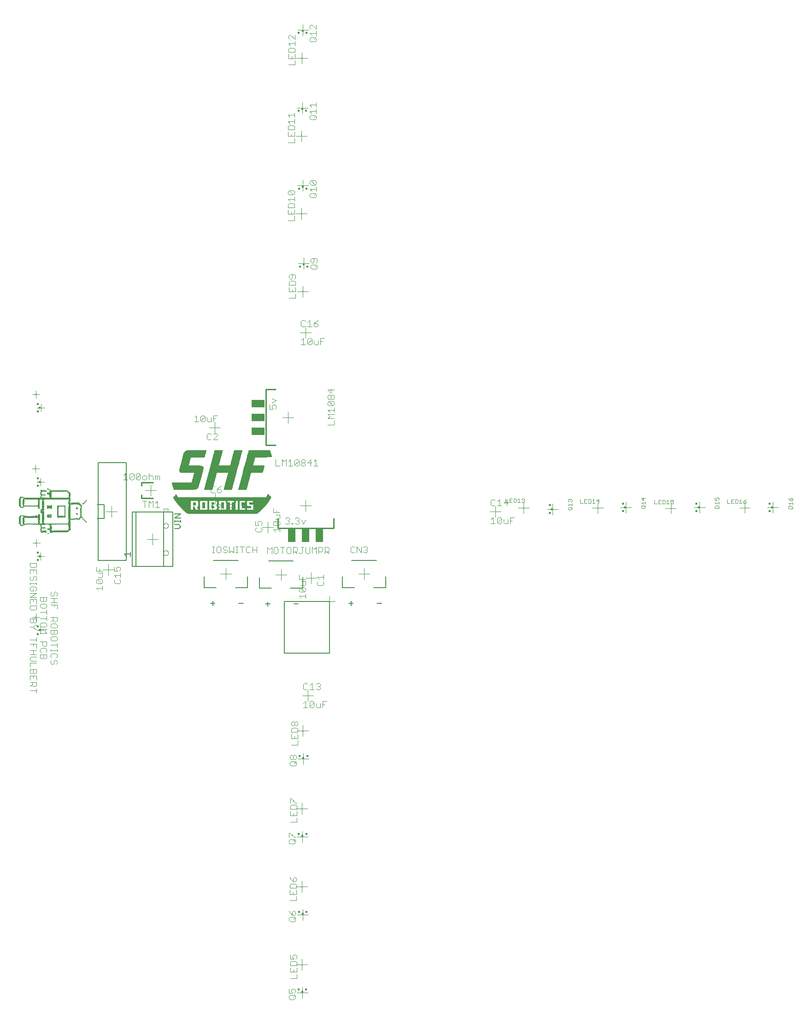
<source format=gto>
G75*
%MOIN*%
%OFA0B0*%
%FSLAX25Y25*%
%IPPOS*%
%LPD*%
%AMOC8*
5,1,8,0,0,1.08239X$1,22.5*
%
%ADD10R,0.50120X0.00040*%
%ADD11R,0.50240X0.00040*%
%ADD12R,0.50320X0.00040*%
%ADD13R,0.50400X0.00040*%
%ADD14R,0.50480X0.00040*%
%ADD15R,0.50560X0.00040*%
%ADD16R,0.50640X0.00040*%
%ADD17R,0.50800X0.00040*%
%ADD18R,0.50880X0.00040*%
%ADD19R,0.51080X0.00040*%
%ADD20R,0.51200X0.00040*%
%ADD21R,0.51280X0.00040*%
%ADD22R,0.51360X0.00040*%
%ADD23R,0.51440X0.00040*%
%ADD24R,0.51520X0.00040*%
%ADD25R,0.51600X0.00040*%
%ADD26R,0.51680X0.00040*%
%ADD27R,0.51800X0.00040*%
%ADD28R,0.51920X0.00040*%
%ADD29R,0.52040X0.00040*%
%ADD30R,0.52080X0.00040*%
%ADD31R,0.52200X0.00040*%
%ADD32R,0.52240X0.00040*%
%ADD33R,0.52400X0.00040*%
%ADD34R,0.52480X0.00040*%
%ADD35R,0.52560X0.00040*%
%ADD36R,0.52640X0.00040*%
%ADD37R,0.52720X0.00040*%
%ADD38R,0.52800X0.00040*%
%ADD39R,0.52920X0.00040*%
%ADD40R,0.52960X0.00040*%
%ADD41R,0.53040X0.00040*%
%ADD42R,0.53120X0.00040*%
%ADD43R,0.53360X0.00040*%
%ADD44R,0.53440X0.00040*%
%ADD45R,0.53520X0.00040*%
%ADD46R,0.53680X0.00040*%
%ADD47R,0.53760X0.00040*%
%ADD48R,0.53840X0.00040*%
%ADD49R,0.53920X0.00040*%
%ADD50R,0.54000X0.00040*%
%ADD51R,0.54080X0.00040*%
%ADD52R,0.54160X0.00040*%
%ADD53R,0.54320X0.00040*%
%ADD54R,0.54400X0.00040*%
%ADD55R,0.54520X0.00040*%
%ADD56R,0.54640X0.00040*%
%ADD57R,0.54760X0.00040*%
%ADD58R,0.54800X0.00040*%
%ADD59R,0.54920X0.00040*%
%ADD60R,0.54960X0.00040*%
%ADD61R,0.55040X0.00040*%
%ADD62R,0.55120X0.00040*%
%ADD63R,0.55280X0.00040*%
%ADD64R,0.55360X0.00040*%
%ADD65R,0.55440X0.00040*%
%ADD66R,0.55520X0.00040*%
%ADD67R,0.55600X0.00040*%
%ADD68R,0.55680X0.00040*%
%ADD69R,0.55760X0.00040*%
%ADD70R,0.55840X0.00040*%
%ADD71R,0.55920X0.00040*%
%ADD72R,0.56000X0.00040*%
%ADD73R,0.56120X0.00040*%
%ADD74R,0.56160X0.00040*%
%ADD75R,0.56280X0.00040*%
%ADD76R,0.56320X0.00040*%
%ADD77R,0.56400X0.00040*%
%ADD78R,0.05440X0.00040*%
%ADD79R,0.02120X0.00040*%
%ADD80R,0.01760X0.00040*%
%ADD81R,0.01640X0.00040*%
%ADD82R,0.02320X0.00040*%
%ADD83R,0.03080X0.00040*%
%ADD84R,0.02560X0.00040*%
%ADD85R,0.01640X0.00040*%
%ADD86R,0.01120X0.00040*%
%ADD87R,0.06120X0.00040*%
%ADD88R,0.05440X0.00040*%
%ADD89R,0.02040X0.00040*%
%ADD90R,0.01640X0.00040*%
%ADD91R,0.01480X0.00040*%
%ADD92R,0.02160X0.00040*%
%ADD93R,0.02920X0.00040*%
%ADD94R,0.02520X0.00040*%
%ADD95R,0.01520X0.00040*%
%ADD96R,0.01040X0.00040*%
%ADD97R,0.06080X0.00040*%
%ADD98R,0.05480X0.00040*%
%ADD99R,0.02000X0.00040*%
%ADD100R,0.01600X0.00040*%
%ADD101R,0.01440X0.00040*%
%ADD102R,0.02040X0.00040*%
%ADD103R,0.02880X0.00040*%
%ADD104R,0.02480X0.00040*%
%ADD105R,0.01440X0.00040*%
%ADD106R,0.01040X0.00040*%
%ADD107R,0.05560X0.00040*%
%ADD108R,0.01960X0.00040*%
%ADD109R,0.01480X0.00040*%
%ADD110R,0.01400X0.00040*%
%ADD111R,0.01840X0.00040*%
%ADD112R,0.02760X0.00040*%
%ADD113R,0.01320X0.00040*%
%ADD114R,0.06040X0.00040*%
%ADD115R,0.01920X0.00040*%
%ADD116R,0.01360X0.00040*%
%ADD117R,0.01280X0.00040*%
%ADD118R,0.06080X0.00040*%
%ADD119R,0.05640X0.00040*%
%ADD120R,0.01880X0.00040*%
%ADD121R,0.01320X0.00040*%
%ADD122R,0.01680X0.00040*%
%ADD123R,0.02680X0.00040*%
%ADD124R,0.01240X0.00040*%
%ADD125R,0.05640X0.00040*%
%ADD126R,0.01880X0.00040*%
%ADD127R,0.01400X0.00040*%
%ADD128R,0.01280X0.00040*%
%ADD129R,0.01600X0.00040*%
%ADD130R,0.02640X0.00040*%
%ADD131R,0.02480X0.00040*%
%ADD132R,0.01200X0.00040*%
%ADD133R,0.05720X0.00040*%
%ADD134R,0.01240X0.00040*%
%ADD135R,0.01520X0.00040*%
%ADD136R,0.02600X0.00040*%
%ADD137R,0.01160X0.00040*%
%ADD138R,0.01840X0.00040*%
%ADD139R,0.01200X0.00040*%
%ADD140R,0.06160X0.00040*%
%ADD141R,0.05760X0.00040*%
%ADD142R,0.01800X0.00040*%
%ADD143R,0.02520X0.00040*%
%ADD144R,0.01080X0.00040*%
%ADD145R,0.05800X0.00040*%
%ADD146R,0.06200X0.00040*%
%ADD147R,0.05840X0.00040*%
%ADD148R,0.01760X0.00040*%
%ADD149R,0.01160X0.00040*%
%ADD150R,0.01320X0.00040*%
%ADD151R,0.02520X0.00040*%
%ADD152R,0.01040X0.00040*%
%ADD153R,0.06240X0.00040*%
%ADD154R,0.05880X0.00040*%
%ADD155R,0.01040X0.00040*%
%ADD156R,0.06280X0.00040*%
%ADD157R,0.05960X0.00040*%
%ADD158R,0.01120X0.00040*%
%ADD159R,0.06320X0.00040*%
%ADD160R,0.06360X0.00040*%
%ADD161R,0.06040X0.00040*%
%ADD162R,0.01720X0.00040*%
%ADD163R,0.06400X0.00040*%
%ADD164R,0.06040X0.00040*%
%ADD165R,0.01680X0.00040*%
%ADD166R,0.01120X0.00040*%
%ADD167R,0.06440X0.00040*%
%ADD168R,0.06480X0.00040*%
%ADD169R,0.06520X0.00040*%
%ADD170R,0.06560X0.00040*%
%ADD171R,0.06600X0.00040*%
%ADD172R,0.06280X0.00040*%
%ADD173R,0.01520X0.00040*%
%ADD174R,0.06640X0.00040*%
%ADD175R,0.01560X0.00040*%
%ADD176R,0.06680X0.00040*%
%ADD177R,0.06720X0.00040*%
%ADD178R,0.06760X0.00040*%
%ADD179R,0.06800X0.00040*%
%ADD180R,0.06840X0.00040*%
%ADD181R,0.06880X0.00040*%
%ADD182R,0.01720X0.00040*%
%ADD183R,0.06920X0.00040*%
%ADD184R,0.06960X0.00040*%
%ADD185R,0.02160X0.00040*%
%ADD186R,0.03640X0.00040*%
%ADD187R,0.07000X0.00040*%
%ADD188R,0.06680X0.00040*%
%ADD189R,0.02080X0.00040*%
%ADD190R,0.03760X0.00040*%
%ADD191R,0.07040X0.00040*%
%ADD192R,0.07080X0.00040*%
%ADD193R,0.07120X0.00040*%
%ADD194R,0.07160X0.00040*%
%ADD195R,0.07200X0.00040*%
%ADD196R,0.01800X0.00040*%
%ADD197R,0.06720X0.00040*%
%ADD198R,0.07240X0.00040*%
%ADD199R,0.07280X0.00040*%
%ADD200R,0.07320X0.00040*%
%ADD201R,0.07360X0.00040*%
%ADD202R,0.07400X0.00040*%
%ADD203R,0.07080X0.00040*%
%ADD204R,0.01920X0.00040*%
%ADD205R,0.07440X0.00040*%
%ADD206R,0.07480X0.00040*%
%ADD207R,0.07520X0.00040*%
%ADD208R,0.07560X0.00040*%
%ADD209R,0.07600X0.00040*%
%ADD210R,0.01120X0.00040*%
%ADD211R,0.02040X0.00040*%
%ADD212R,0.07640X0.00040*%
%ADD213R,0.02080X0.00040*%
%ADD214R,0.07680X0.00040*%
%ADD215R,0.07720X0.00040*%
%ADD216R,0.07760X0.00040*%
%ADD217R,0.02120X0.00040*%
%ADD218R,0.07800X0.00040*%
%ADD219R,0.01000X0.00040*%
%ADD220R,0.02120X0.00040*%
%ADD221R,0.07840X0.00040*%
%ADD222R,0.00960X0.00040*%
%ADD223R,0.07880X0.00040*%
%ADD224R,0.07920X0.00040*%
%ADD225R,0.02200X0.00040*%
%ADD226R,0.00920X0.00040*%
%ADD227R,0.07960X0.00040*%
%ADD228R,0.00880X0.00040*%
%ADD229R,0.07960X0.00040*%
%ADD230R,0.00840X0.00040*%
%ADD231R,0.08000X0.00040*%
%ADD232R,0.08040X0.00040*%
%ADD233R,0.08080X0.00040*%
%ADD234R,0.01520X0.00040*%
%ADD235R,0.08120X0.00040*%
%ADD236R,0.08160X0.00040*%
%ADD237R,0.08200X0.00040*%
%ADD238R,0.08240X0.00040*%
%ADD239R,0.08280X0.00040*%
%ADD240R,0.08320X0.00040*%
%ADD241R,0.08040X0.00040*%
%ADD242R,0.08360X0.00040*%
%ADD243R,0.08400X0.00040*%
%ADD244R,0.08440X0.00040*%
%ADD245R,0.08480X0.00040*%
%ADD246R,0.04000X0.00040*%
%ADD247R,0.08520X0.00040*%
%ADD248R,0.01240X0.00040*%
%ADD249R,0.03880X0.00040*%
%ADD250R,0.08560X0.00040*%
%ADD251R,0.03840X0.00040*%
%ADD252R,0.08600X0.00040*%
%ADD253R,0.03800X0.00040*%
%ADD254R,0.08640X0.00040*%
%ADD255R,0.03760X0.00040*%
%ADD256R,0.08360X0.00040*%
%ADD257R,0.03720X0.00040*%
%ADD258R,0.08680X0.00040*%
%ADD259R,0.03720X0.00040*%
%ADD260R,0.08680X0.00040*%
%ADD261R,0.03680X0.00040*%
%ADD262R,0.08720X0.00040*%
%ADD263R,0.08760X0.00040*%
%ADD264R,0.08800X0.00040*%
%ADD265R,0.08840X0.00040*%
%ADD266R,0.03680X0.00040*%
%ADD267R,0.08880X0.00040*%
%ADD268R,0.08920X0.00040*%
%ADD269R,0.08960X0.00040*%
%ADD270R,0.09000X0.00040*%
%ADD271R,0.09000X0.00040*%
%ADD272R,0.09040X0.00040*%
%ADD273R,0.09080X0.00040*%
%ADD274R,0.09120X0.00040*%
%ADD275R,0.09160X0.00040*%
%ADD276R,0.09240X0.00040*%
%ADD277R,0.09280X0.00040*%
%ADD278R,0.09320X0.00040*%
%ADD279R,0.09360X0.00040*%
%ADD280R,0.09440X0.00040*%
%ADD281R,0.09480X0.00040*%
%ADD282R,0.09640X0.00040*%
%ADD283R,0.09680X0.00040*%
%ADD284R,0.09840X0.00040*%
%ADD285R,0.12520X0.00040*%
%ADD286R,0.09200X0.00040*%
%ADD287R,0.12560X0.00040*%
%ADD288R,0.09240X0.00040*%
%ADD289R,0.12600X0.00040*%
%ADD290R,0.12640X0.00040*%
%ADD291R,0.12680X0.00040*%
%ADD292R,0.12720X0.00040*%
%ADD293R,0.09400X0.00040*%
%ADD294R,0.12720X0.00040*%
%ADD295R,0.09400X0.00040*%
%ADD296R,0.12760X0.00040*%
%ADD297R,0.09480X0.00040*%
%ADD298R,0.12800X0.00040*%
%ADD299R,0.12840X0.00040*%
%ADD300R,0.09520X0.00040*%
%ADD301R,0.12880X0.00040*%
%ADD302R,0.09560X0.00040*%
%ADD303R,0.12920X0.00040*%
%ADD304R,0.09600X0.00040*%
%ADD305R,0.12960X0.00040*%
%ADD306R,0.09640X0.00040*%
%ADD307R,0.13000X0.00040*%
%ADD308R,0.13040X0.00040*%
%ADD309R,0.09720X0.00040*%
%ADD310R,0.13080X0.00040*%
%ADD311R,0.09720X0.00040*%
%ADD312R,0.13120X0.00040*%
%ADD313R,0.09760X0.00040*%
%ADD314R,0.13160X0.00040*%
%ADD315R,0.09800X0.00040*%
%ADD316R,0.09800X0.00040*%
%ADD317R,0.13200X0.00040*%
%ADD318R,0.13240X0.00040*%
%ADD319R,0.09880X0.00040*%
%ADD320R,0.13280X0.00040*%
%ADD321R,0.13320X0.00040*%
%ADD322R,0.09920X0.00040*%
%ADD323R,0.13360X0.00040*%
%ADD324R,0.09960X0.00040*%
%ADD325R,0.13360X0.00040*%
%ADD326R,0.10000X0.00040*%
%ADD327R,0.13400X0.00040*%
%ADD328R,0.10040X0.00040*%
%ADD329R,0.10080X0.00040*%
%ADD330R,0.13440X0.00040*%
%ADD331R,0.10120X0.00040*%
%ADD332R,0.13480X0.00040*%
%ADD333R,0.10120X0.00040*%
%ADD334R,0.02120X0.00040*%
%ADD335R,0.13480X0.00040*%
%ADD336R,0.10200X0.00040*%
%ADD337R,0.13520X0.00040*%
%ADD338R,0.11000X0.00040*%
%ADD339R,0.10240X0.00040*%
%ADD340R,0.10920X0.00040*%
%ADD341R,0.10280X0.00040*%
%ADD342R,0.01080X0.00040*%
%ADD343R,0.10960X0.00040*%
%ADD344R,0.10320X0.00040*%
%ADD345R,0.10360X0.00040*%
%ADD346R,0.11040X0.00040*%
%ADD347R,0.10400X0.00040*%
%ADD348R,0.10440X0.00040*%
%ADD349R,0.10440X0.00040*%
%ADD350R,0.11080X0.00040*%
%ADD351R,0.11080X0.00040*%
%ADD352R,0.10480X0.00040*%
%ADD353R,0.11120X0.00040*%
%ADD354R,0.10520X0.00040*%
%ADD355R,0.11160X0.00040*%
%ADD356R,0.11200X0.00040*%
%ADD357R,0.10520X0.00040*%
%ADD358R,0.11240X0.00040*%
%ADD359R,0.10600X0.00040*%
%ADD360R,0.11280X0.00040*%
%ADD361R,0.11320X0.00040*%
%ADD362R,0.10640X0.00040*%
%ADD363R,0.10680X0.00040*%
%ADD364R,0.11360X0.00040*%
%ADD365R,0.10720X0.00040*%
%ADD366R,0.11360X0.00040*%
%ADD367R,0.10760X0.00040*%
%ADD368R,0.11400X0.00040*%
%ADD369R,0.11440X0.00040*%
%ADD370R,0.10800X0.00040*%
%ADD371R,0.11480X0.00040*%
%ADD372R,0.10840X0.00040*%
%ADD373R,0.01360X0.00040*%
%ADD374R,0.11480X0.00040*%
%ADD375R,0.10840X0.00040*%
%ADD376R,0.11520X0.00040*%
%ADD377R,0.11560X0.00040*%
%ADD378R,0.10920X0.00040*%
%ADD379R,0.11600X0.00040*%
%ADD380R,0.11640X0.00040*%
%ADD381R,0.01720X0.00040*%
%ADD382R,0.01240X0.00040*%
%ADD383R,0.11720X0.00040*%
%ADD384R,0.11720X0.00040*%
%ADD385R,0.11040X0.00040*%
%ADD386R,0.11120X0.00040*%
%ADD387R,0.07240X0.00040*%
%ADD388R,0.11760X0.00040*%
%ADD389R,0.02320X0.00040*%
%ADD390R,0.09040X0.00040*%
%ADD391R,0.11920X0.00040*%
%ADD392R,0.67960X0.00040*%
%ADD393R,0.68000X0.00040*%
%ADD394R,0.68080X0.00040*%
%ADD395R,0.68160X0.00040*%
%ADD396R,0.68200X0.00040*%
%ADD397R,0.68240X0.00040*%
%ADD398R,0.68320X0.00040*%
%ADD399R,0.68360X0.00040*%
%ADD400R,0.68400X0.00040*%
%ADD401R,0.68480X0.00040*%
%ADD402R,0.68560X0.00040*%
%ADD403R,0.68600X0.00040*%
%ADD404R,0.68640X0.00040*%
%ADD405R,0.68720X0.00040*%
%ADD406R,0.68800X0.00040*%
%ADD407R,0.68880X0.00040*%
%ADD408R,0.68960X0.00040*%
%ADD409R,0.69040X0.00040*%
%ADD410R,0.69120X0.00040*%
%ADD411R,0.69200X0.00040*%
%ADD412R,0.69240X0.00040*%
%ADD413R,0.69280X0.00040*%
%ADD414R,0.69280X0.00040*%
%ADD415R,0.69360X0.00040*%
%ADD416R,0.69400X0.00040*%
%ADD417R,0.69440X0.00040*%
%ADD418R,0.69440X0.00040*%
%ADD419R,0.69520X0.00040*%
%ADD420R,0.69600X0.00040*%
%ADD421R,0.69640X0.00040*%
%ADD422R,0.69680X0.00040*%
%ADD423R,0.69760X0.00040*%
%ADD424R,0.69800X0.00040*%
%ADD425R,0.69840X0.00040*%
%ADD426R,0.69920X0.00040*%
%ADD427R,0.69960X0.00040*%
%ADD428R,0.69960X0.00040*%
%ADD429R,0.70000X0.00040*%
%ADD430R,0.70080X0.00040*%
%ADD431R,0.70120X0.00040*%
%ADD432R,0.70200X0.00040*%
%ADD433R,0.70240X0.00040*%
%ADD434R,0.70280X0.00040*%
%ADD435R,0.70320X0.00040*%
%ADD436R,0.70440X0.00040*%
%ADD437R,0.70440X0.00040*%
%ADD438R,0.70520X0.00040*%
%ADD439R,0.70560X0.00040*%
%ADD440R,0.70640X0.00040*%
%ADD441R,0.70680X0.00040*%
%ADD442R,0.70720X0.00040*%
%ADD443R,0.70720X0.00040*%
%ADD444R,0.70800X0.00040*%
%ADD445R,0.70880X0.00040*%
%ADD446R,0.70960X0.00040*%
%ADD447R,0.03520X0.00040*%
%ADD448R,0.03920X0.00040*%
%ADD449R,0.03440X0.00040*%
%ADD450R,0.03840X0.00040*%
%ADD451R,0.03320X0.00040*%
%ADD452R,0.03280X0.00040*%
%ADD453R,0.03200X0.00040*%
%ADD454R,0.03600X0.00040*%
%ADD455R,0.03120X0.00040*%
%ADD456R,0.03520X0.00040*%
%ADD457R,0.03040X0.00040*%
%ADD458R,0.03480X0.00040*%
%ADD459R,0.02960X0.00040*%
%ADD460R,0.03360X0.00040*%
%ADD461R,0.02920X0.00040*%
%ADD462R,0.03320X0.00040*%
%ADD463R,0.02840X0.00040*%
%ADD464R,0.02800X0.00040*%
%ADD465R,0.03200X0.00040*%
%ADD466R,0.02720X0.00040*%
%ADD467R,0.03120X0.00040*%
%ADD468R,0.02640X0.00040*%
%ADD469R,0.03040X0.00040*%
%ADD470R,0.02880X0.00040*%
%ADD471R,0.02400X0.00040*%
%ADD472R,0.02800X0.00040*%
%ADD473R,0.02280X0.00040*%
%ADD474R,0.02720X0.00040*%
%ADD475R,0.02560X0.00040*%
%ADD476R,0.02360X0.00040*%
%ADD477R,0.01840X0.00040*%
%ADD478R,0.02320X0.00040*%
%ADD479R,0.02000X0.00040*%
%ADD480R,0.01920X0.00040*%
%ADD481R,0.00960X0.00040*%
%ADD482R,0.00880X0.00040*%
%ADD483R,0.00800X0.00040*%
%ADD484R,0.00720X0.00040*%
%ADD485R,0.00680X0.00040*%
%ADD486R,0.00600X0.00040*%
%ADD487R,0.00560X0.00040*%
%ADD488R,0.00480X0.00040*%
%ADD489R,0.00400X0.00040*%
%ADD490R,0.00360X0.00040*%
%ADD491R,0.00840X0.00040*%
%ADD492R,0.00280X0.00040*%
%ADD493R,0.00720X0.00040*%
%ADD494R,0.00240X0.00040*%
%ADD495R,0.00680X0.00040*%
%ADD496R,0.00160X0.00040*%
%ADD497R,0.00640X0.00040*%
%ADD498R,0.00080X0.00040*%
%ADD499R,0.00520X0.00040*%
%ADD500R,0.00360X0.00040*%
%ADD501R,0.00320X0.00040*%
%ADD502R,0.00240X0.00040*%
%ADD503R,0.00120X0.00040*%
%ADD504R,0.00040X0.00040*%
%ADD505R,0.14960X0.00040*%
%ADD506R,0.06000X0.00040*%
%ADD507R,0.05960X0.00040*%
%ADD508R,0.15040X0.00040*%
%ADD509R,0.06000X0.00040*%
%ADD510R,0.05920X0.00040*%
%ADD511R,0.15480X0.00040*%
%ADD512R,0.15600X0.00040*%
%ADD513R,0.15680X0.00040*%
%ADD514R,0.06120X0.00040*%
%ADD515R,0.16000X0.00040*%
%ADD516R,0.06040X0.00040*%
%ADD517R,0.06120X0.00040*%
%ADD518R,0.16040X0.00040*%
%ADD519R,0.16240X0.00040*%
%ADD520R,0.16360X0.00040*%
%ADD521R,0.16400X0.00040*%
%ADD522R,0.16520X0.00040*%
%ADD523R,0.05920X0.00040*%
%ADD524R,0.16600X0.00040*%
%ADD525R,0.05920X0.00040*%
%ADD526R,0.16720X0.00040*%
%ADD527R,0.16840X0.00040*%
%ADD528R,0.16880X0.00040*%
%ADD529R,0.17040X0.00040*%
%ADD530R,0.06120X0.00040*%
%ADD531R,0.17040X0.00040*%
%ADD532R,0.17080X0.00040*%
%ADD533R,0.17160X0.00040*%
%ADD534R,0.17240X0.00040*%
%ADD535R,0.17360X0.00040*%
%ADD536R,0.05920X0.00040*%
%ADD537R,0.17400X0.00040*%
%ADD538R,0.17440X0.00040*%
%ADD539R,0.17480X0.00040*%
%ADD540R,0.17520X0.00040*%
%ADD541R,0.17600X0.00040*%
%ADD542R,0.17640X0.00040*%
%ADD543R,0.17720X0.00040*%
%ADD544R,0.17800X0.00040*%
%ADD545R,0.17840X0.00040*%
%ADD546R,0.17880X0.00040*%
%ADD547R,0.17920X0.00040*%
%ADD548R,0.18000X0.00040*%
%ADD549R,0.18080X0.00040*%
%ADD550R,0.18080X0.00040*%
%ADD551R,0.18120X0.00040*%
%ADD552R,0.18160X0.00040*%
%ADD553R,0.18240X0.00040*%
%ADD554R,0.18240X0.00040*%
%ADD555R,0.18320X0.00040*%
%ADD556R,0.18400X0.00040*%
%ADD557R,0.18400X0.00040*%
%ADD558R,0.18440X0.00040*%
%ADD559R,0.18480X0.00040*%
%ADD560R,0.18520X0.00040*%
%ADD561R,0.18600X0.00040*%
%ADD562R,0.18600X0.00040*%
%ADD563R,0.18640X0.00040*%
%ADD564R,0.18680X0.00040*%
%ADD565R,0.18720X0.00040*%
%ADD566R,0.18720X0.00040*%
%ADD567R,0.18760X0.00040*%
%ADD568R,0.18800X0.00040*%
%ADD569R,0.18840X0.00040*%
%ADD570R,0.18880X0.00040*%
%ADD571R,0.18960X0.00040*%
%ADD572R,0.19000X0.00040*%
%ADD573R,0.19000X0.00040*%
%ADD574R,0.19040X0.00040*%
%ADD575R,0.19080X0.00040*%
%ADD576R,0.19160X0.00040*%
%ADD577R,0.19200X0.00040*%
%ADD578R,0.19200X0.00040*%
%ADD579R,0.19280X0.00040*%
%ADD580R,0.19360X0.00040*%
%ADD581R,0.19360X0.00040*%
%ADD582R,0.19440X0.00040*%
%ADD583R,0.19440X0.00040*%
%ADD584R,0.19480X0.00040*%
%ADD585R,0.19560X0.00040*%
%ADD586R,0.19600X0.00040*%
%ADD587R,0.19600X0.00040*%
%ADD588R,0.19640X0.00040*%
%ADD589R,0.19680X0.00040*%
%ADD590R,0.19680X0.00040*%
%ADD591R,0.19720X0.00040*%
%ADD592R,0.19800X0.00040*%
%ADD593R,0.19840X0.00040*%
%ADD594R,0.19840X0.00040*%
%ADD595R,0.19880X0.00040*%
%ADD596R,0.19920X0.00040*%
%ADD597R,0.19960X0.00040*%
%ADD598R,0.20040X0.00040*%
%ADD599R,0.20040X0.00040*%
%ADD600R,0.20080X0.00040*%
%ADD601R,0.20080X0.00040*%
%ADD602R,0.20120X0.00040*%
%ADD603R,0.20200X0.00040*%
%ADD604R,0.20240X0.00040*%
%ADD605R,0.20240X0.00040*%
%ADD606R,0.20280X0.00040*%
%ADD607R,0.06160X0.00040*%
%ADD608R,0.15120X0.00040*%
%ADD609R,0.14320X0.00040*%
%ADD610R,0.15240X0.00040*%
%ADD611R,0.20160X0.00040*%
%ADD612R,0.14360X0.00040*%
%ADD613R,0.15760X0.00040*%
%ADD614R,0.20120X0.00040*%
%ADD615R,0.14360X0.00040*%
%ADD616R,0.16000X0.00040*%
%ADD617R,0.20120X0.00040*%
%ADD618R,0.14320X0.00040*%
%ADD619R,0.16120X0.00040*%
%ADD620R,0.14280X0.00040*%
%ADD621R,0.16200X0.00040*%
%ADD622R,0.16240X0.00040*%
%ADD623R,0.14320X0.00040*%
%ADD624R,0.16440X0.00040*%
%ADD625R,0.16480X0.00040*%
%ADD626R,0.16520X0.00040*%
%ADD627R,0.16560X0.00040*%
%ADD628R,0.20160X0.00040*%
%ADD629R,0.16640X0.00040*%
%ADD630R,0.16680X0.00040*%
%ADD631R,0.16760X0.00040*%
%ADD632R,0.14320X0.00040*%
%ADD633R,0.16800X0.00040*%
%ADD634R,0.16920X0.00040*%
%ADD635R,0.16960X0.00040*%
%ADD636R,0.16960X0.00040*%
%ADD637R,0.17000X0.00040*%
%ADD638R,0.17040X0.00040*%
%ADD639R,0.20120X0.00040*%
%ADD640R,0.17120X0.00040*%
%ADD641R,0.17120X0.00040*%
%ADD642R,0.17200X0.00040*%
%ADD643R,0.17200X0.00040*%
%ADD644R,0.17280X0.00040*%
%ADD645R,0.17280X0.00040*%
%ADD646R,0.17240X0.00040*%
%ADD647R,0.17240X0.00040*%
%ADD648R,0.17320X0.00040*%
%ADD649R,0.17360X0.00040*%
%ADD650R,0.20040X0.00040*%
%ADD651R,0.17320X0.00040*%
%ADD652R,0.17240X0.00040*%
%ADD653R,0.17040X0.00040*%
%ADD654R,0.17000X0.00040*%
%ADD655R,0.16920X0.00040*%
%ADD656R,0.16800X0.00040*%
%ADD657R,0.16600X0.00040*%
%ADD658R,0.16560X0.00040*%
%ADD659R,0.16320X0.00040*%
%ADD660R,0.16240X0.00040*%
%ADD661R,0.16080X0.00040*%
%ADD662R,0.16040X0.00040*%
%ADD663R,0.15960X0.00040*%
%ADD664R,0.15800X0.00040*%
%ADD665R,0.15720X0.00040*%
%ADD666R,0.15440X0.00040*%
%ADD667R,0.15360X0.00040*%
%ADD668R,0.15280X0.00040*%
%ADD669R,0.14720X0.00040*%
%ADD670R,0.14600X0.00040*%
%ADD671R,0.15840X0.00040*%
%ADD672R,0.14520X0.00040*%
%ADD673R,0.15880X0.00040*%
%ADD674R,0.18200X0.00040*%
%ADD675R,0.15880X0.00040*%
%ADD676R,0.18200X0.00040*%
%ADD677R,0.15840X0.00040*%
%ADD678R,0.15800X0.00040*%
%ADD679R,0.17960X0.00040*%
%ADD680R,0.15840X0.00040*%
%ADD681R,0.17960X0.00040*%
%ADD682R,0.17920X0.00040*%
%ADD683R,0.17760X0.00040*%
%ADD684R,0.17760X0.00040*%
%ADD685R,0.17680X0.00040*%
%ADD686R,0.17600X0.00040*%
%ADD687R,0.17560X0.00040*%
%ADD688R,0.17560X0.00040*%
%ADD689R,0.17400X0.00040*%
%ADD690R,0.17320X0.00040*%
%ADD691R,0.17160X0.00040*%
%ADD692R,0.15840X0.00040*%
%ADD693R,0.16920X0.00040*%
%ADD694R,0.16840X0.00040*%
%ADD695R,0.16760X0.00040*%
%ADD696R,0.16720X0.00040*%
%ADD697R,0.16640X0.00040*%
%ADD698R,0.15760X0.00040*%
%ADD699R,0.16520X0.00040*%
%ADD700R,0.15720X0.00040*%
%ADD701R,0.16440X0.00040*%
%ADD702R,0.15720X0.00040*%
%ADD703R,0.16400X0.00040*%
%ADD704R,0.15640X0.00040*%
%ADD705R,0.16280X0.00040*%
%ADD706R,0.15600X0.00040*%
%ADD707R,0.16200X0.00040*%
%ADD708R,0.15560X0.00040*%
%ADD709R,0.16160X0.00040*%
%ADD710R,0.16120X0.00040*%
%ADD711R,0.15480X0.00040*%
%ADD712R,0.16120X0.00040*%
%ADD713R,0.15400X0.00040*%
%ADD714R,0.15360X0.00040*%
%ADD715R,0.15960X0.00040*%
%ADD716R,0.15920X0.00040*%
%ADD717R,0.15320X0.00040*%
%ADD718R,0.15280X0.00040*%
%ADD719R,0.15200X0.00040*%
%ADD720R,0.15160X0.00040*%
%ADD721R,0.15120X0.00040*%
%ADD722R,0.15000X0.00040*%
%ADD723R,0.15000X0.00040*%
%ADD724R,0.15680X0.00040*%
%ADD725R,0.14960X0.00040*%
%ADD726R,0.14920X0.00040*%
%ADD727R,0.14800X0.00040*%
%ADD728R,0.14760X0.00040*%
%ADD729R,0.14720X0.00040*%
%ADD730R,0.14560X0.00040*%
%ADD731R,0.14440X0.00040*%
%ADD732R,0.15520X0.00040*%
%ADD733R,0.14280X0.00040*%
%ADD734R,0.14040X0.00040*%
%ADD735R,0.13920X0.00040*%
%ADD736R,0.13440X0.00040*%
%ADD737R,0.00100X0.01600*%
%ADD738R,0.00100X0.02500*%
%ADD739R,0.00100X0.00900*%
%ADD740R,0.00100X0.03200*%
%ADD741R,0.00100X0.05200*%
%ADD742R,0.00100X0.05100*%
%ADD743R,0.00100X0.05400*%
%ADD744R,0.00100X0.05500*%
%ADD745R,0.00100X0.01000*%
%ADD746R,0.00100X0.04500*%
%ADD747R,0.00100X0.03600*%
%ADD748R,0.00100X0.01200*%
%ADD749R,0.00100X0.02100*%
%ADD750R,0.00100X0.02000*%
%ADD751R,0.00100X0.03700*%
%ADD752R,0.00100X0.01400*%
%ADD753R,0.00100X0.02300*%
%ADD754R,0.00100X0.06100*%
%ADD755R,0.00100X0.00400*%
%ADD756R,0.00100X0.06600*%
%ADD757R,0.00100X0.06900*%
%ADD758R,0.00100X0.07800*%
%ADD759R,0.00100X0.07100*%
%ADD760R,0.00100X0.06200*%
%ADD761R,0.00100X0.01500*%
%ADD762R,0.00100X0.07500*%
%ADD763R,0.00100X0.01300*%
%ADD764R,0.00100X0.05800*%
%ADD765R,0.00100X0.01900*%
%ADD766R,0.00100X0.03300*%
%ADD767R,0.00100X0.01100*%
%ADD768R,0.00100X0.00500*%
%ADD769R,0.00100X0.00700*%
%ADD770R,0.00100X0.00600*%
%ADD771R,0.00100X0.00300*%
%ADD772R,0.00100X0.00200*%
%ADD773R,0.00100X0.00100*%
%ADD774R,0.00100X0.03900*%
%ADD775R,0.00100X0.04100*%
%ADD776R,0.00100X0.04300*%
%ADD777R,0.00100X0.04200*%
%ADD778R,0.00100X0.04700*%
%ADD779R,0.00100X0.02700*%
%ADD780R,0.00100X0.00800*%
%ADD781R,0.00100X0.01700*%
%ADD782R,0.00100X0.03800*%
%ADD783R,0.00100X0.02800*%
%ADD784R,0.00100X0.02200*%
%ADD785R,0.00100X0.06700*%
%ADD786R,0.00100X0.06400*%
%ADD787R,0.00100X0.05000*%
%ADD788R,0.00100X0.03400*%
%ADD789R,0.00100X0.04600*%
%ADD790R,0.00100X0.01800*%
%ADD791R,0.00100X0.07700*%
%ADD792R,0.00100X0.07300*%
%ADD793R,0.00100X0.07400*%
%ADD794R,0.00100X0.07600*%
%ADD795R,0.00100X0.06800*%
%ADD796R,0.00100X0.06500*%
%ADD797R,0.00100X0.02600*%
%ADD798R,0.00100X0.02900*%
%ADD799R,0.00100X0.03000*%
%ADD800R,0.00100X0.06300*%
%ADD801R,0.00100X0.09700*%
%ADD802R,0.00100X0.11000*%
%ADD803R,0.00100X0.08000*%
%ADD804R,0.00100X0.08500*%
%ADD805R,0.00100X0.08400*%
%ADD806R,0.00100X0.07900*%
%ADD807R,0.00100X0.09500*%
%ADD808R,0.00100X0.11300*%
%ADD809R,0.00100X0.08200*%
%ADD810R,0.00100X0.19600*%
%ADD811R,0.00100X0.09300*%
%ADD812R,0.00100X0.05300*%
%ADD813R,0.00100X0.02400*%
%ADD814R,0.00100X0.04400*%
%ADD815R,0.00100X0.06000*%
%ADD816R,0.00100X0.08800*%
%ADD817R,0.00100X0.08600*%
%ADD818R,0.00100X0.08700*%
%ADD819R,0.00100X0.10300*%
%ADD820R,0.00100X0.17000*%
%ADD821R,0.00100X0.17200*%
%ADD822R,0.00100X0.28000*%
%ADD823R,0.00100X0.17100*%
%ADD824R,0.00100X0.03100*%
%ADD825R,0.00100X0.05900*%
%ADD826R,0.00100X0.10500*%
%ADD827R,0.00100X0.20200*%
%ADD828R,0.00100X0.09600*%
%ADD829R,0.00100X0.04000*%
%ADD830R,0.00100X0.09400*%
%ADD831R,0.00100X0.09100*%
%ADD832R,0.00100X0.08900*%
%ADD833C,0.00400*%
%ADD834C,0.00500*%
%ADD835C,0.00000*%
%ADD836C,0.00700*%
%ADD837R,0.00787X0.00787*%
%ADD838C,0.00300*%
%ADD839R,0.01673X0.01280*%
%ADD840R,0.01378X0.01378*%
%ADD841R,0.01280X0.01673*%
%ADD842C,0.00600*%
%ADD843C,0.01000*%
%ADD844R,0.05600X0.09800*%
%ADD845R,0.09800X0.05600*%
D10*
X0228795Y0414595D03*
D11*
X0228815Y0414635D03*
D12*
X0228815Y0414675D03*
D13*
X0228815Y0414715D03*
D14*
X0228815Y0414755D03*
D15*
X0228815Y0414795D03*
D16*
X0228815Y0414835D03*
D17*
X0228775Y0414875D03*
D18*
X0228775Y0414915D03*
D19*
X0228755Y0414955D03*
D20*
X0228775Y0414995D03*
D21*
X0228775Y0415035D03*
D22*
X0228775Y0415075D03*
D23*
X0228775Y0415115D03*
D24*
X0228775Y0415155D03*
D25*
X0228775Y0415195D03*
D26*
X0228775Y0415235D03*
D27*
X0228795Y0415275D03*
D28*
X0228815Y0415315D03*
D29*
X0228795Y0415355D03*
D30*
X0228815Y0415395D03*
D31*
X0228795Y0415435D03*
D32*
X0228815Y0415475D03*
D33*
X0228775Y0415515D03*
D34*
X0228775Y0415555D03*
D35*
X0228775Y0415595D03*
D36*
X0228775Y0415635D03*
D37*
X0228775Y0415675D03*
D38*
X0228775Y0415715D03*
D39*
X0228755Y0415755D03*
D40*
X0228775Y0415795D03*
D41*
X0228775Y0415835D03*
D42*
X0228775Y0415875D03*
D43*
X0228775Y0415915D03*
D44*
X0228775Y0415955D03*
D45*
X0228775Y0415995D03*
D46*
X0228815Y0416035D03*
D47*
X0228815Y0416075D03*
D48*
X0228815Y0416115D03*
D49*
X0228815Y0416155D03*
D50*
X0228815Y0416195D03*
D51*
X0228815Y0416235D03*
D52*
X0228815Y0416275D03*
D53*
X0228775Y0416315D03*
D54*
X0228775Y0416355D03*
D55*
X0228795Y0416395D03*
D56*
X0228815Y0416435D03*
D57*
X0228795Y0416475D03*
D58*
X0228815Y0416515D03*
D59*
X0228795Y0416555D03*
D60*
X0228815Y0416595D03*
D61*
X0228815Y0416635D03*
D62*
X0228815Y0416675D03*
D63*
X0228775Y0416715D03*
D64*
X0228775Y0416755D03*
D65*
X0228775Y0416795D03*
D66*
X0228775Y0416835D03*
D67*
X0228775Y0416875D03*
D68*
X0228775Y0416915D03*
D69*
X0228775Y0416955D03*
D70*
X0228775Y0416995D03*
D71*
X0228775Y0417035D03*
D72*
X0228775Y0417075D03*
D73*
X0228755Y0417115D03*
D74*
X0228775Y0417155D03*
D75*
X0228755Y0417195D03*
D76*
X0228775Y0417235D03*
D77*
X0228775Y0417275D03*
D78*
X0203255Y0417315D03*
D79*
X0208715Y0417315D03*
X0222115Y0418595D03*
X0222115Y0418635D03*
X0222115Y0421395D03*
X0222115Y0421435D03*
D80*
X0225215Y0420715D03*
X0225495Y0423795D03*
X0225455Y0417475D03*
X0212295Y0417315D03*
X0211775Y0418595D03*
X0208575Y0417875D03*
X0208575Y0417835D03*
X0208575Y0417795D03*
X0195215Y0427395D03*
X0262135Y0427675D03*
D81*
X0218515Y0417315D03*
X0208515Y0418075D03*
D82*
X0225415Y0417315D03*
D83*
X0232595Y0417315D03*
X0262235Y0426835D03*
D84*
X0237095Y0417315D03*
X0232815Y0417635D03*
X0195135Y0426915D03*
D85*
X0195235Y0427475D03*
X0225275Y0420595D03*
X0240875Y0417315D03*
D86*
X0240655Y0417635D03*
X0245975Y0417315D03*
X0245975Y0418475D03*
X0240655Y0423515D03*
X0262015Y0428195D03*
X0208255Y0419115D03*
X0208255Y0419075D03*
D87*
X0202875Y0418035D03*
X0223275Y0449275D03*
X0235955Y0444235D03*
X0245715Y0440915D03*
X0245715Y0440875D03*
X0245715Y0440835D03*
X0245715Y0440795D03*
X0245515Y0440195D03*
X0245515Y0440115D03*
X0245475Y0439995D03*
X0245315Y0439435D03*
X0245315Y0439395D03*
X0245275Y0439275D03*
X0245275Y0439235D03*
X0245115Y0438635D03*
X0245075Y0438515D03*
X0245075Y0438475D03*
X0244955Y0438075D03*
X0244915Y0437875D03*
X0244875Y0437835D03*
X0244875Y0437795D03*
X0244875Y0437715D03*
X0244755Y0437315D03*
X0244675Y0437075D03*
X0244675Y0437035D03*
X0244675Y0436995D03*
X0244555Y0436595D03*
X0244475Y0436275D03*
X0244475Y0436235D03*
X0244475Y0436195D03*
X0244355Y0435875D03*
X0244355Y0435835D03*
X0244355Y0435795D03*
X0244275Y0435515D03*
X0244275Y0435475D03*
X0244155Y0435115D03*
X0244155Y0435075D03*
X0244155Y0435035D03*
X0244075Y0434715D03*
X0243955Y0434315D03*
X0243955Y0434275D03*
X0243755Y0433515D03*
X0243715Y0433475D03*
X0243715Y0433435D03*
X0243555Y0432795D03*
X0243515Y0432715D03*
X0243515Y0432675D03*
X0245915Y0441595D03*
X0245915Y0441635D03*
X0245915Y0441675D03*
X0246115Y0442315D03*
X0246155Y0442515D03*
X0246315Y0443075D03*
X0246315Y0443115D03*
X0246355Y0443235D03*
X0246355Y0443275D03*
X0246515Y0443835D03*
X0246555Y0443995D03*
X0246555Y0444035D03*
X0248115Y0449795D03*
X0248115Y0449835D03*
X0248115Y0449875D03*
X0248315Y0450595D03*
X0248315Y0450635D03*
X0248515Y0451315D03*
X0248515Y0451395D03*
X0248715Y0452075D03*
X0248715Y0452115D03*
X0248755Y0452195D03*
X0248755Y0452235D03*
X0248915Y0452835D03*
X0248915Y0452875D03*
X0248955Y0452995D03*
X0249115Y0453595D03*
X0249115Y0453635D03*
X0249155Y0453715D03*
X0249275Y0454195D03*
X0249315Y0454395D03*
X0249355Y0454435D03*
X0249355Y0454475D03*
X0249355Y0454515D03*
X0249475Y0454915D03*
X0249555Y0455195D03*
X0249555Y0455235D03*
X0249555Y0455275D03*
X0249555Y0455315D03*
X0254315Y0417595D03*
X0254115Y0417395D03*
X0253955Y0417315D03*
X0203115Y0455435D03*
D88*
X0203215Y0417355D03*
D89*
X0208715Y0417355D03*
D90*
X0211835Y0418355D03*
X0212275Y0417355D03*
D91*
X0208435Y0418355D03*
X0218555Y0417355D03*
D92*
X0215415Y0418555D03*
X0215415Y0418755D03*
X0215415Y0418955D03*
X0215415Y0419155D03*
X0215415Y0419355D03*
X0215415Y0419555D03*
X0215415Y0419755D03*
X0215415Y0419955D03*
X0215415Y0420155D03*
X0215415Y0420355D03*
X0215415Y0420555D03*
X0215415Y0420755D03*
X0215415Y0420955D03*
X0215415Y0421155D03*
X0215415Y0421355D03*
X0215415Y0421555D03*
X0215415Y0421755D03*
X0215415Y0421955D03*
X0215415Y0422155D03*
X0215415Y0422355D03*
X0215415Y0422555D03*
X0211575Y0419555D03*
X0222135Y0419555D03*
X0222135Y0419755D03*
X0222135Y0419955D03*
X0222135Y0419355D03*
X0222135Y0419155D03*
X0222135Y0418955D03*
X0222135Y0418755D03*
X0222135Y0421555D03*
X0222135Y0421755D03*
X0222135Y0421955D03*
X0222135Y0422155D03*
X0222135Y0422355D03*
X0225455Y0417355D03*
X0228855Y0418555D03*
X0228855Y0418755D03*
X0228855Y0418955D03*
X0228855Y0419155D03*
X0228855Y0419355D03*
X0228855Y0419555D03*
X0228855Y0419755D03*
X0228855Y0419955D03*
X0228855Y0420155D03*
X0228855Y0420355D03*
X0228855Y0420555D03*
X0228855Y0420755D03*
X0228855Y0420955D03*
X0228855Y0421155D03*
X0228855Y0421355D03*
X0228855Y0421555D03*
X0228855Y0421755D03*
X0228855Y0421955D03*
X0228855Y0422155D03*
X0228855Y0422355D03*
X0228855Y0422555D03*
X0195175Y0427155D03*
D93*
X0232635Y0417355D03*
D94*
X0237075Y0417355D03*
D95*
X0240815Y0417355D03*
X0195255Y0427555D03*
D96*
X0232135Y0423355D03*
X0232135Y0423155D03*
X0232135Y0422955D03*
X0232135Y0422755D03*
X0246055Y0422955D03*
X0246055Y0423155D03*
X0246055Y0423355D03*
X0246055Y0423555D03*
X0245975Y0418355D03*
X0245975Y0418155D03*
X0245975Y0417955D03*
X0245975Y0417755D03*
X0245975Y0417555D03*
X0245975Y0417355D03*
D97*
X0254055Y0417355D03*
X0254295Y0417555D03*
X0243375Y0432155D03*
X0243695Y0433355D03*
X0243855Y0433955D03*
X0243895Y0434155D03*
X0244175Y0435155D03*
X0244215Y0435355D03*
X0244295Y0435555D03*
X0244335Y0435755D03*
X0244495Y0436355D03*
X0244615Y0436755D03*
X0244935Y0437955D03*
X0245135Y0438755D03*
X0245255Y0439155D03*
X0245455Y0439955D03*
X0245575Y0440355D03*
X0245695Y0440755D03*
X0246055Y0442155D03*
X0246175Y0442555D03*
X0246375Y0443355D03*
X0246495Y0443755D03*
X0248255Y0450355D03*
X0248575Y0451555D03*
X0248775Y0452355D03*
X0249095Y0453555D03*
X0249215Y0453955D03*
X0202775Y0454155D03*
X0202055Y0451555D03*
X0201455Y0449355D03*
D98*
X0203195Y0417395D03*
D99*
X0208695Y0417395D03*
X0211655Y0419035D03*
X0195175Y0427235D03*
D100*
X0195255Y0427515D03*
X0208495Y0418195D03*
X0208495Y0418115D03*
X0211855Y0418315D03*
X0212255Y0417395D03*
X0218575Y0423835D03*
X0225495Y0423715D03*
X0225295Y0420835D03*
X0262095Y0427795D03*
D101*
X0262055Y0427915D03*
X0225495Y0423635D03*
X0225375Y0420915D03*
X0225455Y0417635D03*
X0218575Y0417395D03*
X0212175Y0417475D03*
X0212135Y0417515D03*
X0211935Y0417995D03*
X0212095Y0423675D03*
X0195255Y0427595D03*
D102*
X0211635Y0419115D03*
X0211635Y0419075D03*
X0222075Y0418515D03*
X0222075Y0421315D03*
X0222195Y0422635D03*
X0225475Y0423835D03*
X0225435Y0417395D03*
D103*
X0232655Y0417395D03*
D104*
X0232855Y0417835D03*
X0232855Y0417875D03*
X0232855Y0417915D03*
X0232855Y0417995D03*
X0232855Y0418035D03*
X0232855Y0418075D03*
X0232855Y0418115D03*
X0232855Y0418195D03*
X0232855Y0418235D03*
X0232855Y0418275D03*
X0232855Y0418315D03*
X0232855Y0418395D03*
X0232855Y0418435D03*
X0232855Y0418475D03*
X0232855Y0418515D03*
X0232855Y0418595D03*
X0232855Y0418635D03*
X0232855Y0418675D03*
X0232855Y0418715D03*
X0232855Y0418795D03*
X0232855Y0418835D03*
X0232855Y0418875D03*
X0232855Y0418915D03*
X0232855Y0418995D03*
X0232855Y0419035D03*
X0232855Y0419075D03*
X0232855Y0419115D03*
X0232855Y0419195D03*
X0232855Y0419235D03*
X0232855Y0419275D03*
X0232855Y0419315D03*
X0232855Y0419395D03*
X0232855Y0419435D03*
X0232855Y0419475D03*
X0232855Y0419515D03*
X0232855Y0419595D03*
X0232855Y0419635D03*
X0232855Y0419675D03*
X0232855Y0419715D03*
X0232855Y0419795D03*
X0232855Y0419835D03*
X0232855Y0419875D03*
X0232855Y0419915D03*
X0232855Y0419995D03*
X0232855Y0420035D03*
X0232855Y0420075D03*
X0232855Y0420115D03*
X0232855Y0420195D03*
X0232855Y0420235D03*
X0232855Y0420275D03*
X0232855Y0420315D03*
X0232855Y0420395D03*
X0232855Y0420435D03*
X0232855Y0420475D03*
X0232855Y0420515D03*
X0232855Y0420595D03*
X0232855Y0420635D03*
X0232855Y0420675D03*
X0232855Y0420715D03*
X0232855Y0420795D03*
X0232855Y0420835D03*
X0232855Y0420875D03*
X0232855Y0420915D03*
X0232855Y0420995D03*
X0232855Y0421035D03*
X0232855Y0421075D03*
X0232855Y0421115D03*
X0232855Y0421195D03*
X0232855Y0421235D03*
X0232855Y0421275D03*
X0232855Y0421315D03*
X0232855Y0421395D03*
X0232855Y0421435D03*
X0232855Y0421475D03*
X0232855Y0421515D03*
X0232855Y0421595D03*
X0232855Y0421635D03*
X0232855Y0421675D03*
X0232855Y0421715D03*
X0232855Y0421795D03*
X0232855Y0421835D03*
X0232855Y0421875D03*
X0232855Y0421915D03*
X0232855Y0421995D03*
X0232855Y0422035D03*
X0232855Y0422075D03*
X0232855Y0422115D03*
X0232855Y0422195D03*
X0232855Y0422235D03*
X0232855Y0422275D03*
X0232855Y0422315D03*
X0232855Y0422395D03*
X0232855Y0422435D03*
X0232855Y0422475D03*
X0232855Y0422515D03*
X0232855Y0422595D03*
X0232855Y0422635D03*
X0237095Y0422635D03*
X0237095Y0422595D03*
X0237095Y0422515D03*
X0237095Y0422475D03*
X0237095Y0422435D03*
X0237095Y0422395D03*
X0237095Y0422315D03*
X0237095Y0422275D03*
X0237095Y0422235D03*
X0237095Y0422195D03*
X0237095Y0422115D03*
X0237095Y0422075D03*
X0237095Y0422035D03*
X0237095Y0421995D03*
X0237095Y0421915D03*
X0237095Y0421875D03*
X0237095Y0421835D03*
X0237095Y0421795D03*
X0237095Y0421715D03*
X0237095Y0421675D03*
X0237095Y0421635D03*
X0237095Y0421595D03*
X0237095Y0421515D03*
X0237095Y0421475D03*
X0237095Y0421435D03*
X0237095Y0421395D03*
X0237095Y0421315D03*
X0237095Y0421275D03*
X0237095Y0421235D03*
X0237095Y0421195D03*
X0237095Y0421115D03*
X0237095Y0421075D03*
X0237095Y0421035D03*
X0237095Y0420995D03*
X0237095Y0420915D03*
X0237095Y0420875D03*
X0237095Y0420835D03*
X0237095Y0420795D03*
X0237095Y0420715D03*
X0237095Y0420675D03*
X0237095Y0420635D03*
X0237095Y0420595D03*
X0237095Y0420515D03*
X0237095Y0420475D03*
X0237095Y0420435D03*
X0237095Y0420395D03*
X0237095Y0420315D03*
X0237095Y0420275D03*
X0237095Y0420235D03*
X0237095Y0420195D03*
X0237095Y0420115D03*
X0237095Y0420075D03*
X0237095Y0420035D03*
X0237095Y0419995D03*
X0237095Y0419915D03*
X0237095Y0419875D03*
X0237095Y0419835D03*
X0237095Y0419795D03*
X0237095Y0419715D03*
X0237095Y0419675D03*
X0237095Y0419635D03*
X0237095Y0419595D03*
X0237095Y0419515D03*
X0237095Y0419475D03*
X0237095Y0419435D03*
X0237095Y0419395D03*
X0237095Y0419315D03*
X0237095Y0419275D03*
X0237095Y0419235D03*
X0237095Y0419195D03*
X0237095Y0419115D03*
X0237095Y0419075D03*
X0237095Y0419035D03*
X0237095Y0418995D03*
X0237095Y0418915D03*
X0237095Y0418875D03*
X0237095Y0418835D03*
X0237095Y0418795D03*
X0237095Y0418715D03*
X0237095Y0418675D03*
X0237095Y0418635D03*
X0237095Y0418595D03*
X0237095Y0418515D03*
X0237095Y0418475D03*
X0237095Y0418435D03*
X0237095Y0418395D03*
X0237095Y0418315D03*
X0237095Y0418275D03*
X0237095Y0418235D03*
X0237095Y0418195D03*
X0237095Y0418115D03*
X0237095Y0418075D03*
X0237095Y0418035D03*
X0237095Y0417995D03*
X0237095Y0417915D03*
X0237095Y0417875D03*
X0237095Y0417835D03*
X0237095Y0417795D03*
X0237095Y0417715D03*
X0237095Y0417675D03*
X0237095Y0417635D03*
X0237095Y0417595D03*
X0237095Y0417515D03*
X0237095Y0417475D03*
X0237095Y0417435D03*
X0237095Y0417395D03*
X0262175Y0427195D03*
X0262175Y0427235D03*
D105*
X0246215Y0423875D03*
X0240815Y0417395D03*
X0218615Y0423795D03*
X0208415Y0418515D03*
X0208415Y0418475D03*
X0208415Y0418435D03*
D106*
X0195295Y0427915D03*
X0232135Y0423395D03*
X0232135Y0423315D03*
X0232135Y0423275D03*
X0232135Y0423235D03*
X0232135Y0423195D03*
X0232135Y0423115D03*
X0232135Y0423075D03*
X0232135Y0423035D03*
X0232135Y0422995D03*
X0232135Y0422915D03*
X0232135Y0422875D03*
X0232135Y0422835D03*
X0232135Y0422795D03*
X0232135Y0422715D03*
X0246055Y0422875D03*
X0246055Y0422915D03*
X0246055Y0422995D03*
X0246055Y0423035D03*
X0246055Y0423075D03*
X0246055Y0423115D03*
X0246055Y0423195D03*
X0246055Y0423235D03*
X0246055Y0423275D03*
X0246055Y0423315D03*
X0246055Y0423395D03*
X0246055Y0423435D03*
X0246055Y0423475D03*
X0246055Y0423515D03*
X0245975Y0418435D03*
X0245975Y0418395D03*
X0245975Y0418315D03*
X0245975Y0418275D03*
X0245975Y0418235D03*
X0245975Y0418195D03*
X0245975Y0418115D03*
X0245975Y0418075D03*
X0245975Y0418035D03*
X0245975Y0417995D03*
X0245975Y0417915D03*
X0245975Y0417875D03*
X0245975Y0417835D03*
X0245975Y0417795D03*
X0245975Y0417715D03*
X0245975Y0417675D03*
X0245975Y0417635D03*
X0245975Y0417595D03*
X0245975Y0417515D03*
X0245975Y0417475D03*
X0245975Y0417435D03*
X0245975Y0417395D03*
D107*
X0203155Y0417435D03*
X0203155Y0417475D03*
D108*
X0208675Y0417435D03*
X0211675Y0418995D03*
X0212115Y0423835D03*
X0195195Y0427275D03*
D109*
X0208435Y0418395D03*
X0208435Y0418315D03*
X0211915Y0418115D03*
X0211915Y0418075D03*
X0211915Y0418035D03*
X0212195Y0417435D03*
X0225355Y0420875D03*
X0262075Y0427875D03*
D110*
X0246195Y0423835D03*
X0240795Y0423795D03*
X0225475Y0423595D03*
X0225395Y0420995D03*
X0225395Y0420435D03*
X0218595Y0417435D03*
X0211955Y0417875D03*
X0211955Y0417915D03*
D111*
X0211735Y0418795D03*
X0225455Y0417435D03*
X0262135Y0427635D03*
D112*
X0232715Y0417475D03*
X0232715Y0417435D03*
D113*
X0240755Y0417435D03*
X0240755Y0423715D03*
X0212075Y0417635D03*
X0208355Y0418715D03*
D114*
X0218675Y0432275D03*
X0218675Y0432315D03*
X0218755Y0432595D03*
X0218755Y0432635D03*
X0218755Y0432675D03*
X0218875Y0432995D03*
X0218875Y0433035D03*
X0218875Y0433075D03*
X0218875Y0433115D03*
X0218995Y0433475D03*
X0218995Y0433515D03*
X0219075Y0433795D03*
X0219075Y0433835D03*
X0219075Y0433875D03*
X0219195Y0434195D03*
X0219195Y0434235D03*
X0219195Y0434275D03*
X0219275Y0434515D03*
X0219275Y0434595D03*
X0219275Y0434635D03*
X0219395Y0434995D03*
X0219395Y0435035D03*
X0219395Y0435075D03*
X0219475Y0435275D03*
X0219475Y0435315D03*
X0219595Y0435675D03*
X0219595Y0435715D03*
X0219595Y0435795D03*
X0219595Y0435835D03*
X0219795Y0436475D03*
X0219795Y0436515D03*
X0219995Y0437235D03*
X0219995Y0437275D03*
X0219995Y0437315D03*
X0220035Y0437395D03*
X0220035Y0437435D03*
X0220235Y0438075D03*
X0220235Y0438115D03*
X0220235Y0438195D03*
X0220435Y0438835D03*
X0220435Y0438875D03*
X0220435Y0438915D03*
X0220435Y0438995D03*
X0220555Y0439315D03*
X0220555Y0439395D03*
X0220635Y0439595D03*
X0220635Y0439635D03*
X0220635Y0439675D03*
X0220635Y0439715D03*
X0220755Y0439995D03*
X0220755Y0440035D03*
X0220755Y0440075D03*
X0220755Y0440115D03*
X0220835Y0440315D03*
X0220835Y0440395D03*
X0220835Y0440435D03*
X0220835Y0440475D03*
X0220955Y0440715D03*
X0220955Y0440795D03*
X0220955Y0440835D03*
X0220955Y0440875D03*
X0220955Y0440915D03*
X0221035Y0441035D03*
X0221035Y0441075D03*
X0221035Y0441115D03*
X0221035Y0441195D03*
X0221075Y0441275D03*
X0221075Y0441315D03*
X0221155Y0441475D03*
X0221155Y0441515D03*
X0221155Y0441595D03*
X0221155Y0441635D03*
X0221155Y0441675D03*
X0221235Y0441835D03*
X0221275Y0441915D03*
X0221275Y0441995D03*
X0221275Y0442035D03*
X0221275Y0442075D03*
X0221355Y0442235D03*
X0221355Y0442275D03*
X0221355Y0442315D03*
X0221355Y0442395D03*
X0221475Y0442675D03*
X0221475Y0442715D03*
X0221475Y0442795D03*
X0221475Y0442835D03*
X0221555Y0442995D03*
X0221555Y0443035D03*
X0221555Y0443075D03*
X0221555Y0443115D03*
X0221595Y0443235D03*
X0221675Y0443435D03*
X0221675Y0443475D03*
X0221675Y0443515D03*
X0221795Y0443875D03*
X0221795Y0443915D03*
X0221795Y0443995D03*
X0221875Y0444195D03*
X0223235Y0449315D03*
X0223235Y0449395D03*
X0223355Y0449715D03*
X0223355Y0449795D03*
X0223355Y0449835D03*
X0223435Y0449995D03*
X0223435Y0450035D03*
X0223435Y0450075D03*
X0223435Y0450115D03*
X0223555Y0450435D03*
X0223555Y0450475D03*
X0223555Y0450515D03*
X0223555Y0450595D03*
X0223635Y0450795D03*
X0223635Y0450835D03*
X0223635Y0450875D03*
X0223635Y0450915D03*
X0223755Y0451235D03*
X0223755Y0451275D03*
X0223755Y0451315D03*
X0223835Y0451595D03*
X0223835Y0451635D03*
X0223875Y0451715D03*
X0223875Y0451795D03*
X0223955Y0451995D03*
X0223955Y0452035D03*
X0223955Y0452075D03*
X0223955Y0452115D03*
X0224075Y0452435D03*
X0224075Y0452475D03*
X0224075Y0452515D03*
X0224155Y0452795D03*
X0224155Y0452835D03*
X0224155Y0452875D03*
X0224275Y0453195D03*
X0224275Y0453235D03*
X0224275Y0453275D03*
X0224275Y0453315D03*
X0224355Y0453515D03*
X0224355Y0453595D03*
X0224395Y0453635D03*
X0224395Y0453675D03*
X0224395Y0453715D03*
X0224475Y0453995D03*
X0224475Y0454035D03*
X0224475Y0454075D03*
X0224595Y0454395D03*
X0224595Y0454435D03*
X0224595Y0454475D03*
X0224595Y0454515D03*
X0224675Y0454715D03*
X0224675Y0454795D03*
X0224675Y0454835D03*
X0224795Y0455195D03*
X0224795Y0455235D03*
X0224795Y0455275D03*
X0224875Y0455475D03*
X0224875Y0455515D03*
X0224875Y0455595D03*
X0224995Y0455915D03*
X0224995Y0455995D03*
X0224995Y0456035D03*
X0225195Y0456675D03*
X0225195Y0456715D03*
X0225195Y0456795D03*
X0225395Y0457395D03*
X0225395Y0457435D03*
X0225395Y0457475D03*
X0225435Y0457595D03*
X0225435Y0457635D03*
X0225635Y0458235D03*
X0225635Y0458275D03*
X0225635Y0458315D03*
X0225635Y0458395D03*
X0225835Y0458995D03*
X0225835Y0459035D03*
X0225835Y0459075D03*
X0225835Y0459115D03*
X0225955Y0459475D03*
X0225955Y0459515D03*
X0226035Y0459715D03*
X0226035Y0459795D03*
X0226035Y0459835D03*
X0226035Y0459875D03*
X0226035Y0459915D03*
X0226155Y0460195D03*
X0226155Y0460235D03*
X0226155Y0460275D03*
X0226155Y0460315D03*
X0235955Y0444195D03*
X0245555Y0440315D03*
X0245555Y0440275D03*
X0245755Y0441035D03*
X0245875Y0441475D03*
X0246075Y0442235D03*
X0246395Y0443395D03*
X0246595Y0444115D03*
X0245355Y0439515D03*
X0245235Y0439115D03*
X0245155Y0438795D03*
X0245035Y0438395D03*
X0244835Y0437635D03*
X0244835Y0437595D03*
X0244635Y0436875D03*
X0244635Y0436835D03*
X0244195Y0435275D03*
X0244195Y0435235D03*
X0244195Y0435195D03*
X0243995Y0434515D03*
X0243995Y0434475D03*
X0243995Y0434435D03*
X0243875Y0433995D03*
X0243795Y0433795D03*
X0243795Y0433715D03*
X0243795Y0433675D03*
X0243795Y0433635D03*
X0243675Y0433315D03*
X0243675Y0433275D03*
X0243675Y0433235D03*
X0243595Y0432995D03*
X0243595Y0432915D03*
X0243475Y0432595D03*
X0243475Y0432515D03*
X0243475Y0432475D03*
X0243395Y0432235D03*
X0248035Y0449595D03*
X0248155Y0449995D03*
X0248155Y0450035D03*
X0248155Y0450075D03*
X0248355Y0450715D03*
X0248355Y0450795D03*
X0248475Y0451195D03*
X0248475Y0451235D03*
X0248555Y0451475D03*
X0248555Y0451515D03*
X0248675Y0451915D03*
X0248675Y0451995D03*
X0248875Y0452675D03*
X0248875Y0452715D03*
X0248995Y0453115D03*
X0249075Y0453435D03*
X0249075Y0453475D03*
X0249195Y0453835D03*
X0249195Y0453875D03*
X0249195Y0453915D03*
X0249395Y0454635D03*
X0249395Y0454675D03*
X0254275Y0417515D03*
X0254195Y0417435D03*
X0201475Y0449395D03*
X0201555Y0449675D03*
X0201555Y0449715D03*
X0201595Y0449795D03*
X0201635Y0449835D03*
X0201635Y0449875D03*
X0201635Y0449915D03*
X0201635Y0449995D03*
X0201635Y0450035D03*
X0201635Y0450075D03*
X0201755Y0450315D03*
X0201755Y0450395D03*
X0201755Y0450435D03*
X0201755Y0450475D03*
X0201755Y0450515D03*
X0201835Y0450595D03*
X0201835Y0450635D03*
X0201835Y0450675D03*
X0201835Y0450715D03*
X0201835Y0450795D03*
X0201835Y0450835D03*
X0201875Y0450875D03*
X0201955Y0451035D03*
X0201955Y0451075D03*
X0201955Y0451115D03*
X0201955Y0451195D03*
X0201955Y0451235D03*
X0202035Y0451395D03*
X0202035Y0451435D03*
X0202035Y0451475D03*
X0202035Y0451515D03*
X0202075Y0451595D03*
X0202075Y0451635D03*
X0202155Y0451795D03*
X0202155Y0451835D03*
X0202155Y0451875D03*
X0202155Y0451915D03*
X0202155Y0451995D03*
X0202275Y0452275D03*
X0202275Y0452315D03*
X0202275Y0452395D03*
X0202355Y0452515D03*
X0202355Y0452595D03*
X0202355Y0452635D03*
X0202355Y0452675D03*
X0202355Y0452715D03*
X0202395Y0452835D03*
X0202435Y0452875D03*
X0202475Y0452995D03*
X0202475Y0453035D03*
X0202475Y0453075D03*
X0202475Y0453115D03*
X0202475Y0453195D03*
X0202555Y0453315D03*
X0202555Y0453395D03*
X0202555Y0453435D03*
X0202555Y0453475D03*
X0202595Y0453595D03*
X0202635Y0453675D03*
X0202675Y0453715D03*
X0202675Y0453795D03*
X0202675Y0453835D03*
X0202675Y0453875D03*
X0202675Y0453915D03*
X0202755Y0454075D03*
X0202755Y0454115D03*
X0202795Y0454235D03*
X0202795Y0454275D03*
X0202795Y0454315D03*
X0202795Y0454395D03*
X0202835Y0454435D03*
X0202875Y0454475D03*
X0202875Y0454515D03*
X0202875Y0454595D03*
X0202875Y0454635D03*
X0202875Y0454675D03*
X0202875Y0454715D03*
X0202955Y0454835D03*
X0202995Y0454915D03*
X0202995Y0454995D03*
X0202995Y0455035D03*
X0202995Y0455075D03*
X0202995Y0455115D03*
X0203075Y0455275D03*
X0203075Y0455315D03*
D115*
X0195215Y0427315D03*
X0208655Y0417475D03*
D116*
X0208375Y0418595D03*
X0208375Y0418635D03*
X0208375Y0418675D03*
X0211975Y0417835D03*
X0211975Y0417795D03*
X0212015Y0417715D03*
X0212095Y0417595D03*
X0211975Y0419795D03*
X0212095Y0423635D03*
X0218615Y0417475D03*
X0225455Y0417675D03*
X0225455Y0417715D03*
X0225415Y0420395D03*
X0195255Y0427635D03*
D117*
X0195255Y0427675D03*
X0195255Y0427715D03*
X0208335Y0418835D03*
X0208335Y0418795D03*
X0212015Y0419875D03*
X0212095Y0423595D03*
X0218655Y0423675D03*
X0225455Y0423515D03*
X0225455Y0421075D03*
X0225455Y0420235D03*
X0225455Y0417795D03*
X0240735Y0417475D03*
X0240735Y0423675D03*
X0246135Y0423795D03*
X0262055Y0427995D03*
X0262055Y0428035D03*
D118*
X0254215Y0417475D03*
X0243375Y0432195D03*
X0243415Y0432275D03*
X0243455Y0432435D03*
X0243495Y0432635D03*
X0243575Y0432835D03*
X0243575Y0432875D03*
X0243615Y0433035D03*
X0243615Y0433075D03*
X0243655Y0433195D03*
X0243695Y0433395D03*
X0243775Y0433595D03*
X0243815Y0433835D03*
X0243895Y0434035D03*
X0243895Y0434075D03*
X0243895Y0434115D03*
X0243935Y0434235D03*
X0243975Y0434395D03*
X0244015Y0434595D03*
X0244095Y0434795D03*
X0244135Y0434995D03*
X0244215Y0435315D03*
X0244255Y0435435D03*
X0244375Y0435915D03*
X0244415Y0435995D03*
X0244415Y0436035D03*
X0244415Y0436075D03*
X0244415Y0436115D03*
X0244495Y0436315D03*
X0244535Y0436515D03*
X0244615Y0436795D03*
X0244655Y0436915D03*
X0244695Y0437115D03*
X0244735Y0437235D03*
X0244735Y0437275D03*
X0244815Y0437515D03*
X0244855Y0437675D03*
X0244935Y0437915D03*
X0244935Y0437995D03*
X0244935Y0438035D03*
X0245015Y0438275D03*
X0245015Y0438315D03*
X0245055Y0438435D03*
X0245135Y0438675D03*
X0245135Y0438715D03*
X0245175Y0438835D03*
X0245215Y0439035D03*
X0245215Y0439075D03*
X0245255Y0439195D03*
X0245335Y0439475D03*
X0245375Y0439595D03*
X0245455Y0439875D03*
X0245455Y0439915D03*
X0245535Y0440235D03*
X0245655Y0440635D03*
X0245655Y0440675D03*
X0245655Y0440715D03*
X0245735Y0440995D03*
X0245775Y0441075D03*
X0245775Y0441115D03*
X0245855Y0441395D03*
X0245855Y0441435D03*
X0245895Y0441515D03*
X0245975Y0441795D03*
X0245975Y0441835D03*
X0245975Y0441875D03*
X0246055Y0442195D03*
X0246095Y0442275D03*
X0246175Y0442595D03*
X0246175Y0442635D03*
X0246255Y0442915D03*
X0246295Y0442995D03*
X0246295Y0443035D03*
X0246375Y0443315D03*
X0246415Y0443435D03*
X0246455Y0443675D03*
X0246495Y0443715D03*
X0246495Y0443795D03*
X0246575Y0444075D03*
X0248015Y0449475D03*
X0248015Y0449515D03*
X0248055Y0449635D03*
X0248055Y0449675D03*
X0248055Y0449715D03*
X0248135Y0449915D03*
X0248175Y0450115D03*
X0248215Y0450235D03*
X0248255Y0450315D03*
X0248255Y0450395D03*
X0248255Y0450435D03*
X0248255Y0450475D03*
X0248295Y0450515D03*
X0248335Y0450675D03*
X0248375Y0450835D03*
X0248375Y0450875D03*
X0248455Y0451075D03*
X0248455Y0451115D03*
X0248495Y0451275D03*
X0248535Y0451435D03*
X0248575Y0451595D03*
X0248575Y0451635D03*
X0248655Y0451835D03*
X0248655Y0451875D03*
X0248695Y0452035D03*
X0248775Y0452275D03*
X0248775Y0452315D03*
X0248775Y0452395D03*
X0248855Y0452635D03*
X0248895Y0452795D03*
X0248975Y0453035D03*
X0248975Y0453075D03*
X0249015Y0453195D03*
X0249015Y0453235D03*
X0249055Y0453395D03*
X0249095Y0453515D03*
X0249175Y0453795D03*
X0249295Y0454235D03*
X0249295Y0454275D03*
X0249295Y0454315D03*
X0249375Y0454595D03*
X0249415Y0454715D03*
X0249495Y0454995D03*
X0249495Y0455035D03*
X0249535Y0455115D03*
X0249615Y0455395D03*
X0203095Y0455395D03*
X0202775Y0454195D03*
X0202735Y0454035D03*
X0202615Y0453635D03*
X0202575Y0453515D03*
X0202535Y0453275D03*
X0202455Y0452915D03*
X0202375Y0452795D03*
X0202295Y0452435D03*
X0202255Y0452235D03*
X0202255Y0452195D03*
X0202215Y0452115D03*
X0202215Y0452075D03*
X0202175Y0452035D03*
X0202095Y0451675D03*
X0202015Y0451315D03*
X0201975Y0451275D03*
X0201935Y0450995D03*
X0201895Y0450915D03*
X0201655Y0450115D03*
X0201535Y0449635D03*
X0201455Y0449315D03*
X0202895Y0417995D03*
D119*
X0203115Y0417515D03*
D120*
X0208635Y0417515D03*
X0208635Y0417595D03*
X0211715Y0418835D03*
X0211715Y0418875D03*
X0211715Y0418915D03*
D121*
X0211995Y0419835D03*
X0212035Y0417675D03*
X0218635Y0417515D03*
X0218635Y0423715D03*
X0225435Y0421035D03*
X0225435Y0420315D03*
X0225435Y0420275D03*
X0231995Y0423795D03*
D122*
X0225455Y0417515D03*
X0211815Y0418395D03*
X0211815Y0419635D03*
X0208535Y0418035D03*
X0208535Y0417995D03*
X0212095Y0423795D03*
X0246215Y0423915D03*
D123*
X0232755Y0417515D03*
D124*
X0240715Y0417515D03*
X0240715Y0423635D03*
X0208315Y0418875D03*
D125*
X0203115Y0417555D03*
D126*
X0208635Y0417555D03*
D127*
X0208395Y0418555D03*
X0211955Y0417955D03*
X0211995Y0417755D03*
X0212115Y0417555D03*
X0211955Y0419755D03*
X0225395Y0420955D03*
D128*
X0218655Y0417555D03*
X0208335Y0418755D03*
D129*
X0208495Y0418155D03*
X0212095Y0423755D03*
X0225295Y0420555D03*
X0225455Y0417555D03*
D130*
X0232775Y0417555D03*
D131*
X0232855Y0417955D03*
X0232855Y0418155D03*
X0232855Y0418355D03*
X0232855Y0418555D03*
X0232855Y0418755D03*
X0232855Y0418955D03*
X0232855Y0419155D03*
X0232855Y0419355D03*
X0232855Y0419555D03*
X0232855Y0419755D03*
X0232855Y0419955D03*
X0232855Y0420155D03*
X0232855Y0420355D03*
X0232855Y0420555D03*
X0232855Y0420755D03*
X0232855Y0420955D03*
X0232855Y0421155D03*
X0232855Y0421355D03*
X0232855Y0421555D03*
X0232855Y0421755D03*
X0232855Y0421955D03*
X0232855Y0422155D03*
X0232855Y0422355D03*
X0232855Y0422555D03*
X0237095Y0422555D03*
X0237095Y0422355D03*
X0237095Y0422155D03*
X0237095Y0421955D03*
X0237095Y0421755D03*
X0237095Y0421555D03*
X0237095Y0421355D03*
X0237095Y0421155D03*
X0237095Y0420955D03*
X0237095Y0420755D03*
X0237095Y0420555D03*
X0237095Y0420355D03*
X0237095Y0420155D03*
X0237095Y0419955D03*
X0237095Y0419755D03*
X0237095Y0419555D03*
X0237095Y0419355D03*
X0237095Y0419155D03*
X0237095Y0418955D03*
X0237095Y0418755D03*
X0237095Y0418555D03*
X0237095Y0418355D03*
X0237095Y0418155D03*
X0237095Y0417955D03*
X0237095Y0417755D03*
X0237095Y0417555D03*
X0195135Y0426955D03*
D132*
X0195295Y0427755D03*
X0212095Y0423555D03*
X0212055Y0419955D03*
X0225495Y0419955D03*
X0225495Y0419755D03*
X0225495Y0419555D03*
X0225495Y0419355D03*
X0225495Y0419155D03*
X0225495Y0418955D03*
X0225495Y0418755D03*
X0225495Y0418555D03*
X0225495Y0418355D03*
X0225495Y0418155D03*
X0225495Y0417955D03*
X0225495Y0421355D03*
X0225495Y0421555D03*
X0225495Y0421755D03*
X0225495Y0421955D03*
X0225495Y0422155D03*
X0225495Y0422355D03*
X0225495Y0422555D03*
X0225495Y0422755D03*
X0225495Y0422955D03*
X0225495Y0423155D03*
X0225495Y0423355D03*
X0240695Y0417555D03*
D133*
X0203075Y0417595D03*
X0203075Y0417635D03*
D134*
X0212035Y0419915D03*
X0218675Y0417595D03*
X0218675Y0423635D03*
X0225475Y0423475D03*
X0225475Y0423435D03*
X0225475Y0423395D03*
X0225475Y0421195D03*
X0225475Y0421115D03*
X0225475Y0420195D03*
X0225475Y0420115D03*
X0225475Y0417915D03*
X0225475Y0417875D03*
X0225475Y0417835D03*
X0232035Y0423715D03*
X0262035Y0428075D03*
X0262035Y0428115D03*
D135*
X0240855Y0423835D03*
X0225455Y0417595D03*
X0208455Y0418275D03*
D136*
X0195115Y0426875D03*
X0232795Y0417595D03*
D137*
X0232075Y0423635D03*
X0218715Y0423515D03*
X0218715Y0423475D03*
X0218715Y0423435D03*
X0218715Y0417795D03*
X0218715Y0417715D03*
X0218715Y0417675D03*
X0212075Y0419995D03*
X0212075Y0420035D03*
X0212075Y0420075D03*
X0212075Y0420115D03*
X0212075Y0423435D03*
X0212075Y0423475D03*
X0208275Y0419035D03*
X0208275Y0418995D03*
X0195275Y0427795D03*
X0195275Y0427835D03*
X0240675Y0417595D03*
X0245995Y0422675D03*
X0246115Y0423715D03*
D138*
X0208615Y0417635D03*
D139*
X0208295Y0418915D03*
X0212095Y0423515D03*
X0218695Y0423595D03*
X0218695Y0417635D03*
X0225495Y0417995D03*
X0225495Y0418035D03*
X0225495Y0418075D03*
X0225495Y0418115D03*
X0225495Y0418195D03*
X0225495Y0418235D03*
X0225495Y0418275D03*
X0225495Y0418315D03*
X0225495Y0418395D03*
X0225495Y0418435D03*
X0225495Y0418475D03*
X0225495Y0418515D03*
X0225495Y0418595D03*
X0225495Y0418635D03*
X0225495Y0418675D03*
X0225495Y0418715D03*
X0225495Y0418795D03*
X0225495Y0418835D03*
X0225495Y0418875D03*
X0225495Y0418915D03*
X0225495Y0418995D03*
X0225495Y0419035D03*
X0225495Y0419075D03*
X0225495Y0419115D03*
X0225495Y0419195D03*
X0225495Y0419235D03*
X0225495Y0419275D03*
X0225495Y0419315D03*
X0225495Y0419395D03*
X0225495Y0419435D03*
X0225495Y0419475D03*
X0225495Y0419515D03*
X0225495Y0419595D03*
X0225495Y0419635D03*
X0225495Y0419675D03*
X0225495Y0419715D03*
X0225495Y0419795D03*
X0225495Y0419835D03*
X0225495Y0419875D03*
X0225495Y0419915D03*
X0225495Y0419995D03*
X0225495Y0420035D03*
X0225495Y0420075D03*
X0225495Y0421235D03*
X0225495Y0421275D03*
X0225495Y0421315D03*
X0225495Y0421395D03*
X0225495Y0421435D03*
X0225495Y0421475D03*
X0225495Y0421515D03*
X0225495Y0421595D03*
X0225495Y0421635D03*
X0225495Y0421675D03*
X0225495Y0421715D03*
X0225495Y0421795D03*
X0225495Y0421835D03*
X0225495Y0421875D03*
X0225495Y0421915D03*
X0225495Y0421995D03*
X0225495Y0422035D03*
X0225495Y0422075D03*
X0225495Y0422115D03*
X0225495Y0422195D03*
X0225495Y0422235D03*
X0225495Y0422275D03*
X0225495Y0422315D03*
X0225495Y0422395D03*
X0225495Y0422435D03*
X0225495Y0422475D03*
X0225495Y0422515D03*
X0225495Y0422595D03*
X0225495Y0422635D03*
X0225495Y0422675D03*
X0225495Y0422715D03*
X0225495Y0422795D03*
X0225495Y0422835D03*
X0225495Y0422875D03*
X0225495Y0422915D03*
X0225495Y0422995D03*
X0225495Y0423035D03*
X0225495Y0423075D03*
X0225495Y0423115D03*
X0225495Y0423195D03*
X0225495Y0423235D03*
X0225495Y0423275D03*
X0225495Y0423315D03*
X0232055Y0423675D03*
X0240695Y0423595D03*
D140*
X0244575Y0436635D03*
X0244775Y0437395D03*
X0244975Y0438115D03*
X0245095Y0438595D03*
X0245295Y0439315D03*
X0245495Y0440035D03*
X0245495Y0440075D03*
X0245615Y0440475D03*
X0245615Y0440515D03*
X0245815Y0441235D03*
X0245815Y0441275D03*
X0245935Y0441715D03*
X0246015Y0441995D03*
X0246135Y0442395D03*
X0246135Y0442435D03*
X0246135Y0442475D03*
X0246335Y0443195D03*
X0246535Y0443875D03*
X0246535Y0443915D03*
X0248935Y0452915D03*
X0249135Y0453675D03*
X0249455Y0454835D03*
X0249455Y0454875D03*
X0221935Y0444235D03*
X0201495Y0449275D03*
X0202855Y0418075D03*
X0254335Y0417635D03*
X0254375Y0417675D03*
D141*
X0203055Y0417675D03*
D142*
X0208595Y0417675D03*
X0208595Y0417715D03*
X0211755Y0418635D03*
X0211755Y0418675D03*
X0211755Y0418715D03*
D143*
X0232835Y0417795D03*
X0232835Y0417715D03*
X0232835Y0417675D03*
D144*
X0232155Y0422675D03*
X0232115Y0423435D03*
X0232115Y0423475D03*
X0232115Y0423515D03*
X0237795Y0423835D03*
X0237795Y0422675D03*
X0240635Y0423435D03*
X0240635Y0423475D03*
X0246035Y0422835D03*
X0246035Y0422795D03*
X0246035Y0422715D03*
X0246075Y0423595D03*
X0246075Y0423635D03*
X0240635Y0417715D03*
X0240635Y0417675D03*
X0208235Y0419195D03*
D145*
X0203035Y0417715D03*
D146*
X0202835Y0418115D03*
X0248035Y0449275D03*
X0254395Y0417715D03*
D147*
X0203015Y0417755D03*
D148*
X0208575Y0417755D03*
X0211775Y0418555D03*
X0225215Y0420755D03*
D149*
X0218715Y0423555D03*
X0218715Y0417755D03*
X0208275Y0418955D03*
X0240675Y0423555D03*
X0262035Y0428155D03*
D150*
X0231995Y0423755D03*
X0225435Y0420355D03*
X0225435Y0417755D03*
D151*
X0232835Y0417755D03*
D152*
X0237815Y0422755D03*
X0237815Y0422955D03*
X0237815Y0423155D03*
X0237815Y0423355D03*
X0237815Y0423555D03*
X0237815Y0423755D03*
X0240615Y0423355D03*
X0240615Y0423155D03*
X0240615Y0422955D03*
X0240615Y0422755D03*
X0240615Y0422555D03*
X0240615Y0422355D03*
X0240615Y0422155D03*
X0240615Y0421955D03*
X0240615Y0421755D03*
X0240615Y0421555D03*
X0240615Y0421355D03*
X0240615Y0421155D03*
X0240615Y0420955D03*
X0240615Y0420755D03*
X0240615Y0420555D03*
X0240615Y0420355D03*
X0240615Y0420155D03*
X0240615Y0419955D03*
X0240615Y0419755D03*
X0240615Y0419555D03*
X0240615Y0419355D03*
X0240615Y0419155D03*
X0240615Y0418955D03*
X0240615Y0418755D03*
X0240615Y0418555D03*
X0240615Y0418355D03*
X0240615Y0418155D03*
X0240615Y0417955D03*
X0240615Y0417755D03*
D153*
X0254415Y0417755D03*
D154*
X0232875Y0432515D03*
X0233315Y0434115D03*
X0202995Y0417795D03*
D155*
X0208215Y0419235D03*
X0208215Y0419275D03*
X0208215Y0419315D03*
X0237815Y0422715D03*
X0237815Y0422795D03*
X0237815Y0422835D03*
X0237815Y0422875D03*
X0237815Y0422915D03*
X0237815Y0422995D03*
X0237815Y0423035D03*
X0237815Y0423075D03*
X0237815Y0423115D03*
X0237815Y0423195D03*
X0237815Y0423235D03*
X0237815Y0423275D03*
X0237815Y0423315D03*
X0237815Y0423395D03*
X0237815Y0423435D03*
X0237815Y0423475D03*
X0237815Y0423515D03*
X0237815Y0423595D03*
X0237815Y0423635D03*
X0237815Y0423675D03*
X0237815Y0423715D03*
X0237815Y0423795D03*
X0240615Y0423395D03*
X0240615Y0423315D03*
X0240615Y0423275D03*
X0240615Y0423235D03*
X0240615Y0423195D03*
X0240615Y0423115D03*
X0240615Y0423075D03*
X0240615Y0423035D03*
X0240615Y0422995D03*
X0240615Y0422915D03*
X0240615Y0422875D03*
X0240615Y0422835D03*
X0240615Y0422795D03*
X0240615Y0422715D03*
X0240615Y0422675D03*
X0240615Y0422635D03*
X0240615Y0422595D03*
X0240615Y0422515D03*
X0240615Y0422475D03*
X0240615Y0422435D03*
X0240615Y0422395D03*
X0240615Y0422315D03*
X0240615Y0422275D03*
X0240615Y0422235D03*
X0240615Y0422195D03*
X0240615Y0422115D03*
X0240615Y0422075D03*
X0240615Y0422035D03*
X0240615Y0421995D03*
X0240615Y0421915D03*
X0240615Y0421875D03*
X0240615Y0421835D03*
X0240615Y0421795D03*
X0240615Y0421715D03*
X0240615Y0421675D03*
X0240615Y0421635D03*
X0240615Y0421595D03*
X0240615Y0421515D03*
X0240615Y0421475D03*
X0240615Y0421435D03*
X0240615Y0421395D03*
X0240615Y0421315D03*
X0240615Y0421275D03*
X0240615Y0421235D03*
X0240615Y0421195D03*
X0240615Y0421115D03*
X0240615Y0421075D03*
X0240615Y0421035D03*
X0240615Y0420995D03*
X0240615Y0420915D03*
X0240615Y0420875D03*
X0240615Y0420835D03*
X0240615Y0420795D03*
X0240615Y0420715D03*
X0240615Y0420675D03*
X0240615Y0420635D03*
X0240615Y0420595D03*
X0240615Y0420515D03*
X0240615Y0420475D03*
X0240615Y0420435D03*
X0240615Y0420395D03*
X0240615Y0420315D03*
X0240615Y0420275D03*
X0240615Y0420235D03*
X0240615Y0420195D03*
X0240615Y0420115D03*
X0240615Y0420075D03*
X0240615Y0420035D03*
X0240615Y0419995D03*
X0240615Y0419915D03*
X0240615Y0419875D03*
X0240615Y0419835D03*
X0240615Y0419795D03*
X0240615Y0419715D03*
X0240615Y0419675D03*
X0240615Y0419635D03*
X0240615Y0419595D03*
X0240615Y0419515D03*
X0240615Y0419475D03*
X0240615Y0419435D03*
X0240615Y0419395D03*
X0240615Y0419315D03*
X0240615Y0419275D03*
X0240615Y0419235D03*
X0240615Y0419195D03*
X0240615Y0419115D03*
X0240615Y0419075D03*
X0240615Y0419035D03*
X0240615Y0418995D03*
X0240615Y0418915D03*
X0240615Y0418875D03*
X0240615Y0418835D03*
X0240615Y0418795D03*
X0240615Y0418715D03*
X0240615Y0418675D03*
X0240615Y0418635D03*
X0240615Y0418595D03*
X0240615Y0418515D03*
X0240615Y0418475D03*
X0240615Y0418435D03*
X0240615Y0418395D03*
X0240615Y0418315D03*
X0240615Y0418275D03*
X0240615Y0418235D03*
X0240615Y0418195D03*
X0240615Y0418115D03*
X0240615Y0418075D03*
X0240615Y0418035D03*
X0240615Y0417995D03*
X0240615Y0417915D03*
X0240615Y0417875D03*
X0240615Y0417835D03*
X0240615Y0417795D03*
X0262015Y0428235D03*
D156*
X0254435Y0417795D03*
X0202795Y0418195D03*
D157*
X0202955Y0417875D03*
X0202955Y0417835D03*
X0209595Y0437235D03*
X0209635Y0437275D03*
X0209635Y0437315D03*
X0209675Y0437395D03*
X0209675Y0437435D03*
X0209675Y0437475D03*
X0209675Y0437515D03*
X0209715Y0437635D03*
X0209755Y0437715D03*
X0209795Y0437875D03*
X0209795Y0437915D03*
X0209795Y0437995D03*
X0209835Y0438035D03*
X0209875Y0438115D03*
X0209915Y0438395D03*
X0209955Y0438475D03*
X0209995Y0438515D03*
X0209995Y0438595D03*
X0209995Y0438635D03*
X0209995Y0438675D03*
X0209995Y0438715D03*
X0210035Y0438795D03*
X0210075Y0438875D03*
X0210115Y0439115D03*
X0210195Y0439275D03*
X0210195Y0439315D03*
X0210195Y0439395D03*
X0210195Y0439435D03*
X0210195Y0439475D03*
X0210275Y0439635D03*
X0210315Y0439795D03*
X0210315Y0439835D03*
X0210315Y0439875D03*
X0210315Y0439915D03*
X0210395Y0440035D03*
X0210395Y0440075D03*
X0210395Y0440115D03*
X0210435Y0440275D03*
X0210475Y0440395D03*
X0210515Y0440435D03*
X0210515Y0440475D03*
X0210515Y0440515D03*
X0210515Y0440595D03*
X0210515Y0440635D03*
X0210555Y0440715D03*
X0210595Y0440795D03*
X0210595Y0440835D03*
X0210635Y0440995D03*
X0210635Y0441035D03*
X0210635Y0441075D03*
X0210715Y0441235D03*
X0210715Y0441275D03*
X0210715Y0441315D03*
X0210715Y0441395D03*
X0210755Y0441475D03*
X0210835Y0441715D03*
X0210835Y0441795D03*
X0210915Y0441995D03*
X0210915Y0442035D03*
X0210955Y0442235D03*
X0211035Y0442395D03*
X0211035Y0442435D03*
X0211035Y0442475D03*
X0211035Y0442515D03*
X0211035Y0442595D03*
X0211155Y0442995D03*
X0211195Y0443075D03*
X0211235Y0443115D03*
X0211235Y0443195D03*
X0211235Y0443235D03*
X0211235Y0443275D03*
X0211235Y0443315D03*
X0211275Y0443395D03*
X0211315Y0443475D03*
X0211355Y0443675D03*
X0211355Y0443715D03*
X0211395Y0443835D03*
X0211435Y0443875D03*
X0211435Y0443915D03*
X0211435Y0444115D03*
X0221115Y0441395D03*
X0220795Y0440235D03*
X0220595Y0439475D03*
X0220475Y0439075D03*
X0220395Y0438715D03*
X0220275Y0438315D03*
X0220275Y0438275D03*
X0220155Y0437915D03*
X0220155Y0437875D03*
X0220075Y0437515D03*
X0219955Y0437115D03*
X0219875Y0436795D03*
X0219755Y0436395D03*
X0219675Y0435995D03*
X0219635Y0435915D03*
X0219555Y0435595D03*
X0219435Y0435195D03*
X0219355Y0434835D03*
X0219355Y0434795D03*
X0219235Y0434435D03*
X0219235Y0434395D03*
X0219155Y0434075D03*
X0219155Y0434035D03*
X0219115Y0433995D03*
X0219035Y0433675D03*
X0219035Y0433635D03*
X0219035Y0433595D03*
X0218915Y0433235D03*
X0218915Y0433195D03*
X0218835Y0432915D03*
X0218835Y0432875D03*
X0218835Y0432835D03*
X0218795Y0432795D03*
X0218715Y0432515D03*
X0218715Y0432475D03*
X0218715Y0432435D03*
X0221515Y0442915D03*
X0221635Y0443315D03*
X0221715Y0443675D03*
X0221835Y0444075D03*
X0221835Y0444115D03*
X0223395Y0449915D03*
X0223475Y0450275D03*
X0223595Y0450675D03*
X0223595Y0450715D03*
X0223675Y0451035D03*
X0223715Y0451115D03*
X0223795Y0451435D03*
X0223795Y0451475D03*
X0223915Y0451875D03*
X0223915Y0451915D03*
X0223995Y0452235D03*
X0223995Y0452275D03*
X0224035Y0452315D03*
X0224115Y0452635D03*
X0224115Y0452675D03*
X0224195Y0452995D03*
X0224235Y0453075D03*
X0224315Y0453395D03*
X0224315Y0453435D03*
X0224435Y0453835D03*
X0224515Y0454195D03*
X0224635Y0454595D03*
X0224755Y0454995D03*
X0224755Y0455035D03*
X0224835Y0455395D03*
X0224955Y0455795D03*
X0224955Y0455835D03*
X0225075Y0456235D03*
X0225355Y0457315D03*
X0225475Y0457715D03*
X0225555Y0458075D03*
X0225995Y0459635D03*
X0226075Y0459995D03*
X0238875Y0454995D03*
X0238955Y0455195D03*
X0238955Y0455235D03*
X0238955Y0455275D03*
X0239075Y0455635D03*
X0239075Y0455675D03*
X0239075Y0455715D03*
X0239075Y0455795D03*
X0239155Y0455915D03*
X0239275Y0456395D03*
X0239275Y0456435D03*
X0239275Y0456475D03*
X0239275Y0456515D03*
X0239355Y0456675D03*
X0239435Y0457035D03*
X0239475Y0457115D03*
X0239475Y0457195D03*
X0239475Y0457235D03*
X0239515Y0457395D03*
X0239555Y0457435D03*
X0239595Y0457595D03*
X0239595Y0457635D03*
X0239595Y0457675D03*
X0239595Y0457715D03*
X0239675Y0457875D03*
X0239795Y0458315D03*
X0239795Y0458395D03*
X0239795Y0458435D03*
X0239795Y0458475D03*
X0239835Y0458595D03*
X0239875Y0458635D03*
X0239915Y0458915D03*
X0239955Y0458995D03*
X0239995Y0459075D03*
X0239995Y0459115D03*
X0239995Y0459195D03*
X0240075Y0459395D03*
X0240115Y0459595D03*
X0240115Y0459635D03*
X0240115Y0459675D03*
X0240115Y0459715D03*
X0240195Y0459835D03*
X0240235Y0460115D03*
X0240315Y0460275D03*
X0240315Y0460315D03*
X0238795Y0454675D03*
X0238755Y0454515D03*
X0238755Y0454475D03*
X0238755Y0454435D03*
X0238755Y0454395D03*
X0238555Y0453795D03*
X0238555Y0453715D03*
X0238555Y0453675D03*
X0238435Y0453275D03*
X0238435Y0453235D03*
X0238435Y0453195D03*
X0238355Y0453075D03*
X0238355Y0453035D03*
X0238235Y0452595D03*
X0238235Y0452515D03*
X0238235Y0452475D03*
X0238235Y0452435D03*
X0238155Y0452315D03*
X0238035Y0451875D03*
X0238035Y0451835D03*
X0238035Y0451795D03*
X0238035Y0451715D03*
X0237995Y0451595D03*
X0237915Y0451315D03*
X0237915Y0451275D03*
X0237915Y0451235D03*
X0237835Y0451115D03*
X0237835Y0451075D03*
X0237715Y0450635D03*
X0237715Y0450595D03*
X0237715Y0450515D03*
X0237595Y0450075D03*
X0237555Y0449995D03*
X0237515Y0449915D03*
X0237515Y0449875D03*
X0237515Y0449835D03*
X0237515Y0449795D03*
X0237475Y0449635D03*
X0237395Y0449315D03*
X0235955Y0444115D03*
X0235955Y0444075D03*
X0235955Y0444035D03*
X0235955Y0443995D03*
X0235915Y0443875D03*
X0235875Y0443795D03*
X0235835Y0443595D03*
X0235835Y0443515D03*
X0235755Y0443315D03*
X0235755Y0443275D03*
X0235715Y0443115D03*
X0235675Y0443035D03*
X0235635Y0442915D03*
X0235635Y0442875D03*
X0235635Y0442835D03*
X0235635Y0442795D03*
X0235595Y0442675D03*
X0235555Y0442635D03*
X0235555Y0442595D03*
X0235515Y0442315D03*
X0235475Y0442275D03*
X0235475Y0442235D03*
X0235435Y0442195D03*
X0235435Y0442115D03*
X0235435Y0442075D03*
X0235435Y0442035D03*
X0235435Y0441995D03*
X0235395Y0441915D03*
X0235355Y0441835D03*
X0235315Y0441595D03*
X0235275Y0441515D03*
X0235275Y0441475D03*
X0235235Y0441435D03*
X0235235Y0441395D03*
X0235235Y0441315D03*
X0235155Y0441075D03*
X0235115Y0440915D03*
X0235115Y0440875D03*
X0235115Y0440835D03*
X0235115Y0440795D03*
X0235075Y0440715D03*
X0235035Y0440675D03*
X0235035Y0440635D03*
X0234995Y0440395D03*
X0234955Y0440315D03*
X0234915Y0440235D03*
X0234915Y0440195D03*
X0234915Y0440115D03*
X0234915Y0440075D03*
X0234915Y0440035D03*
X0234835Y0439915D03*
X0234795Y0439635D03*
X0234795Y0439595D03*
X0234715Y0439475D03*
X0234715Y0439435D03*
X0234715Y0439395D03*
X0234715Y0439315D03*
X0234675Y0439195D03*
X0234595Y0438915D03*
X0234595Y0438875D03*
X0234595Y0438835D03*
X0234515Y0438715D03*
X0234475Y0438435D03*
X0234395Y0438275D03*
X0234395Y0438235D03*
X0234395Y0438195D03*
X0234395Y0438115D03*
X0234275Y0437675D03*
X0234235Y0437595D03*
X0234195Y0437515D03*
X0234195Y0437475D03*
X0234195Y0437435D03*
X0234195Y0437395D03*
X0234115Y0437195D03*
X0234075Y0436995D03*
X0234075Y0436915D03*
X0234035Y0436835D03*
X0233955Y0436475D03*
X0233915Y0436435D03*
X0233875Y0436315D03*
X0233875Y0436275D03*
X0233875Y0436235D03*
X0233875Y0436195D03*
X0233755Y0435715D03*
X0233675Y0435595D03*
X0233675Y0435515D03*
X0233675Y0435475D03*
X0233555Y0435035D03*
X0233555Y0434995D03*
X0233475Y0434835D03*
X0233355Y0434315D03*
X0233355Y0434275D03*
X0233355Y0434235D03*
X0233155Y0433595D03*
X0233155Y0433515D03*
X0233155Y0433475D03*
X0233035Y0433115D03*
X0233035Y0433035D03*
X0232835Y0432395D03*
X0232835Y0432315D03*
X0232835Y0432275D03*
D158*
X0232095Y0423595D03*
X0218735Y0423395D03*
X0218735Y0423315D03*
X0218735Y0423275D03*
X0218735Y0423235D03*
X0218735Y0423195D03*
X0218735Y0423115D03*
X0218735Y0423075D03*
X0218735Y0423035D03*
X0218735Y0422995D03*
X0218735Y0422915D03*
X0218735Y0422875D03*
X0218735Y0422835D03*
X0218735Y0422795D03*
X0218735Y0422715D03*
X0218735Y0422675D03*
X0218735Y0422635D03*
X0218735Y0422595D03*
X0218735Y0422515D03*
X0218735Y0422475D03*
X0218735Y0422435D03*
X0218735Y0422395D03*
X0218735Y0422315D03*
X0218735Y0422275D03*
X0218735Y0422235D03*
X0218735Y0422195D03*
X0218735Y0422115D03*
X0218735Y0422075D03*
X0218735Y0422035D03*
X0218735Y0421995D03*
X0218735Y0421915D03*
X0218735Y0421875D03*
X0218735Y0421835D03*
X0218735Y0421795D03*
X0218735Y0421715D03*
X0218735Y0421675D03*
X0218735Y0421635D03*
X0218735Y0421595D03*
X0218735Y0421515D03*
X0218735Y0421475D03*
X0218735Y0421435D03*
X0218735Y0421395D03*
X0218735Y0421315D03*
X0218735Y0421275D03*
X0218735Y0421235D03*
X0218735Y0421195D03*
X0218735Y0421115D03*
X0218735Y0421075D03*
X0218735Y0421035D03*
X0218735Y0420995D03*
X0218735Y0420915D03*
X0218735Y0420875D03*
X0218735Y0420835D03*
X0218735Y0420795D03*
X0218735Y0420715D03*
X0218735Y0420675D03*
X0218735Y0420635D03*
X0218735Y0420595D03*
X0218735Y0420515D03*
X0218735Y0420475D03*
X0218735Y0420435D03*
X0218735Y0420395D03*
X0218735Y0420315D03*
X0218735Y0420275D03*
X0218735Y0420235D03*
X0218735Y0420195D03*
X0218735Y0420115D03*
X0218735Y0420075D03*
X0218735Y0420035D03*
X0218735Y0419995D03*
X0218735Y0419915D03*
X0218735Y0419875D03*
X0218735Y0419835D03*
X0218735Y0419795D03*
X0218735Y0419715D03*
X0218735Y0419675D03*
X0218735Y0419635D03*
X0218735Y0419595D03*
X0218735Y0419515D03*
X0218735Y0419475D03*
X0218735Y0419435D03*
X0218735Y0419395D03*
X0218735Y0419315D03*
X0218735Y0419275D03*
X0218735Y0419235D03*
X0218735Y0419195D03*
X0218735Y0419115D03*
X0218735Y0419075D03*
X0218735Y0419035D03*
X0218735Y0418995D03*
X0218735Y0418915D03*
X0218735Y0418875D03*
X0218735Y0418835D03*
X0218735Y0418795D03*
X0218735Y0418715D03*
X0218735Y0418675D03*
X0218735Y0418635D03*
X0218735Y0418595D03*
X0218735Y0418515D03*
X0218735Y0418475D03*
X0218735Y0418435D03*
X0218735Y0418395D03*
X0218735Y0418315D03*
X0218735Y0418275D03*
X0218735Y0418235D03*
X0218735Y0418195D03*
X0218735Y0418115D03*
X0218735Y0418075D03*
X0218735Y0418035D03*
X0218735Y0417995D03*
X0218735Y0417915D03*
X0218735Y0417875D03*
X0218735Y0417835D03*
X0212095Y0420195D03*
X0212095Y0420235D03*
X0212095Y0420275D03*
X0212095Y0420315D03*
X0212095Y0420395D03*
X0212095Y0420435D03*
X0212095Y0420475D03*
X0212095Y0420515D03*
X0212095Y0420595D03*
X0212095Y0420635D03*
X0212095Y0420675D03*
X0212095Y0420715D03*
X0212095Y0420795D03*
X0212095Y0420835D03*
X0212095Y0420875D03*
X0212095Y0420915D03*
X0212095Y0420995D03*
X0212095Y0421035D03*
X0212095Y0421075D03*
X0212095Y0421115D03*
X0212095Y0421195D03*
X0212095Y0421235D03*
X0212095Y0421275D03*
X0212095Y0421315D03*
X0212095Y0421395D03*
X0212095Y0421435D03*
X0212095Y0421475D03*
X0212095Y0421515D03*
X0212095Y0421595D03*
X0212095Y0421635D03*
X0212095Y0421675D03*
X0212095Y0421715D03*
X0212095Y0421795D03*
X0212095Y0421835D03*
X0212095Y0421875D03*
X0212095Y0421915D03*
X0212095Y0421995D03*
X0212095Y0422035D03*
X0212095Y0422075D03*
X0212095Y0422115D03*
X0212095Y0422195D03*
X0212095Y0422235D03*
X0212095Y0422275D03*
X0212095Y0422315D03*
X0212095Y0422395D03*
X0212095Y0422435D03*
X0212095Y0422475D03*
X0212095Y0422515D03*
X0212095Y0422595D03*
X0212095Y0422635D03*
X0212095Y0422675D03*
X0212095Y0422715D03*
X0212095Y0422795D03*
X0212095Y0422835D03*
X0212095Y0422875D03*
X0212095Y0422915D03*
X0212095Y0422995D03*
X0212095Y0423035D03*
X0212095Y0423075D03*
X0212095Y0423115D03*
X0212095Y0423195D03*
X0212095Y0423235D03*
X0212095Y0423275D03*
X0212095Y0423315D03*
X0212095Y0423395D03*
X0195295Y0427875D03*
X0246095Y0423675D03*
D159*
X0254455Y0417835D03*
D160*
X0254475Y0417875D03*
X0202755Y0418235D03*
X0202755Y0418275D03*
D161*
X0202915Y0417915D03*
X0219515Y0435435D03*
X0219515Y0435475D03*
X0219715Y0436115D03*
X0219715Y0436195D03*
X0219715Y0436235D03*
X0219915Y0436875D03*
X0219915Y0436915D03*
X0219915Y0436995D03*
X0219915Y0437035D03*
X0220115Y0437675D03*
X0220115Y0437715D03*
X0220115Y0437795D03*
X0220315Y0438395D03*
X0220315Y0438435D03*
X0220315Y0438475D03*
X0220315Y0438515D03*
X0220515Y0439195D03*
X0220515Y0439235D03*
X0220515Y0439275D03*
X0220715Y0439875D03*
X0220715Y0439915D03*
X0220915Y0440635D03*
X0223315Y0449595D03*
X0223315Y0449635D03*
X0224915Y0455635D03*
X0224915Y0455675D03*
X0225115Y0456395D03*
X0225115Y0456435D03*
X0225115Y0456475D03*
X0225315Y0457075D03*
X0225315Y0457115D03*
X0225315Y0457195D03*
X0225315Y0457235D03*
X0225515Y0457795D03*
X0225515Y0457835D03*
X0225515Y0457875D03*
X0225515Y0457915D03*
X0225715Y0458595D03*
X0225715Y0458635D03*
X0225715Y0458675D03*
X0225715Y0458715D03*
X0225915Y0459315D03*
X0225915Y0459395D03*
X0225915Y0459435D03*
X0226115Y0460075D03*
X0244715Y0437195D03*
X0244515Y0436475D03*
X0244515Y0436435D03*
X0244515Y0436395D03*
X0244315Y0435715D03*
X0244315Y0435675D03*
X0244315Y0435635D03*
X0244315Y0435595D03*
X0244115Y0434915D03*
X0244115Y0434875D03*
X0244115Y0434835D03*
X0243915Y0434195D03*
X0249515Y0455075D03*
X0202915Y0454795D03*
X0202715Y0453995D03*
X0202515Y0453235D03*
X0202315Y0452475D03*
X0202115Y0451715D03*
X0201715Y0450275D03*
X0201715Y0450235D03*
X0201715Y0450195D03*
X0201515Y0449595D03*
X0201515Y0449515D03*
X0201515Y0449475D03*
X0201515Y0449435D03*
D162*
X0208555Y0417915D03*
X0240915Y0423915D03*
X0262115Y0427715D03*
D163*
X0254495Y0417915D03*
X0202735Y0418315D03*
D164*
X0202915Y0417955D03*
X0209515Y0437155D03*
X0201515Y0449555D03*
X0201915Y0450955D03*
X0223315Y0449555D03*
X0225115Y0456355D03*
X0225315Y0457155D03*
X0225515Y0457955D03*
X0225715Y0458555D03*
X0225915Y0459355D03*
X0220515Y0439155D03*
X0220315Y0438555D03*
X0220115Y0437755D03*
X0219915Y0436955D03*
X0219715Y0436155D03*
X0244115Y0434955D03*
X0244715Y0437155D03*
D165*
X0262095Y0427755D03*
X0208535Y0417955D03*
D166*
X0212095Y0420155D03*
X0212095Y0420355D03*
X0212095Y0420555D03*
X0212095Y0420755D03*
X0212095Y0420955D03*
X0212095Y0421155D03*
X0212095Y0421355D03*
X0212095Y0421555D03*
X0212095Y0421755D03*
X0212095Y0421955D03*
X0212095Y0422155D03*
X0212095Y0422355D03*
X0212095Y0422555D03*
X0212095Y0422755D03*
X0212095Y0422955D03*
X0212095Y0423155D03*
X0212095Y0423355D03*
X0218735Y0423355D03*
X0218735Y0423155D03*
X0218735Y0422955D03*
X0218735Y0422755D03*
X0218735Y0422555D03*
X0218735Y0422355D03*
X0218735Y0422155D03*
X0218735Y0421955D03*
X0218735Y0421755D03*
X0218735Y0421555D03*
X0218735Y0421355D03*
X0218735Y0421155D03*
X0218735Y0420955D03*
X0218735Y0420755D03*
X0218735Y0420555D03*
X0218735Y0420355D03*
X0218735Y0420155D03*
X0218735Y0419955D03*
X0218735Y0419755D03*
X0218735Y0419555D03*
X0218735Y0419355D03*
X0218735Y0419155D03*
X0218735Y0418955D03*
X0218735Y0418755D03*
X0218735Y0418555D03*
X0218735Y0418355D03*
X0218735Y0418155D03*
X0218735Y0417955D03*
D167*
X0202715Y0418355D03*
X0254515Y0417955D03*
D168*
X0254535Y0417995D03*
X0202695Y0418395D03*
D169*
X0202675Y0418435D03*
X0254555Y0418035D03*
D170*
X0254575Y0418075D03*
X0202655Y0418475D03*
D171*
X0202635Y0418515D03*
X0254595Y0418115D03*
D172*
X0202795Y0418155D03*
D173*
X0211895Y0418155D03*
D174*
X0254615Y0418155D03*
D175*
X0240875Y0423875D03*
X0225315Y0420515D03*
X0211875Y0419675D03*
X0211875Y0418275D03*
X0211875Y0418235D03*
X0211875Y0418195D03*
X0208475Y0418235D03*
D176*
X0202595Y0418595D03*
X0254635Y0418195D03*
D177*
X0254655Y0418235D03*
X0246255Y0418595D03*
X0246255Y0418635D03*
X0246255Y0418675D03*
X0246255Y0418715D03*
X0246255Y0418795D03*
X0246255Y0418835D03*
X0246255Y0418875D03*
X0246255Y0418915D03*
X0246255Y0418995D03*
X0246255Y0419035D03*
X0246255Y0419075D03*
X0246255Y0419115D03*
X0246255Y0419195D03*
X0246255Y0419235D03*
X0246255Y0419275D03*
X0246255Y0419315D03*
X0246255Y0419395D03*
X0246255Y0419435D03*
X0246255Y0419475D03*
X0246255Y0419515D03*
X0246255Y0419595D03*
X0246255Y0419635D03*
X0246255Y0419675D03*
X0246255Y0419715D03*
X0246255Y0419795D03*
X0246255Y0419835D03*
X0246255Y0419875D03*
X0246255Y0419915D03*
X0246255Y0419995D03*
X0246255Y0420035D03*
X0246255Y0420075D03*
D178*
X0254675Y0418275D03*
X0202555Y0418635D03*
X0202555Y0418675D03*
D179*
X0202535Y0418715D03*
X0254695Y0418315D03*
D180*
X0254715Y0418355D03*
X0202515Y0418755D03*
D181*
X0202495Y0418795D03*
X0254735Y0418395D03*
D182*
X0225235Y0420635D03*
X0225235Y0420675D03*
X0225235Y0420795D03*
X0211795Y0418515D03*
X0211795Y0418475D03*
X0211795Y0418435D03*
X0195235Y0427435D03*
D183*
X0202475Y0418835D03*
X0254755Y0418435D03*
D184*
X0254775Y0418475D03*
D185*
X0262135Y0427475D03*
X0228855Y0422635D03*
X0228855Y0422595D03*
X0228855Y0422515D03*
X0228855Y0422475D03*
X0228855Y0422435D03*
X0228855Y0422395D03*
X0228855Y0422315D03*
X0228855Y0422275D03*
X0228855Y0422235D03*
X0228855Y0422195D03*
X0228855Y0422115D03*
X0228855Y0422075D03*
X0228855Y0422035D03*
X0228855Y0421995D03*
X0228855Y0421915D03*
X0228855Y0421875D03*
X0228855Y0421835D03*
X0228855Y0421795D03*
X0228855Y0421715D03*
X0228855Y0421675D03*
X0228855Y0421635D03*
X0228855Y0421595D03*
X0228855Y0421515D03*
X0228855Y0421475D03*
X0228855Y0421435D03*
X0228855Y0421395D03*
X0228855Y0421315D03*
X0228855Y0421275D03*
X0228855Y0421235D03*
X0228855Y0421195D03*
X0228855Y0421115D03*
X0228855Y0421075D03*
X0228855Y0421035D03*
X0228855Y0420995D03*
X0228855Y0420915D03*
X0228855Y0420875D03*
X0228855Y0420835D03*
X0228855Y0420795D03*
X0228855Y0420715D03*
X0228855Y0420675D03*
X0228855Y0420635D03*
X0228855Y0420595D03*
X0228855Y0420515D03*
X0228855Y0420475D03*
X0228855Y0420435D03*
X0228855Y0420395D03*
X0228855Y0420315D03*
X0228855Y0420275D03*
X0228855Y0420235D03*
X0228855Y0420195D03*
X0228855Y0420115D03*
X0228855Y0420075D03*
X0228855Y0420035D03*
X0228855Y0419995D03*
X0228855Y0419915D03*
X0228855Y0419875D03*
X0228855Y0419835D03*
X0228855Y0419795D03*
X0228855Y0419715D03*
X0228855Y0419675D03*
X0228855Y0419635D03*
X0228855Y0419595D03*
X0228855Y0419515D03*
X0228855Y0419475D03*
X0228855Y0419435D03*
X0228855Y0419395D03*
X0228855Y0419315D03*
X0228855Y0419275D03*
X0228855Y0419235D03*
X0228855Y0419195D03*
X0228855Y0419115D03*
X0228855Y0419075D03*
X0228855Y0419035D03*
X0228855Y0418995D03*
X0228855Y0418915D03*
X0228855Y0418875D03*
X0228855Y0418835D03*
X0228855Y0418795D03*
X0228855Y0418715D03*
X0228855Y0418675D03*
X0228855Y0418635D03*
X0228855Y0418595D03*
X0228855Y0418515D03*
X0222135Y0418675D03*
X0222135Y0418715D03*
X0222135Y0418795D03*
X0222135Y0418835D03*
X0222135Y0418875D03*
X0222135Y0418915D03*
X0222135Y0418995D03*
X0222135Y0419035D03*
X0222135Y0419075D03*
X0222135Y0419115D03*
X0222135Y0419195D03*
X0222135Y0419235D03*
X0222135Y0419275D03*
X0222135Y0419315D03*
X0222135Y0419395D03*
X0222135Y0419435D03*
X0222135Y0419475D03*
X0222135Y0419515D03*
X0222135Y0419595D03*
X0222135Y0419635D03*
X0222135Y0419675D03*
X0222135Y0419715D03*
X0222135Y0419795D03*
X0222135Y0419835D03*
X0222135Y0419875D03*
X0222135Y0419915D03*
X0222135Y0419995D03*
X0222135Y0420035D03*
X0222135Y0420075D03*
X0222135Y0421475D03*
X0222135Y0421515D03*
X0222135Y0421595D03*
X0222135Y0421635D03*
X0222135Y0421675D03*
X0222135Y0421715D03*
X0222135Y0421795D03*
X0222135Y0421835D03*
X0222135Y0421875D03*
X0222135Y0421915D03*
X0222135Y0421995D03*
X0222135Y0422035D03*
X0222135Y0422075D03*
X0222135Y0422115D03*
X0222135Y0422195D03*
X0222135Y0422235D03*
X0222135Y0422275D03*
X0222135Y0422315D03*
X0222135Y0422395D03*
X0222135Y0422435D03*
X0222135Y0422475D03*
X0222135Y0422515D03*
X0215415Y0422515D03*
X0215415Y0422475D03*
X0215415Y0422435D03*
X0215415Y0422395D03*
X0215415Y0422315D03*
X0215415Y0422275D03*
X0215415Y0422235D03*
X0215415Y0422195D03*
X0215415Y0422115D03*
X0215415Y0422075D03*
X0215415Y0422035D03*
X0215415Y0421995D03*
X0215415Y0421915D03*
X0215415Y0421875D03*
X0215415Y0421835D03*
X0215415Y0421795D03*
X0215415Y0421715D03*
X0215415Y0421675D03*
X0215415Y0421635D03*
X0215415Y0421595D03*
X0215415Y0421515D03*
X0215415Y0421475D03*
X0215415Y0421435D03*
X0215415Y0421395D03*
X0215415Y0421315D03*
X0215415Y0421275D03*
X0215415Y0421235D03*
X0215415Y0421195D03*
X0215415Y0421115D03*
X0215415Y0421075D03*
X0215415Y0421035D03*
X0215415Y0420995D03*
X0215415Y0420915D03*
X0215415Y0420875D03*
X0215415Y0420835D03*
X0215415Y0420795D03*
X0215415Y0420715D03*
X0215415Y0420675D03*
X0215415Y0420635D03*
X0215415Y0420595D03*
X0215415Y0420515D03*
X0215415Y0420475D03*
X0215415Y0420435D03*
X0215415Y0420395D03*
X0215415Y0420315D03*
X0215415Y0420275D03*
X0215415Y0420235D03*
X0215415Y0420195D03*
X0215415Y0420115D03*
X0215415Y0420075D03*
X0215415Y0420035D03*
X0215415Y0419995D03*
X0215415Y0419915D03*
X0215415Y0419875D03*
X0215415Y0419835D03*
X0215415Y0419795D03*
X0215415Y0419715D03*
X0215415Y0419675D03*
X0215415Y0419635D03*
X0215415Y0419595D03*
X0215415Y0419515D03*
X0215415Y0419475D03*
X0215415Y0419435D03*
X0215415Y0419395D03*
X0215415Y0419315D03*
X0215415Y0419275D03*
X0215415Y0419235D03*
X0215415Y0419195D03*
X0215415Y0419115D03*
X0215415Y0419075D03*
X0215415Y0419035D03*
X0215415Y0418995D03*
X0215415Y0418915D03*
X0215415Y0418875D03*
X0215415Y0418835D03*
X0215415Y0418795D03*
X0215415Y0418715D03*
X0215415Y0418675D03*
X0215415Y0418635D03*
X0215415Y0418595D03*
X0215415Y0418515D03*
X0211575Y0419435D03*
X0215415Y0422595D03*
X0215415Y0422635D03*
D186*
X0244715Y0418515D03*
D187*
X0254795Y0418515D03*
X0202435Y0418875D03*
X0202435Y0418915D03*
D188*
X0202595Y0418555D03*
D189*
X0208735Y0420955D03*
X0208735Y0421155D03*
X0208735Y0421355D03*
X0208735Y0421555D03*
X0208735Y0421755D03*
X0208735Y0421955D03*
X0208735Y0422155D03*
X0208735Y0422355D03*
X0208735Y0422555D03*
X0222095Y0421355D03*
X0222095Y0418555D03*
D190*
X0244775Y0418555D03*
D191*
X0254815Y0418555D03*
D192*
X0254835Y0418595D03*
X0202395Y0418995D03*
D193*
X0202375Y0419035D03*
X0254855Y0418635D03*
D194*
X0254875Y0418675D03*
X0202355Y0419075D03*
D195*
X0202335Y0419115D03*
X0254895Y0418715D03*
D196*
X0211755Y0418755D03*
D197*
X0246255Y0418755D03*
X0246255Y0418955D03*
X0246255Y0419155D03*
X0246255Y0419355D03*
X0246255Y0419555D03*
X0246255Y0419755D03*
X0246255Y0419955D03*
D198*
X0254915Y0418755D03*
X0202315Y0419155D03*
D199*
X0254935Y0418795D03*
D200*
X0254955Y0418835D03*
X0202275Y0419195D03*
X0202275Y0419235D03*
D201*
X0254975Y0418875D03*
D202*
X0254995Y0418915D03*
X0234675Y0423915D03*
X0202235Y0419315D03*
X0202235Y0419275D03*
D203*
X0202395Y0418955D03*
D204*
X0211695Y0418955D03*
D205*
X0202215Y0419355D03*
X0255015Y0418955D03*
D206*
X0255035Y0418995D03*
X0202195Y0419395D03*
D207*
X0202175Y0419435D03*
X0255055Y0419035D03*
D208*
X0255075Y0419075D03*
X0202155Y0419475D03*
D209*
X0202135Y0419515D03*
X0255095Y0419115D03*
D210*
X0208255Y0419155D03*
D211*
X0211635Y0419155D03*
D212*
X0202115Y0419555D03*
X0255115Y0419155D03*
D213*
X0262135Y0427515D03*
X0222175Y0422595D03*
X0212135Y0423875D03*
X0208735Y0422635D03*
X0208735Y0422595D03*
X0208735Y0422515D03*
X0208735Y0422475D03*
X0208735Y0422435D03*
X0208735Y0422395D03*
X0208735Y0422315D03*
X0208735Y0422275D03*
X0208735Y0422235D03*
X0208735Y0422195D03*
X0208735Y0422115D03*
X0208735Y0422075D03*
X0208735Y0422035D03*
X0208735Y0421995D03*
X0208735Y0421915D03*
X0208735Y0421875D03*
X0208735Y0421835D03*
X0208735Y0421795D03*
X0208735Y0421715D03*
X0208735Y0421675D03*
X0208735Y0421635D03*
X0208735Y0421595D03*
X0208735Y0421515D03*
X0208735Y0421475D03*
X0208735Y0421435D03*
X0208735Y0421395D03*
X0208735Y0421315D03*
X0208735Y0421275D03*
X0208735Y0421235D03*
X0208735Y0421195D03*
X0208735Y0421115D03*
X0208735Y0421075D03*
X0208735Y0421035D03*
X0208735Y0420995D03*
X0208735Y0420915D03*
X0208735Y0420875D03*
X0208735Y0420835D03*
X0211615Y0419275D03*
X0211615Y0419235D03*
X0211615Y0419195D03*
X0195175Y0427195D03*
D214*
X0255135Y0419195D03*
D215*
X0255155Y0419235D03*
X0202075Y0419595D03*
X0202075Y0419635D03*
D216*
X0202055Y0419675D03*
X0228935Y0444235D03*
X0255175Y0419275D03*
D217*
X0211595Y0419315D03*
X0211595Y0419395D03*
X0211595Y0419595D03*
D218*
X0202035Y0419715D03*
X0255195Y0419315D03*
D219*
X0208195Y0419355D03*
D220*
X0211595Y0419355D03*
D221*
X0202015Y0419755D03*
X0255215Y0419355D03*
D222*
X0262015Y0428275D03*
X0208175Y0419475D03*
X0208175Y0419435D03*
X0208175Y0419395D03*
D223*
X0201995Y0419795D03*
X0255235Y0419395D03*
D224*
X0255255Y0419435D03*
X0255255Y0419475D03*
X0201975Y0419835D03*
D225*
X0211555Y0419515D03*
X0211555Y0419475D03*
X0195155Y0427115D03*
X0262155Y0427435D03*
D226*
X0208155Y0419515D03*
X0195315Y0427995D03*
D227*
X0201955Y0419875D03*
X0255275Y0419515D03*
D228*
X0208135Y0419555D03*
D229*
X0255275Y0419555D03*
D230*
X0208115Y0419595D03*
D231*
X0201935Y0419915D03*
X0255295Y0419595D03*
D232*
X0255315Y0419635D03*
X0201915Y0419995D03*
X0201915Y0420035D03*
D233*
X0201895Y0420075D03*
X0255335Y0419675D03*
D234*
X0262095Y0427835D03*
X0231935Y0423835D03*
X0225495Y0423675D03*
X0225335Y0420475D03*
X0211895Y0419715D03*
X0212095Y0423715D03*
D235*
X0201875Y0420115D03*
X0255355Y0419715D03*
D236*
X0255375Y0419755D03*
X0201855Y0420155D03*
D237*
X0201835Y0420195D03*
X0255395Y0419795D03*
D238*
X0255415Y0419835D03*
X0201815Y0420235D03*
D239*
X0201795Y0420275D03*
X0255435Y0419875D03*
D240*
X0255455Y0419915D03*
D241*
X0201915Y0419955D03*
D242*
X0201755Y0420355D03*
X0255475Y0419955D03*
D243*
X0255495Y0419995D03*
D244*
X0255515Y0420035D03*
X0201715Y0420395D03*
X0201715Y0420435D03*
D245*
X0201695Y0420475D03*
X0255535Y0420075D03*
D246*
X0244895Y0420115D03*
D247*
X0255555Y0420115D03*
X0201675Y0420515D03*
D248*
X0225475Y0420155D03*
X0225475Y0421155D03*
D249*
X0244835Y0420155D03*
D250*
X0255575Y0420155D03*
X0201655Y0420555D03*
D251*
X0244815Y0420195D03*
D252*
X0255595Y0420195D03*
X0201635Y0420595D03*
D253*
X0244795Y0420235D03*
D254*
X0255615Y0420235D03*
X0255615Y0420275D03*
X0201615Y0420635D03*
D255*
X0244775Y0420275D03*
X0262295Y0426435D03*
D256*
X0201755Y0420315D03*
D257*
X0244755Y0420315D03*
D258*
X0255635Y0420315D03*
X0201595Y0420675D03*
X0201595Y0420715D03*
D259*
X0244755Y0420355D03*
D260*
X0255635Y0420355D03*
X0201595Y0420755D03*
D261*
X0244735Y0420795D03*
X0244735Y0420835D03*
X0244735Y0420875D03*
X0244735Y0420915D03*
X0244735Y0420995D03*
X0244735Y0421035D03*
X0244735Y0421075D03*
X0244735Y0421115D03*
X0244735Y0421195D03*
X0244735Y0421235D03*
X0244735Y0421275D03*
X0244735Y0421315D03*
X0244735Y0421395D03*
X0244735Y0421435D03*
X0244735Y0421475D03*
X0244735Y0421515D03*
X0244735Y0421595D03*
X0244735Y0421635D03*
X0244735Y0421675D03*
X0244735Y0421715D03*
X0244735Y0421795D03*
X0244735Y0421835D03*
X0244735Y0421875D03*
X0244735Y0421915D03*
X0244735Y0421995D03*
X0244735Y0422035D03*
X0244735Y0422075D03*
X0244735Y0422115D03*
X0244735Y0422195D03*
X0244735Y0422235D03*
X0244735Y0422275D03*
X0244735Y0422315D03*
X0244735Y0422395D03*
X0244735Y0422435D03*
X0244735Y0422475D03*
X0244735Y0422515D03*
X0244735Y0422595D03*
X0244735Y0422635D03*
X0244735Y0420715D03*
X0244735Y0420675D03*
X0244735Y0420635D03*
X0244735Y0420595D03*
X0244735Y0420515D03*
X0244735Y0420475D03*
X0244735Y0420435D03*
X0244735Y0420395D03*
X0262295Y0426475D03*
D262*
X0255655Y0420395D03*
X0201575Y0420795D03*
D263*
X0201555Y0420835D03*
X0255675Y0420435D03*
D264*
X0255695Y0420475D03*
X0222135Y0423875D03*
X0201535Y0420875D03*
D265*
X0201515Y0420915D03*
X0255715Y0420515D03*
D266*
X0244735Y0420555D03*
X0244735Y0420755D03*
X0244735Y0420955D03*
X0244735Y0421155D03*
X0244735Y0421355D03*
X0244735Y0421555D03*
X0244735Y0421755D03*
X0244735Y0421955D03*
X0244735Y0422155D03*
X0244735Y0422355D03*
X0244735Y0422555D03*
D267*
X0255735Y0420555D03*
X0201495Y0420955D03*
D268*
X0201475Y0420995D03*
X0255755Y0420595D03*
D269*
X0255775Y0420635D03*
X0201455Y0421035D03*
D270*
X0201435Y0421075D03*
X0201435Y0421115D03*
X0255795Y0420715D03*
X0255795Y0420675D03*
D271*
X0255795Y0420755D03*
X0201435Y0421155D03*
D272*
X0201415Y0421195D03*
X0255815Y0420795D03*
D273*
X0255835Y0420835D03*
X0201395Y0421235D03*
D274*
X0201375Y0421275D03*
X0255855Y0420875D03*
D275*
X0255875Y0420915D03*
X0201355Y0421315D03*
D276*
X0255875Y0420955D03*
D277*
X0255895Y0420995D03*
X0201295Y0421435D03*
D278*
X0201275Y0421475D03*
X0255915Y0421035D03*
D279*
X0255935Y0421075D03*
X0201255Y0421515D03*
D280*
X0255935Y0421115D03*
D281*
X0255915Y0421155D03*
D282*
X0255875Y0421195D03*
D283*
X0255855Y0421235D03*
X0201095Y0421915D03*
D284*
X0255815Y0421275D03*
D285*
X0254515Y0421315D03*
D286*
X0201335Y0421355D03*
D287*
X0254535Y0421355D03*
D288*
X0201315Y0421395D03*
D289*
X0254555Y0421395D03*
D290*
X0254575Y0421435D03*
D291*
X0254595Y0421475D03*
D292*
X0254615Y0421515D03*
D293*
X0201235Y0421555D03*
D294*
X0254615Y0421555D03*
D295*
X0201235Y0421595D03*
X0201235Y0421635D03*
D296*
X0254635Y0421635D03*
X0254635Y0421595D03*
D297*
X0201195Y0421675D03*
X0201195Y0421715D03*
D298*
X0254655Y0421675D03*
D299*
X0254675Y0421715D03*
D300*
X0201175Y0421755D03*
D301*
X0254695Y0421755D03*
D302*
X0201155Y0421795D03*
D303*
X0254715Y0421795D03*
D304*
X0201135Y0421835D03*
D305*
X0254735Y0421835D03*
D306*
X0201115Y0421875D03*
D307*
X0254755Y0421875D03*
D308*
X0254775Y0421915D03*
D309*
X0201075Y0421955D03*
D310*
X0254795Y0421955D03*
D311*
X0201075Y0421995D03*
X0201075Y0422035D03*
D312*
X0254815Y0422035D03*
X0254815Y0421995D03*
D313*
X0201055Y0422075D03*
D314*
X0254835Y0422075D03*
X0254835Y0422115D03*
D315*
X0201035Y0422115D03*
X0201035Y0422195D03*
D316*
X0201035Y0422155D03*
D317*
X0254855Y0422155D03*
D318*
X0254875Y0422195D03*
D319*
X0200995Y0422235D03*
X0200995Y0422275D03*
D320*
X0254895Y0422235D03*
D321*
X0254915Y0422275D03*
D322*
X0200975Y0422315D03*
D323*
X0254935Y0422315D03*
D324*
X0200955Y0422355D03*
D325*
X0254935Y0422355D03*
D326*
X0200935Y0422395D03*
D327*
X0254955Y0422395D03*
X0254955Y0422435D03*
D328*
X0200915Y0422435D03*
D329*
X0200895Y0422475D03*
D330*
X0254975Y0422475D03*
D331*
X0200875Y0422515D03*
X0200875Y0422595D03*
D332*
X0254995Y0422595D03*
X0254995Y0422515D03*
D333*
X0200875Y0422555D03*
D334*
X0222155Y0422555D03*
D335*
X0254995Y0422555D03*
D336*
X0200835Y0422635D03*
X0200835Y0422675D03*
D337*
X0210455Y0460315D03*
X0255015Y0422635D03*
D338*
X0256315Y0422675D03*
X0256435Y0422795D03*
X0200435Y0423795D03*
D339*
X0200815Y0422715D03*
D340*
X0256395Y0422715D03*
D341*
X0200795Y0422755D03*
D342*
X0232115Y0423555D03*
X0246035Y0422755D03*
D343*
X0256415Y0422755D03*
X0200455Y0423755D03*
X0200975Y0437155D03*
D344*
X0200775Y0422795D03*
D345*
X0200755Y0422835D03*
D346*
X0256455Y0422835D03*
X0256495Y0422875D03*
X0256495Y0422915D03*
D347*
X0200735Y0422875D03*
D348*
X0200715Y0422915D03*
X0200715Y0422995D03*
D349*
X0200715Y0422955D03*
D350*
X0256515Y0422955D03*
D351*
X0256515Y0422995D03*
D352*
X0200695Y0423035D03*
D353*
X0256535Y0423035D03*
D354*
X0200675Y0423075D03*
X0200675Y0423115D03*
D355*
X0256555Y0423075D03*
D356*
X0256575Y0423115D03*
D357*
X0200675Y0423155D03*
D358*
X0256595Y0423155D03*
D359*
X0200635Y0423195D03*
X0200635Y0423235D03*
D360*
X0200455Y0423915D03*
X0256615Y0423195D03*
D361*
X0256635Y0423235D03*
X0256635Y0423275D03*
D362*
X0200615Y0423275D03*
D363*
X0200595Y0423315D03*
D364*
X0256655Y0423315D03*
D365*
X0200575Y0423355D03*
D366*
X0256655Y0423355D03*
D367*
X0200555Y0423395D03*
X0200555Y0423435D03*
X0200555Y0423475D03*
D368*
X0256675Y0423395D03*
D369*
X0256695Y0423435D03*
X0256695Y0423475D03*
D370*
X0200535Y0423515D03*
D371*
X0256715Y0423515D03*
D372*
X0200515Y0423555D03*
D373*
X0218615Y0423755D03*
X0225455Y0423555D03*
X0240775Y0423755D03*
X0262055Y0427955D03*
D374*
X0256715Y0423555D03*
D375*
X0200515Y0423595D03*
X0200515Y0423635D03*
D376*
X0256735Y0423595D03*
D377*
X0256755Y0423635D03*
D378*
X0200475Y0423675D03*
X0200475Y0423715D03*
D379*
X0256775Y0423675D03*
D380*
X0256795Y0423715D03*
D381*
X0225475Y0423755D03*
D382*
X0246115Y0423755D03*
D383*
X0256795Y0423755D03*
D384*
X0256795Y0423795D03*
X0256795Y0423835D03*
D385*
X0200415Y0423835D03*
D386*
X0200415Y0423875D03*
D387*
X0234715Y0423875D03*
D388*
X0256815Y0423875D03*
D389*
X0212135Y0423915D03*
X0195135Y0427035D03*
D390*
X0222135Y0423915D03*
D391*
X0256775Y0423915D03*
D392*
X0228755Y0423955D03*
D393*
X0228775Y0423995D03*
X0228775Y0424035D03*
D394*
X0228775Y0424075D03*
D395*
X0228775Y0424115D03*
D396*
X0228795Y0424155D03*
D397*
X0228815Y0424195D03*
D398*
X0228815Y0424235D03*
D399*
X0228795Y0424275D03*
D400*
X0228775Y0424315D03*
D401*
X0228775Y0424355D03*
D402*
X0228775Y0424395D03*
D403*
X0228755Y0424435D03*
D404*
X0228775Y0424475D03*
X0228775Y0424515D03*
D405*
X0228775Y0424555D03*
D406*
X0228775Y0424595D03*
X0228775Y0424635D03*
X0228775Y0424675D03*
D407*
X0228775Y0424715D03*
D408*
X0228775Y0424755D03*
D409*
X0228775Y0424795D03*
D410*
X0228775Y0424835D03*
D411*
X0228775Y0424875D03*
D412*
X0228755Y0424915D03*
D413*
X0228775Y0424955D03*
D414*
X0228775Y0424995D03*
D415*
X0228775Y0425035D03*
D416*
X0228755Y0425075D03*
D417*
X0228775Y0425115D03*
D418*
X0228775Y0425155D03*
D419*
X0228775Y0425195D03*
D420*
X0228775Y0425235D03*
D421*
X0228795Y0425275D03*
D422*
X0228815Y0425315D03*
D423*
X0228815Y0425355D03*
D424*
X0228795Y0425395D03*
D425*
X0228775Y0425435D03*
D426*
X0228775Y0425475D03*
D427*
X0228795Y0425515D03*
D428*
X0228795Y0425555D03*
D429*
X0228775Y0425595D03*
D430*
X0228775Y0425635D03*
D431*
X0228795Y0425675D03*
X0228795Y0425715D03*
D432*
X0228795Y0425755D03*
D433*
X0228775Y0425795D03*
D434*
X0228795Y0425835D03*
D435*
X0228815Y0425875D03*
D436*
X0228795Y0425915D03*
D437*
X0228795Y0425955D03*
D438*
X0228795Y0425995D03*
D439*
X0228775Y0426035D03*
D440*
X0228775Y0426075D03*
D441*
X0228755Y0426115D03*
D442*
X0228775Y0426155D03*
D443*
X0228775Y0426195D03*
D444*
X0228775Y0426235D03*
D445*
X0228775Y0426275D03*
D446*
X0228775Y0426315D03*
D447*
X0195055Y0426355D03*
D448*
X0262295Y0426355D03*
D449*
X0195055Y0426395D03*
D450*
X0262295Y0426395D03*
D451*
X0195035Y0426435D03*
D452*
X0195055Y0426475D03*
X0262255Y0426715D03*
D453*
X0195055Y0426515D03*
D454*
X0262295Y0426515D03*
D455*
X0195055Y0426555D03*
D456*
X0262295Y0426555D03*
D457*
X0195055Y0426595D03*
D458*
X0262275Y0426595D03*
D459*
X0262215Y0426915D03*
X0195055Y0426635D03*
D460*
X0262295Y0426635D03*
D461*
X0195075Y0426675D03*
D462*
X0262275Y0426675D03*
D463*
X0262195Y0426995D03*
X0195075Y0426715D03*
D464*
X0195095Y0426755D03*
D465*
X0262255Y0426755D03*
D466*
X0195095Y0426795D03*
D467*
X0262255Y0426795D03*
D468*
X0262175Y0427115D03*
X0195095Y0426835D03*
D469*
X0262215Y0426875D03*
D470*
X0262215Y0426955D03*
D471*
X0262215Y0427275D03*
X0195135Y0426995D03*
D472*
X0262175Y0427035D03*
D473*
X0262155Y0427395D03*
X0195155Y0427075D03*
D474*
X0262175Y0427075D03*
D475*
X0262175Y0427155D03*
D476*
X0262195Y0427315D03*
D477*
X0195215Y0427355D03*
D478*
X0262175Y0427355D03*
D479*
X0262135Y0427555D03*
D480*
X0262135Y0427595D03*
D481*
X0195295Y0427955D03*
D482*
X0195335Y0428035D03*
X0262015Y0428315D03*
D483*
X0195335Y0428075D03*
D484*
X0195335Y0428115D03*
D485*
X0195355Y0428155D03*
D486*
X0195355Y0428195D03*
X0261955Y0428515D03*
D487*
X0195375Y0428235D03*
D488*
X0195375Y0428275D03*
X0261935Y0428595D03*
D489*
X0261935Y0428635D03*
X0195375Y0428315D03*
D490*
X0195395Y0428355D03*
D491*
X0261995Y0428355D03*
D492*
X0195395Y0428395D03*
D493*
X0262015Y0428395D03*
D494*
X0195415Y0428435D03*
D495*
X0261995Y0428435D03*
D496*
X0261895Y0428795D03*
X0195415Y0428475D03*
D497*
X0261975Y0428475D03*
D498*
X0261895Y0428835D03*
X0261335Y0455475D03*
X0235655Y0432115D03*
X0221535Y0432115D03*
X0195415Y0428515D03*
D499*
X0261955Y0428555D03*
D500*
X0261915Y0428675D03*
D501*
X0261895Y0428715D03*
D502*
X0261895Y0428755D03*
D503*
X0193995Y0432115D03*
D504*
X0246355Y0432115D03*
D505*
X0201335Y0432155D03*
D506*
X0210135Y0439155D03*
X0210455Y0440355D03*
X0210575Y0440755D03*
X0210695Y0441155D03*
X0210895Y0441955D03*
X0211015Y0442355D03*
X0211415Y0444155D03*
X0202895Y0454755D03*
X0203015Y0455155D03*
X0223415Y0449955D03*
X0223535Y0450355D03*
X0223615Y0450755D03*
X0223655Y0450955D03*
X0223735Y0451155D03*
X0223815Y0451555D03*
X0223935Y0451955D03*
X0223975Y0452155D03*
X0224055Y0452355D03*
X0224175Y0452955D03*
X0224255Y0453155D03*
X0224295Y0453355D03*
X0224495Y0454155D03*
X0224575Y0454355D03*
X0224615Y0454555D03*
X0224935Y0455755D03*
X0225375Y0457355D03*
X0225415Y0457555D03*
X0225495Y0457755D03*
X0225735Y0458755D03*
X0226055Y0459955D03*
X0226135Y0460155D03*
X0221855Y0444155D03*
X0221655Y0443355D03*
X0221575Y0443155D03*
X0221535Y0442955D03*
X0221415Y0442555D03*
X0221095Y0441355D03*
X0220975Y0440955D03*
X0220855Y0440555D03*
X0220735Y0439955D03*
X0220655Y0439755D03*
X0220415Y0438755D03*
X0220295Y0438355D03*
X0220175Y0437955D03*
X0219495Y0435355D03*
X0219335Y0434755D03*
X0219215Y0434355D03*
X0219175Y0434155D03*
X0219015Y0433555D03*
X0218895Y0433155D03*
X0218855Y0432955D03*
X0218775Y0432755D03*
X0218735Y0432555D03*
X0218615Y0432155D03*
D507*
X0219115Y0433955D03*
X0219435Y0435155D03*
X0219555Y0435555D03*
X0219635Y0435955D03*
X0219755Y0436355D03*
X0219875Y0436755D03*
X0219955Y0437155D03*
X0220075Y0437555D03*
X0221195Y0441755D03*
X0221315Y0442155D03*
X0211435Y0443955D03*
X0211355Y0443755D03*
X0211235Y0443355D03*
X0211235Y0443155D03*
X0211155Y0442955D03*
X0211115Y0442755D03*
X0211035Y0442555D03*
X0210835Y0441755D03*
X0210795Y0441555D03*
X0210715Y0441355D03*
X0210515Y0440555D03*
X0210355Y0439955D03*
X0210315Y0439755D03*
X0210235Y0439555D03*
X0210195Y0439355D03*
X0209995Y0438755D03*
X0209995Y0438555D03*
X0209915Y0438355D03*
X0209875Y0438155D03*
X0209795Y0437955D03*
X0209675Y0437355D03*
X0224715Y0454955D03*
X0224835Y0455355D03*
X0225035Y0456155D03*
X0225155Y0456555D03*
X0225275Y0456955D03*
X0238555Y0453755D03*
X0238635Y0453955D03*
X0238755Y0454555D03*
X0238955Y0455155D03*
X0239075Y0455755D03*
X0239275Y0456355D03*
X0239395Y0456955D03*
X0239475Y0457155D03*
X0239595Y0457755D03*
X0239795Y0458355D03*
X0239915Y0458955D03*
X0239995Y0459155D03*
X0240035Y0459355D03*
X0240155Y0459755D03*
X0240275Y0460155D03*
X0240315Y0460355D03*
X0238235Y0452555D03*
X0238195Y0452355D03*
X0238035Y0451755D03*
X0237715Y0450555D03*
X0237635Y0450355D03*
X0237395Y0449355D03*
X0235955Y0444155D03*
X0235955Y0443955D03*
X0235835Y0443555D03*
X0235755Y0443355D03*
X0235635Y0442755D03*
X0235515Y0442355D03*
X0235435Y0442155D03*
X0235315Y0441555D03*
X0235235Y0441355D03*
X0235195Y0441155D03*
X0235115Y0440955D03*
X0234995Y0440355D03*
X0234915Y0440155D03*
X0234875Y0439955D03*
X0234755Y0439555D03*
X0234715Y0439355D03*
X0234635Y0439155D03*
X0234595Y0438955D03*
X0234395Y0438155D03*
X0234315Y0437955D03*
X0234075Y0436955D03*
X0233995Y0436755D03*
X0233875Y0436155D03*
X0233675Y0435555D03*
X0233555Y0434955D03*
X0233355Y0434355D03*
X0233155Y0433555D03*
X0232835Y0432355D03*
X0232795Y0432155D03*
D508*
X0209495Y0459675D03*
X0201375Y0432195D03*
D509*
X0209575Y0437195D03*
X0209735Y0437675D03*
X0209855Y0438075D03*
X0209935Y0438435D03*
X0210055Y0438835D03*
X0210135Y0439195D03*
X0210175Y0439235D03*
X0210255Y0439595D03*
X0210375Y0439995D03*
X0210455Y0440315D03*
X0210535Y0440675D03*
X0210655Y0441115D03*
X0210695Y0441195D03*
X0210775Y0441515D03*
X0210855Y0441835D03*
X0210855Y0441875D03*
X0210895Y0441915D03*
X0210975Y0442275D03*
X0210975Y0442315D03*
X0211055Y0442635D03*
X0211095Y0442675D03*
X0211095Y0442715D03*
X0211175Y0443035D03*
X0211295Y0443435D03*
X0211375Y0443795D03*
X0221055Y0441235D03*
X0221135Y0441435D03*
X0221175Y0441715D03*
X0221215Y0441795D03*
X0221255Y0441875D03*
X0221295Y0442115D03*
X0221335Y0442195D03*
X0221375Y0442435D03*
X0221375Y0442475D03*
X0221415Y0442515D03*
X0221455Y0442595D03*
X0221455Y0442635D03*
X0221495Y0442875D03*
X0221575Y0443195D03*
X0221615Y0443275D03*
X0221655Y0443395D03*
X0221695Y0443595D03*
X0221695Y0443635D03*
X0221735Y0443715D03*
X0221775Y0443795D03*
X0221775Y0443835D03*
X0221815Y0444035D03*
X0221015Y0440995D03*
X0220935Y0440675D03*
X0220895Y0440595D03*
X0220855Y0440515D03*
X0220815Y0440275D03*
X0220775Y0440195D03*
X0220695Y0439835D03*
X0220655Y0439795D03*
X0220615Y0439515D03*
X0220575Y0439435D03*
X0220495Y0439115D03*
X0220455Y0439035D03*
X0220415Y0438795D03*
X0220375Y0438675D03*
X0220335Y0438635D03*
X0220335Y0438595D03*
X0220255Y0438235D03*
X0220215Y0438035D03*
X0220215Y0437995D03*
X0220135Y0437835D03*
X0220095Y0437635D03*
X0220095Y0437595D03*
X0220055Y0437475D03*
X0219975Y0437195D03*
X0219935Y0437075D03*
X0219895Y0436835D03*
X0219855Y0436715D03*
X0219815Y0436675D03*
X0219815Y0436635D03*
X0219815Y0436595D03*
X0219775Y0436435D03*
X0219735Y0436315D03*
X0219735Y0436275D03*
X0219695Y0436075D03*
X0219695Y0436035D03*
X0219615Y0435875D03*
X0219575Y0435635D03*
X0219535Y0435515D03*
X0219495Y0435395D03*
X0219455Y0435235D03*
X0219415Y0435115D03*
X0219375Y0434915D03*
X0219375Y0434875D03*
X0219295Y0434715D03*
X0219295Y0434675D03*
X0219255Y0434475D03*
X0219215Y0434315D03*
X0219175Y0434115D03*
X0219095Y0433915D03*
X0219055Y0433715D03*
X0218975Y0433435D03*
X0218975Y0433395D03*
X0218935Y0433315D03*
X0218935Y0433275D03*
X0218775Y0432715D03*
X0218695Y0432395D03*
X0218655Y0432235D03*
X0218655Y0432195D03*
X0223255Y0449435D03*
X0223255Y0449475D03*
X0223295Y0449515D03*
X0223335Y0449675D03*
X0223375Y0449875D03*
X0223455Y0450195D03*
X0223455Y0450235D03*
X0223495Y0450315D03*
X0223535Y0450395D03*
X0223575Y0450635D03*
X0223655Y0450995D03*
X0223695Y0451075D03*
X0223735Y0451195D03*
X0223775Y0451395D03*
X0223815Y0451515D03*
X0223855Y0451675D03*
X0223895Y0451835D03*
X0223975Y0452195D03*
X0224055Y0452395D03*
X0224095Y0452595D03*
X0224135Y0452715D03*
X0224175Y0452915D03*
X0224215Y0453035D03*
X0224255Y0453115D03*
X0224335Y0453475D03*
X0224415Y0453795D03*
X0224455Y0453875D03*
X0224455Y0453915D03*
X0224495Y0454115D03*
X0224535Y0454235D03*
X0224575Y0454275D03*
X0224575Y0454315D03*
X0224655Y0454635D03*
X0224655Y0454675D03*
X0224695Y0454875D03*
X0224695Y0454915D03*
X0224775Y0455075D03*
X0224775Y0455115D03*
X0224815Y0455315D03*
X0224855Y0455435D03*
X0224935Y0455715D03*
X0224975Y0455875D03*
X0225015Y0456075D03*
X0225015Y0456115D03*
X0225055Y0456195D03*
X0225095Y0456275D03*
X0225095Y0456315D03*
X0225135Y0456515D03*
X0225175Y0456595D03*
X0225175Y0456635D03*
X0225215Y0456835D03*
X0225215Y0456875D03*
X0225255Y0456915D03*
X0225295Y0456995D03*
X0225295Y0457035D03*
X0225335Y0457275D03*
X0225415Y0457515D03*
X0225455Y0457675D03*
X0225535Y0457995D03*
X0225535Y0458035D03*
X0225575Y0458115D03*
X0225615Y0458195D03*
X0225655Y0458435D03*
X0225695Y0458475D03*
X0225695Y0458515D03*
X0225735Y0458795D03*
X0225775Y0458835D03*
X0225815Y0458875D03*
X0225815Y0458915D03*
X0225855Y0459195D03*
X0225895Y0459235D03*
X0225895Y0459275D03*
X0225975Y0459595D03*
X0226015Y0459675D03*
X0226095Y0460035D03*
X0226135Y0460115D03*
X0237335Y0449275D03*
X0235935Y0443915D03*
X0235895Y0443835D03*
X0235815Y0443475D03*
X0235775Y0443435D03*
X0235775Y0443395D03*
X0235695Y0443075D03*
X0235615Y0442715D03*
X0235375Y0441875D03*
X0235175Y0441115D03*
X0202975Y0454875D03*
X0203015Y0455195D03*
X0203055Y0455235D03*
D510*
X0211455Y0444075D03*
X0211455Y0444035D03*
X0211455Y0443995D03*
X0210815Y0441675D03*
X0210815Y0441635D03*
X0210815Y0441595D03*
X0210615Y0440915D03*
X0210615Y0440875D03*
X0210415Y0440235D03*
X0210415Y0440195D03*
X0210215Y0439515D03*
X0209775Y0437835D03*
X0209775Y0437795D03*
X0232855Y0432475D03*
X0232855Y0432435D03*
X0232815Y0432235D03*
X0232815Y0432195D03*
X0232975Y0432875D03*
X0232975Y0432915D03*
X0233015Y0432995D03*
X0233055Y0433075D03*
X0233055Y0433195D03*
X0233055Y0433235D03*
X0233055Y0433275D03*
X0233175Y0433635D03*
X0233175Y0433675D03*
X0233215Y0433715D03*
X0233255Y0433795D03*
X0233255Y0433835D03*
X0233255Y0433875D03*
X0233255Y0433915D03*
X0233255Y0433995D03*
X0233255Y0434035D03*
X0233375Y0434395D03*
X0233375Y0434435D03*
X0233375Y0434475D03*
X0233415Y0434515D03*
X0233455Y0434595D03*
X0233455Y0434635D03*
X0233455Y0434675D03*
X0233455Y0434715D03*
X0233455Y0434795D03*
X0233575Y0435075D03*
X0233575Y0435115D03*
X0233575Y0435195D03*
X0233575Y0435235D03*
X0233615Y0435275D03*
X0233655Y0435315D03*
X0233655Y0435395D03*
X0233655Y0435435D03*
X0233775Y0435795D03*
X0233775Y0435835D03*
X0233775Y0435875D03*
X0233775Y0435915D03*
X0233775Y0435995D03*
X0233815Y0436035D03*
X0233855Y0436075D03*
X0233855Y0436115D03*
X0233975Y0436515D03*
X0233975Y0436595D03*
X0233975Y0436635D03*
X0233975Y0436675D03*
X0233975Y0436715D03*
X0234015Y0436795D03*
X0234055Y0436875D03*
X0234175Y0437275D03*
X0234175Y0437315D03*
X0234255Y0437635D03*
X0234375Y0438035D03*
X0234375Y0438075D03*
X0234415Y0438315D03*
X0234455Y0438395D03*
X0234575Y0438795D03*
X0234615Y0438995D03*
X0234615Y0439035D03*
X0234615Y0439075D03*
X0234615Y0439115D03*
X0234815Y0439675D03*
X0234815Y0439715D03*
X0234815Y0439795D03*
X0234815Y0439835D03*
X0234815Y0439875D03*
X0235015Y0440435D03*
X0235015Y0440475D03*
X0235015Y0440515D03*
X0235015Y0440595D03*
X0235215Y0441195D03*
X0235215Y0441235D03*
X0235215Y0441275D03*
X0235655Y0442995D03*
X0235855Y0443635D03*
X0235855Y0443675D03*
X0235855Y0443715D03*
X0237415Y0449395D03*
X0237415Y0449435D03*
X0237415Y0449475D03*
X0237415Y0449515D03*
X0237455Y0449595D03*
X0237575Y0450035D03*
X0237615Y0450115D03*
X0237615Y0450195D03*
X0237615Y0450235D03*
X0237615Y0450275D03*
X0237615Y0450315D03*
X0237655Y0450395D03*
X0237775Y0450795D03*
X0237815Y0450835D03*
X0237815Y0450875D03*
X0237815Y0450915D03*
X0237815Y0450995D03*
X0237815Y0451035D03*
X0238015Y0451635D03*
X0238015Y0451675D03*
X0238055Y0451915D03*
X0238215Y0452395D03*
X0238255Y0452635D03*
X0238255Y0452675D03*
X0238255Y0452715D03*
X0238375Y0453115D03*
X0238455Y0453315D03*
X0238455Y0453395D03*
X0238455Y0453435D03*
X0238455Y0453475D03*
X0238575Y0453835D03*
X0238575Y0453875D03*
X0238615Y0453915D03*
X0238655Y0453995D03*
X0238655Y0454035D03*
X0238655Y0454075D03*
X0238655Y0454115D03*
X0238655Y0454195D03*
X0238655Y0454235D03*
X0238775Y0454595D03*
X0238775Y0454635D03*
X0238815Y0454715D03*
X0238855Y0454795D03*
X0238855Y0454835D03*
X0238855Y0454875D03*
X0238855Y0454915D03*
X0238975Y0455315D03*
X0238975Y0455395D03*
X0238975Y0455435D03*
X0239015Y0455475D03*
X0239055Y0455515D03*
X0239055Y0455595D03*
X0239175Y0455995D03*
X0239175Y0456035D03*
X0239175Y0456075D03*
X0239175Y0456115D03*
X0239175Y0456195D03*
X0239215Y0456235D03*
X0239255Y0456275D03*
X0239255Y0456315D03*
X0239375Y0456715D03*
X0239375Y0456795D03*
X0239375Y0456835D03*
X0239375Y0456875D03*
X0239375Y0456915D03*
X0239415Y0456995D03*
X0239455Y0457075D03*
X0239575Y0457475D03*
X0239575Y0457515D03*
X0239615Y0457795D03*
X0239655Y0457835D03*
X0239775Y0458235D03*
X0239775Y0458275D03*
X0239815Y0458515D03*
X0239975Y0459035D03*
X0240015Y0459235D03*
X0240015Y0459275D03*
X0240015Y0459315D03*
X0240175Y0459795D03*
X0240215Y0459875D03*
X0240215Y0459915D03*
X0240215Y0459995D03*
X0240215Y0460035D03*
X0240215Y0460075D03*
D511*
X0255555Y0460195D03*
X0209155Y0459195D03*
X0201595Y0432235D03*
D512*
X0201615Y0432275D03*
X0206695Y0444275D03*
X0209015Y0458875D03*
X0209015Y0458915D03*
X0209095Y0458995D03*
X0209095Y0459035D03*
D513*
X0208975Y0458795D03*
X0208855Y0458515D03*
X0206655Y0444315D03*
X0201655Y0432315D03*
X0255575Y0459795D03*
X0255575Y0459835D03*
X0255575Y0459875D03*
D514*
X0249635Y0455435D03*
X0249435Y0454795D03*
X0249235Y0454115D03*
X0249235Y0454075D03*
X0249235Y0454035D03*
X0249235Y0453995D03*
X0249035Y0453315D03*
X0249035Y0453275D03*
X0248835Y0452595D03*
X0248835Y0452515D03*
X0248835Y0452475D03*
X0248795Y0452435D03*
X0248635Y0451795D03*
X0248595Y0451715D03*
X0248595Y0451675D03*
X0248435Y0451035D03*
X0248435Y0450995D03*
X0248395Y0450915D03*
X0248235Y0450275D03*
X0248195Y0450195D03*
X0247995Y0449435D03*
X0247995Y0449395D03*
X0247995Y0449315D03*
X0246435Y0443635D03*
X0246435Y0443595D03*
X0246435Y0443515D03*
X0246435Y0443475D03*
X0246235Y0442875D03*
X0246235Y0442835D03*
X0246235Y0442795D03*
X0246235Y0442715D03*
X0246195Y0442675D03*
X0246035Y0442115D03*
X0246035Y0442075D03*
X0246035Y0442035D03*
X0245995Y0441915D03*
X0245835Y0441315D03*
X0245795Y0441195D03*
X0245635Y0440595D03*
X0245595Y0440435D03*
X0245595Y0440395D03*
X0245435Y0439835D03*
X0245395Y0439795D03*
X0245395Y0439715D03*
X0245395Y0439675D03*
X0245395Y0439635D03*
X0245195Y0438995D03*
X0245195Y0438915D03*
X0245195Y0438875D03*
X0244995Y0438235D03*
X0244995Y0438195D03*
X0244795Y0437475D03*
X0244795Y0437435D03*
X0244595Y0436715D03*
X0244595Y0436675D03*
X0244235Y0435395D03*
X0244035Y0434675D03*
X0244035Y0434635D03*
X0243835Y0433915D03*
X0243835Y0433875D03*
X0243635Y0433115D03*
X0243435Y0432395D03*
X0243435Y0432315D03*
D515*
X0255615Y0459355D03*
X0201775Y0432355D03*
D516*
X0201555Y0449755D03*
X0201635Y0449955D03*
X0201675Y0450155D03*
X0201755Y0450355D03*
X0201795Y0450555D03*
X0201835Y0450755D03*
X0201955Y0451155D03*
X0202035Y0451355D03*
X0202155Y0451755D03*
X0202155Y0451955D03*
X0202235Y0452155D03*
X0202275Y0452355D03*
X0202355Y0452555D03*
X0202355Y0452755D03*
X0202475Y0452955D03*
X0202475Y0453155D03*
X0202555Y0453355D03*
X0202595Y0453555D03*
X0202675Y0453755D03*
X0202675Y0453955D03*
X0202795Y0454355D03*
X0202875Y0454555D03*
X0202995Y0454955D03*
X0203075Y0455355D03*
X0223435Y0450155D03*
X0223355Y0449755D03*
X0223235Y0449355D03*
X0223555Y0450555D03*
X0223755Y0451355D03*
X0223875Y0451755D03*
X0224075Y0452555D03*
X0224155Y0452755D03*
X0224355Y0453555D03*
X0224395Y0453755D03*
X0224475Y0453955D03*
X0224675Y0454755D03*
X0224795Y0455155D03*
X0224875Y0455555D03*
X0224995Y0455955D03*
X0225195Y0456755D03*
X0225595Y0458155D03*
X0225635Y0458355D03*
X0225835Y0458955D03*
X0225835Y0459155D03*
X0225955Y0459555D03*
X0226035Y0459755D03*
X0226155Y0460355D03*
X0221795Y0443955D03*
X0221755Y0443755D03*
X0221675Y0443555D03*
X0221475Y0442755D03*
X0221355Y0442355D03*
X0221275Y0441955D03*
X0221155Y0441555D03*
X0221035Y0441155D03*
X0220955Y0440755D03*
X0220835Y0440355D03*
X0220755Y0440155D03*
X0220635Y0439555D03*
X0220555Y0439355D03*
X0220435Y0438955D03*
X0220235Y0438155D03*
X0220035Y0437355D03*
X0219795Y0436555D03*
X0219595Y0435755D03*
X0219395Y0434955D03*
X0219275Y0434555D03*
X0219075Y0433755D03*
X0218955Y0433355D03*
X0218675Y0432355D03*
X0243475Y0432555D03*
X0243595Y0432955D03*
X0243795Y0433755D03*
X0243995Y0434555D03*
X0244395Y0435955D03*
X0244835Y0437555D03*
X0245035Y0438355D03*
X0245355Y0439555D03*
X0246275Y0442955D03*
X0248035Y0449555D03*
X0248155Y0449955D03*
X0248355Y0450755D03*
X0248475Y0451155D03*
X0248675Y0451955D03*
X0248875Y0452755D03*
X0248995Y0453155D03*
D517*
X0249035Y0453355D03*
X0248835Y0452555D03*
X0248635Y0451755D03*
X0248395Y0450955D03*
X0248195Y0450155D03*
X0247995Y0449355D03*
X0246635Y0444155D03*
X0246435Y0443555D03*
X0246235Y0442755D03*
X0245835Y0441355D03*
X0245795Y0441155D03*
X0245395Y0439755D03*
X0245195Y0438955D03*
X0244995Y0438155D03*
X0244435Y0436155D03*
X0243635Y0433155D03*
X0243435Y0432355D03*
X0249435Y0454755D03*
X0249595Y0455355D03*
D518*
X0255595Y0459235D03*
X0201795Y0432395D03*
D519*
X0201855Y0432435D03*
D520*
X0201915Y0432475D03*
X0206395Y0444595D03*
X0206475Y0448675D03*
X0206475Y0448715D03*
X0255595Y0458795D03*
D521*
X0255615Y0458715D03*
X0201935Y0432515D03*
D522*
X0201995Y0432555D03*
D523*
X0209695Y0437555D03*
X0210095Y0438955D03*
X0210935Y0442155D03*
X0211335Y0443555D03*
X0234095Y0437155D03*
X0234295Y0437755D03*
X0234495Y0438555D03*
X0234535Y0438755D03*
X0235095Y0440755D03*
X0235335Y0441755D03*
X0235535Y0442555D03*
X0235735Y0443155D03*
X0237495Y0449755D03*
X0237535Y0449955D03*
X0237735Y0450755D03*
X0237935Y0451355D03*
X0238095Y0451955D03*
X0238135Y0452155D03*
X0238295Y0452755D03*
X0238335Y0452955D03*
X0238535Y0453555D03*
X0238735Y0454355D03*
X0239295Y0456555D03*
X0239495Y0457355D03*
X0239695Y0457955D03*
X0239695Y0458155D03*
X0239895Y0458755D03*
X0240095Y0459555D03*
X0233895Y0436355D03*
X0233335Y0434155D03*
X0233135Y0433355D03*
X0232935Y0432755D03*
X0232895Y0432555D03*
D524*
X0255635Y0458315D03*
X0255635Y0458395D03*
X0255635Y0458435D03*
X0206315Y0444795D03*
X0202035Y0432595D03*
D525*
X0209695Y0437595D03*
X0209895Y0438195D03*
X0209895Y0438235D03*
X0209895Y0438275D03*
X0209895Y0438315D03*
X0210095Y0438915D03*
X0210095Y0438995D03*
X0210095Y0439035D03*
X0210095Y0439075D03*
X0210295Y0439675D03*
X0210295Y0439715D03*
X0210735Y0441435D03*
X0210935Y0442075D03*
X0210935Y0442115D03*
X0210935Y0442195D03*
X0211135Y0442795D03*
X0211135Y0442835D03*
X0211135Y0442875D03*
X0211135Y0442915D03*
X0211335Y0443515D03*
X0211335Y0443595D03*
X0211335Y0443635D03*
X0234295Y0437915D03*
X0234295Y0437875D03*
X0234295Y0437835D03*
X0234295Y0437795D03*
X0234295Y0437715D03*
X0234335Y0437995D03*
X0234495Y0438475D03*
X0234495Y0438515D03*
X0234495Y0438595D03*
X0234495Y0438635D03*
X0234495Y0438675D03*
X0234695Y0439235D03*
X0234695Y0439275D03*
X0234735Y0439515D03*
X0234895Y0439995D03*
X0234935Y0440275D03*
X0235135Y0440995D03*
X0235135Y0441035D03*
X0235335Y0441635D03*
X0235335Y0441675D03*
X0235335Y0441715D03*
X0235335Y0441795D03*
X0235535Y0442395D03*
X0235535Y0442435D03*
X0235535Y0442475D03*
X0235535Y0442515D03*
X0235735Y0443195D03*
X0235735Y0443235D03*
X0234135Y0437235D03*
X0234095Y0437115D03*
X0234095Y0437075D03*
X0234095Y0437035D03*
X0233895Y0436395D03*
X0233735Y0435675D03*
X0233695Y0435635D03*
X0233535Y0434915D03*
X0233495Y0434875D03*
X0233335Y0434195D03*
X0233295Y0434075D03*
X0233135Y0433435D03*
X0233135Y0433395D03*
X0233095Y0433315D03*
X0232935Y0432835D03*
X0232935Y0432795D03*
X0232935Y0432715D03*
X0232935Y0432675D03*
X0232935Y0432635D03*
X0232935Y0432595D03*
X0237495Y0449675D03*
X0237495Y0449715D03*
X0237695Y0450435D03*
X0237695Y0450475D03*
X0237735Y0450675D03*
X0237735Y0450715D03*
X0237895Y0451195D03*
X0237935Y0451395D03*
X0237935Y0451435D03*
X0237935Y0451475D03*
X0237935Y0451515D03*
X0238095Y0451995D03*
X0238135Y0452035D03*
X0238135Y0452075D03*
X0238135Y0452115D03*
X0238135Y0452195D03*
X0238135Y0452235D03*
X0238135Y0452275D03*
X0238335Y0452795D03*
X0238335Y0452835D03*
X0238335Y0452875D03*
X0238335Y0452915D03*
X0238335Y0452995D03*
X0238495Y0453515D03*
X0238535Y0453595D03*
X0238535Y0453635D03*
X0238695Y0454275D03*
X0238735Y0454315D03*
X0238895Y0455035D03*
X0238895Y0455075D03*
X0238935Y0455115D03*
X0239095Y0455835D03*
X0239135Y0455875D03*
X0239295Y0456595D03*
X0239335Y0456635D03*
X0239495Y0457275D03*
X0239495Y0457315D03*
X0239695Y0457915D03*
X0239695Y0457995D03*
X0239695Y0458035D03*
X0239695Y0458075D03*
X0239695Y0458115D03*
X0239735Y0458195D03*
X0239895Y0458675D03*
X0239895Y0458715D03*
X0239895Y0458795D03*
X0239895Y0458835D03*
X0239895Y0458875D03*
X0240095Y0459435D03*
X0240095Y0459475D03*
X0240095Y0459515D03*
X0240295Y0460195D03*
X0240295Y0460235D03*
D526*
X0206575Y0448435D03*
X0206575Y0448395D03*
X0206255Y0444915D03*
X0202015Y0432635D03*
D527*
X0202075Y0432675D03*
X0206275Y0445035D03*
X0206595Y0448315D03*
X0255635Y0457915D03*
X0255635Y0457995D03*
X0255635Y0458035D03*
D528*
X0255655Y0457875D03*
X0206615Y0448275D03*
X0202095Y0432715D03*
D529*
X0202135Y0432755D03*
D530*
X0243555Y0432755D03*
X0243755Y0433555D03*
X0243955Y0434355D03*
X0244075Y0434755D03*
X0244555Y0436555D03*
X0244675Y0436955D03*
X0244755Y0437355D03*
X0244875Y0437755D03*
X0245515Y0440155D03*
X0245715Y0440955D03*
X0245915Y0441555D03*
X0245955Y0441755D03*
X0246115Y0442355D03*
X0246555Y0443955D03*
X0248075Y0449755D03*
X0248315Y0450555D03*
X0248515Y0451355D03*
X0248715Y0452155D03*
X0248955Y0452955D03*
X0249155Y0453755D03*
X0249275Y0454155D03*
X0249315Y0454355D03*
X0249355Y0454555D03*
X0249475Y0454955D03*
X0249555Y0455155D03*
D531*
X0255655Y0457595D03*
X0255655Y0457635D03*
X0255655Y0457675D03*
X0202135Y0432795D03*
D532*
X0202155Y0432835D03*
X0206235Y0445395D03*
D533*
X0206275Y0445675D03*
X0202195Y0432875D03*
X0255675Y0457395D03*
X0255675Y0457435D03*
X0255675Y0457475D03*
D534*
X0255635Y0457275D03*
X0206635Y0447715D03*
X0206275Y0445835D03*
X0206275Y0445795D03*
X0202195Y0432915D03*
D535*
X0202215Y0432955D03*
X0206375Y0446355D03*
X0206375Y0446555D03*
X0206455Y0446755D03*
X0206455Y0446955D03*
X0206575Y0447155D03*
X0206575Y0447355D03*
D536*
X0210615Y0440955D03*
X0210415Y0440155D03*
X0209775Y0437755D03*
X0233055Y0433155D03*
X0233015Y0432955D03*
X0233215Y0433755D03*
X0233255Y0433955D03*
X0233455Y0434555D03*
X0233455Y0434755D03*
X0233575Y0435155D03*
X0233655Y0435355D03*
X0233775Y0435755D03*
X0233775Y0435955D03*
X0233975Y0436555D03*
X0234175Y0437355D03*
X0234215Y0437555D03*
X0234415Y0438355D03*
X0234815Y0439755D03*
X0235015Y0440555D03*
X0235415Y0441955D03*
X0235655Y0442955D03*
X0235855Y0443755D03*
X0237415Y0449555D03*
X0237615Y0450155D03*
X0237815Y0450955D03*
X0237855Y0451155D03*
X0237975Y0451555D03*
X0238415Y0453155D03*
X0238455Y0453355D03*
X0238655Y0454155D03*
X0238855Y0454755D03*
X0238855Y0454955D03*
X0238975Y0455355D03*
X0239055Y0455555D03*
X0239175Y0455955D03*
X0239175Y0456155D03*
X0239375Y0456755D03*
X0239575Y0457555D03*
X0239815Y0458555D03*
X0240215Y0459955D03*
D537*
X0255675Y0456995D03*
X0255675Y0456915D03*
X0206555Y0447115D03*
X0206515Y0447035D03*
X0202235Y0432995D03*
D538*
X0202255Y0433035D03*
D539*
X0202275Y0433075D03*
X0255675Y0456875D03*
D540*
X0202295Y0433115D03*
D541*
X0202295Y0433155D03*
X0255695Y0456555D03*
D542*
X0202315Y0433195D03*
D543*
X0202315Y0433235D03*
X0255675Y0456475D03*
D544*
X0255675Y0456315D03*
X0255675Y0456275D03*
X0255675Y0456235D03*
X0255675Y0456195D03*
X0202315Y0433315D03*
X0202315Y0433275D03*
D545*
X0202335Y0433355D03*
X0255695Y0456155D03*
D546*
X0202355Y0433395D03*
D547*
X0202375Y0433435D03*
D548*
X0202375Y0433475D03*
X0255695Y0455795D03*
X0255695Y0455835D03*
X0255695Y0455875D03*
D549*
X0202375Y0433595D03*
X0202375Y0433515D03*
D550*
X0202375Y0433555D03*
X0255695Y0455755D03*
D551*
X0202395Y0433635D03*
D552*
X0202415Y0433675D03*
X0255695Y0455675D03*
X0255695Y0455715D03*
D553*
X0202415Y0433715D03*
D554*
X0202415Y0433755D03*
D555*
X0202415Y0433795D03*
D556*
X0202415Y0433835D03*
X0202415Y0433875D03*
X0202415Y0433915D03*
D557*
X0202415Y0433955D03*
D558*
X0202435Y0433995D03*
D559*
X0202455Y0434035D03*
D560*
X0202435Y0434075D03*
D561*
X0202435Y0434115D03*
D562*
X0202435Y0434155D03*
D563*
X0202415Y0434195D03*
X0202415Y0434235D03*
D564*
X0202435Y0434275D03*
D565*
X0202455Y0434315D03*
D566*
X0202455Y0434355D03*
D567*
X0202435Y0434395D03*
D568*
X0202415Y0434435D03*
X0202415Y0434475D03*
X0202415Y0434515D03*
D569*
X0202435Y0434555D03*
D570*
X0202455Y0434595D03*
X0202455Y0434635D03*
D571*
X0202455Y0434675D03*
D572*
X0202435Y0434715D03*
D573*
X0202435Y0434755D03*
D574*
X0202415Y0434795D03*
X0202415Y0434835D03*
X0202415Y0434875D03*
X0202415Y0434915D03*
D575*
X0202435Y0434955D03*
D576*
X0202435Y0434995D03*
D577*
X0202415Y0435035D03*
X0202415Y0435075D03*
X0202415Y0435115D03*
X0202415Y0435195D03*
X0202415Y0435235D03*
D578*
X0202415Y0435155D03*
D579*
X0202415Y0435275D03*
X0202415Y0435315D03*
D580*
X0202415Y0435355D03*
D581*
X0202415Y0435395D03*
D582*
X0202415Y0435435D03*
X0202415Y0435475D03*
X0202415Y0435515D03*
X0202415Y0435595D03*
X0202415Y0435635D03*
D583*
X0202415Y0435555D03*
D584*
X0202395Y0435675D03*
D585*
X0202395Y0435715D03*
D586*
X0202415Y0435755D03*
D587*
X0202415Y0435795D03*
D588*
X0202395Y0435835D03*
D589*
X0202415Y0435875D03*
X0202415Y0435915D03*
X0202415Y0435995D03*
D590*
X0202415Y0435955D03*
D591*
X0202395Y0436035D03*
X0202395Y0436075D03*
D592*
X0202395Y0436115D03*
D593*
X0202415Y0436155D03*
X0202415Y0436355D03*
D594*
X0202415Y0436315D03*
X0202415Y0436275D03*
X0202415Y0436235D03*
X0202415Y0436195D03*
D595*
X0202395Y0436395D03*
D596*
X0202375Y0436435D03*
D597*
X0202395Y0436475D03*
D598*
X0202395Y0436515D03*
X0228995Y0444475D03*
X0230035Y0448395D03*
D599*
X0202395Y0436555D03*
D600*
X0202415Y0436595D03*
X0202415Y0436635D03*
X0202415Y0436675D03*
X0202415Y0436715D03*
X0202415Y0436795D03*
X0228975Y0444435D03*
X0229015Y0444515D03*
X0229095Y0444835D03*
X0229095Y0444875D03*
X0229095Y0444915D03*
X0229215Y0445235D03*
X0229215Y0445275D03*
X0229215Y0445315D03*
X0229295Y0445595D03*
X0229295Y0445635D03*
X0229295Y0445675D03*
X0229335Y0445715D03*
X0229415Y0445995D03*
X0229415Y0446035D03*
X0229415Y0446075D03*
X0229495Y0446395D03*
X0229535Y0446475D03*
X0229615Y0446795D03*
X0229615Y0446835D03*
X0229735Y0447195D03*
X0229735Y0447235D03*
X0229815Y0447595D03*
X0229935Y0447995D03*
X0229935Y0448035D03*
X0230015Y0448315D03*
X0230055Y0448435D03*
X0230135Y0448715D03*
X0230135Y0448795D03*
X0230215Y0449075D03*
X0230255Y0449195D03*
D601*
X0230255Y0449155D03*
X0230135Y0448755D03*
X0230015Y0448355D03*
X0229935Y0447955D03*
X0229815Y0447555D03*
X0229615Y0446755D03*
X0229495Y0446355D03*
X0229015Y0444555D03*
X0202415Y0436755D03*
D602*
X0202395Y0436835D03*
X0229035Y0444595D03*
X0229035Y0444635D03*
X0229195Y0445195D03*
X0229435Y0446115D03*
X0229595Y0446715D03*
X0229635Y0446875D03*
X0229795Y0447475D03*
X0229795Y0447515D03*
X0229835Y0447635D03*
X0229835Y0447675D03*
X0229995Y0448235D03*
X0229995Y0448275D03*
X0230195Y0448995D03*
X0230195Y0449035D03*
X0230235Y0449115D03*
D603*
X0202395Y0436875D03*
D604*
X0202415Y0436915D03*
X0202415Y0436995D03*
X0202415Y0437035D03*
X0202415Y0437115D03*
D605*
X0202415Y0436955D03*
D606*
X0202395Y0437075D03*
D607*
X0245095Y0438555D03*
X0245295Y0439355D03*
X0245615Y0440555D03*
X0246015Y0441955D03*
X0246335Y0443155D03*
D608*
X0206895Y0444195D03*
D609*
X0250735Y0444195D03*
X0250735Y0444235D03*
X0250735Y0444275D03*
X0250895Y0444835D03*
X0250935Y0444915D03*
X0251095Y0445595D03*
X0251135Y0445635D03*
X0251335Y0446395D03*
X0251495Y0447115D03*
X0251695Y0447835D03*
X0251695Y0447875D03*
X0251895Y0448515D03*
X0251895Y0448595D03*
X0251895Y0448635D03*
X0251895Y0448675D03*
X0251935Y0448715D03*
X0252095Y0449195D03*
D610*
X0206875Y0444235D03*
D611*
X0228935Y0444275D03*
X0228935Y0444315D03*
X0229055Y0444675D03*
X0229055Y0444715D03*
X0229135Y0444995D03*
X0229135Y0445035D03*
X0229255Y0445395D03*
X0229255Y0445435D03*
X0229255Y0445475D03*
X0229255Y0445515D03*
X0229375Y0445875D03*
X0229375Y0445915D03*
X0229455Y0446195D03*
X0229455Y0446235D03*
X0229575Y0446595D03*
X0229575Y0446635D03*
X0229575Y0446675D03*
X0229655Y0446915D03*
X0229655Y0446995D03*
X0229695Y0447115D03*
X0229775Y0447395D03*
X0229775Y0447435D03*
X0229895Y0447795D03*
X0229895Y0447835D03*
X0229895Y0447875D03*
X0229975Y0448115D03*
X0229975Y0448195D03*
X0230095Y0448595D03*
X0230095Y0448635D03*
X0230175Y0448875D03*
X0230175Y0448915D03*
D612*
X0250755Y0444315D03*
X0250955Y0444995D03*
X0250955Y0445035D03*
X0250955Y0445075D03*
X0250955Y0445115D03*
X0251075Y0445435D03*
X0251075Y0445475D03*
X0251075Y0445515D03*
X0251155Y0445675D03*
X0251155Y0445715D03*
X0251155Y0445795D03*
X0251155Y0445835D03*
X0251275Y0446115D03*
X0251275Y0446195D03*
X0251275Y0446235D03*
X0251275Y0446275D03*
X0251275Y0446315D03*
X0251355Y0446435D03*
X0251355Y0446475D03*
X0251355Y0446515D03*
X0251395Y0446715D03*
X0251475Y0446835D03*
X0251475Y0446875D03*
X0251475Y0446915D03*
X0251475Y0446995D03*
X0251475Y0447035D03*
X0251475Y0447075D03*
X0251555Y0447195D03*
X0251595Y0447315D03*
X0251595Y0447395D03*
X0251595Y0447435D03*
X0251595Y0447475D03*
X0251595Y0447515D03*
X0251675Y0447595D03*
X0251675Y0447635D03*
X0251675Y0447675D03*
X0251675Y0447715D03*
X0251675Y0447795D03*
X0251715Y0447915D03*
X0251795Y0448075D03*
X0251795Y0448115D03*
X0251795Y0448195D03*
X0251795Y0448235D03*
X0251795Y0448275D03*
X0251875Y0448395D03*
X0251875Y0448435D03*
X0251875Y0448475D03*
X0251995Y0448835D03*
X0251995Y0448875D03*
X0251995Y0448915D03*
X0251995Y0448995D03*
X0251995Y0449035D03*
D613*
X0206655Y0444355D03*
D614*
X0228955Y0444355D03*
X0229115Y0444955D03*
X0229275Y0445555D03*
X0229355Y0445755D03*
X0229555Y0446555D03*
X0229715Y0447155D03*
X0229875Y0447755D03*
D615*
X0250755Y0444355D03*
X0251075Y0445555D03*
X0251155Y0445755D03*
X0251195Y0445955D03*
X0251275Y0446155D03*
X0251435Y0446755D03*
X0251475Y0446955D03*
X0251515Y0447155D03*
X0251595Y0447355D03*
X0251635Y0447555D03*
X0251675Y0447755D03*
X0251755Y0447955D03*
X0251795Y0448155D03*
X0251995Y0448955D03*
D616*
X0255615Y0459275D03*
X0255615Y0459315D03*
X0206535Y0444435D03*
X0206535Y0444395D03*
D617*
X0228955Y0444395D03*
X0229075Y0444795D03*
X0229155Y0445075D03*
X0229155Y0445115D03*
X0229355Y0445795D03*
X0229355Y0445835D03*
X0229475Y0446275D03*
X0229475Y0446315D03*
X0229555Y0446515D03*
X0229675Y0447035D03*
X0229675Y0447075D03*
X0229755Y0447275D03*
X0229755Y0447315D03*
X0229875Y0447715D03*
X0229915Y0447915D03*
X0229955Y0448075D03*
X0230075Y0448475D03*
X0230075Y0448515D03*
X0230115Y0448675D03*
X0230155Y0448835D03*
X0230275Y0449235D03*
D618*
X0250855Y0444795D03*
X0250855Y0444715D03*
X0250855Y0444675D03*
X0250855Y0444635D03*
X0250855Y0444595D03*
X0250775Y0444435D03*
X0250775Y0444395D03*
X0250975Y0445195D03*
X0251015Y0445235D03*
X0251055Y0445275D03*
X0251055Y0445315D03*
X0251055Y0445395D03*
X0251175Y0445875D03*
X0251175Y0445915D03*
X0251215Y0445995D03*
X0251255Y0446035D03*
X0251255Y0446075D03*
X0251375Y0446595D03*
X0251375Y0446635D03*
X0251375Y0446675D03*
X0251455Y0446795D03*
X0251575Y0447235D03*
X0251575Y0447275D03*
X0251775Y0447995D03*
X0251775Y0448035D03*
X0251815Y0448315D03*
X0251975Y0448795D03*
X0252015Y0449075D03*
X0209975Y0460115D03*
D619*
X0206475Y0444475D03*
D620*
X0250795Y0444475D03*
X0250795Y0444515D03*
X0250915Y0444875D03*
X0252035Y0449115D03*
X0252075Y0449235D03*
D621*
X0255635Y0458995D03*
X0255635Y0459035D03*
X0206395Y0448835D03*
X0206435Y0444515D03*
D622*
X0206415Y0444555D03*
D623*
X0250815Y0444555D03*
X0250855Y0444755D03*
X0250975Y0445155D03*
X0251055Y0445355D03*
X0251375Y0446555D03*
X0251855Y0448355D03*
X0251975Y0448755D03*
X0252055Y0449155D03*
D624*
X0255635Y0458515D03*
X0255635Y0458595D03*
X0255635Y0458635D03*
X0255635Y0458675D03*
X0206395Y0444635D03*
D625*
X0206375Y0444675D03*
X0206495Y0448635D03*
D626*
X0206355Y0444715D03*
D627*
X0206335Y0444755D03*
D628*
X0229055Y0444755D03*
X0229175Y0445155D03*
X0229455Y0446155D03*
X0229655Y0446955D03*
X0229775Y0447355D03*
X0229975Y0448155D03*
X0230095Y0448555D03*
X0230175Y0448955D03*
D629*
X0206535Y0448515D03*
X0206295Y0444835D03*
D630*
X0206275Y0444875D03*
X0206555Y0448475D03*
X0255635Y0458195D03*
X0255635Y0458235D03*
D631*
X0206275Y0444955D03*
D632*
X0250935Y0444955D03*
X0251295Y0446355D03*
X0251895Y0448555D03*
D633*
X0255655Y0458075D03*
X0206295Y0444995D03*
D634*
X0206275Y0445075D03*
X0255675Y0457795D03*
X0255675Y0457835D03*
D635*
X0255655Y0457715D03*
X0206255Y0445275D03*
X0206255Y0445235D03*
X0206255Y0445195D03*
X0206255Y0445115D03*
D636*
X0206255Y0445155D03*
D637*
X0206235Y0445315D03*
D638*
X0206215Y0445355D03*
X0206615Y0447955D03*
D639*
X0229235Y0445355D03*
X0229395Y0445955D03*
D640*
X0206615Y0447875D03*
X0206255Y0445635D03*
X0206255Y0445595D03*
X0206255Y0445515D03*
X0206255Y0445475D03*
X0206255Y0445435D03*
X0255655Y0457515D03*
D641*
X0255655Y0457555D03*
X0206255Y0445555D03*
D642*
X0206255Y0445715D03*
X0206615Y0447795D03*
X0206615Y0447835D03*
X0255655Y0457315D03*
D643*
X0206255Y0445755D03*
D644*
X0206295Y0445875D03*
X0206295Y0445915D03*
X0206295Y0445995D03*
X0206295Y0446035D03*
X0206295Y0446075D03*
X0206335Y0446195D03*
X0206615Y0447475D03*
X0206615Y0447515D03*
X0206615Y0447595D03*
X0206615Y0447635D03*
X0206615Y0447675D03*
X0255655Y0457235D03*
D645*
X0206615Y0447555D03*
X0206295Y0445955D03*
D646*
X0206315Y0446115D03*
D647*
X0206315Y0446155D03*
D648*
X0206355Y0446235D03*
X0206355Y0446275D03*
X0206355Y0446315D03*
X0255675Y0457195D03*
D649*
X0255695Y0457115D03*
X0255695Y0457075D03*
X0255695Y0457035D03*
X0206575Y0447395D03*
X0206575Y0447315D03*
X0206575Y0447275D03*
X0206575Y0447235D03*
X0206575Y0447195D03*
X0206535Y0447075D03*
X0206495Y0446995D03*
X0206455Y0446915D03*
X0206455Y0446875D03*
X0206455Y0446835D03*
X0206455Y0446795D03*
X0206455Y0446715D03*
X0206455Y0446675D03*
X0206415Y0446635D03*
X0206415Y0446595D03*
X0206375Y0446515D03*
X0206375Y0446475D03*
X0206375Y0446435D03*
X0206375Y0446395D03*
D650*
X0229515Y0446435D03*
D651*
X0206595Y0447435D03*
D652*
X0206635Y0447755D03*
D653*
X0206615Y0447915D03*
X0206615Y0447995D03*
X0206615Y0448035D03*
X0206615Y0448075D03*
X0206615Y0448115D03*
D654*
X0206595Y0448155D03*
D655*
X0206595Y0448195D03*
X0206595Y0448235D03*
D656*
X0206575Y0448355D03*
D657*
X0206515Y0448555D03*
X0255635Y0458355D03*
D658*
X0206495Y0448595D03*
D659*
X0206455Y0448755D03*
D660*
X0206415Y0448795D03*
X0255615Y0458875D03*
X0255615Y0458915D03*
D661*
X0206335Y0448875D03*
D662*
X0206315Y0448915D03*
D663*
X0206315Y0448955D03*
D664*
X0206235Y0448995D03*
X0208075Y0455635D03*
X0208075Y0455675D03*
X0208075Y0455715D03*
X0208075Y0455795D03*
X0208195Y0456195D03*
X0208275Y0456395D03*
X0208275Y0456435D03*
X0208275Y0456475D03*
X0208275Y0456515D03*
X0208395Y0456835D03*
X0208395Y0456875D03*
X0208395Y0456915D03*
X0208475Y0457195D03*
X0208475Y0457235D03*
X0208475Y0457275D03*
X0208595Y0457595D03*
X0208595Y0457635D03*
X0208595Y0457675D03*
X0208595Y0457715D03*
X0208675Y0457915D03*
X0208715Y0458075D03*
X0208715Y0458115D03*
X0208755Y0458195D03*
X0208795Y0458235D03*
X0208795Y0458275D03*
X0208795Y0458315D03*
X0255595Y0459635D03*
D665*
X0255595Y0459715D03*
X0208835Y0458475D03*
X0208835Y0458435D03*
X0206235Y0449035D03*
D666*
X0206135Y0449075D03*
X0209175Y0459235D03*
X0255535Y0460235D03*
D667*
X0255535Y0460315D03*
X0209335Y0459435D03*
X0209295Y0459395D03*
X0206095Y0449115D03*
D668*
X0206055Y0449155D03*
D669*
X0205775Y0449195D03*
D670*
X0205715Y0449235D03*
X0209835Y0459995D03*
D671*
X0208415Y0456995D03*
X0208215Y0456235D03*
X0208015Y0455475D03*
D672*
X0253835Y0455475D03*
D673*
X0255595Y0459595D03*
X0208635Y0457795D03*
X0208555Y0457475D03*
X0208515Y0457395D03*
X0208435Y0457075D03*
X0208435Y0457035D03*
X0208355Y0456715D03*
X0208315Y0456635D03*
X0208235Y0456315D03*
X0208235Y0456275D03*
X0208115Y0455915D03*
X0208115Y0455875D03*
X0208035Y0455515D03*
D674*
X0255675Y0455515D03*
X0255675Y0455595D03*
X0255675Y0455635D03*
D675*
X0255595Y0459555D03*
X0208035Y0455555D03*
D676*
X0255675Y0455555D03*
D677*
X0208695Y0457995D03*
X0208695Y0458035D03*
X0208655Y0457875D03*
X0208655Y0457835D03*
X0208575Y0457515D03*
X0208535Y0457435D03*
X0208495Y0457315D03*
X0208455Y0457115D03*
X0208375Y0456795D03*
X0208335Y0456675D03*
X0208295Y0456595D03*
X0208175Y0456115D03*
X0208175Y0456075D03*
X0208175Y0456035D03*
X0208175Y0455995D03*
X0208095Y0455835D03*
X0208055Y0455595D03*
D678*
X0208075Y0455755D03*
X0208275Y0456555D03*
X0208395Y0456955D03*
X0208475Y0457155D03*
X0208595Y0457555D03*
X0208715Y0458155D03*
X0208795Y0458355D03*
D679*
X0255675Y0456075D03*
X0255675Y0456035D03*
X0255675Y0455995D03*
X0255675Y0455915D03*
D680*
X0208695Y0457955D03*
X0208495Y0457355D03*
X0208375Y0456755D03*
X0208255Y0456355D03*
X0208175Y0456155D03*
X0208135Y0455955D03*
D681*
X0255675Y0455955D03*
D682*
X0255695Y0456115D03*
D683*
X0255695Y0456355D03*
D684*
X0255695Y0456395D03*
X0255695Y0456435D03*
D685*
X0255695Y0456515D03*
D686*
X0255695Y0456595D03*
D687*
X0255675Y0456635D03*
X0255675Y0456675D03*
X0255675Y0456715D03*
X0255675Y0456795D03*
X0255675Y0456835D03*
D688*
X0255675Y0456755D03*
D689*
X0255675Y0456955D03*
D690*
X0255675Y0457155D03*
D691*
X0255675Y0457355D03*
D692*
X0208615Y0457755D03*
D693*
X0255675Y0457755D03*
D694*
X0255635Y0457955D03*
D695*
X0255675Y0458115D03*
D696*
X0255655Y0458155D03*
D697*
X0255615Y0458275D03*
D698*
X0255575Y0459675D03*
X0208895Y0458595D03*
X0208815Y0458395D03*
D699*
X0255635Y0458475D03*
D700*
X0208955Y0458755D03*
X0208875Y0458555D03*
D701*
X0255635Y0458555D03*
D702*
X0208955Y0458675D03*
X0208955Y0458715D03*
X0208915Y0458635D03*
D703*
X0255615Y0458755D03*
D704*
X0255555Y0459915D03*
X0208995Y0458835D03*
D705*
X0255595Y0458835D03*
D706*
X0255535Y0459955D03*
X0209055Y0458955D03*
D707*
X0255635Y0458955D03*
D708*
X0255555Y0459995D03*
X0255555Y0460035D03*
X0209115Y0459115D03*
X0209115Y0459075D03*
D709*
X0255615Y0459075D03*
D710*
X0255595Y0459115D03*
X0255595Y0459195D03*
D711*
X0255555Y0460155D03*
X0209155Y0459155D03*
D712*
X0255595Y0459155D03*
D713*
X0255515Y0460275D03*
X0209235Y0459315D03*
X0209195Y0459275D03*
D714*
X0209255Y0459355D03*
X0255535Y0460355D03*
D715*
X0255595Y0459395D03*
D716*
X0255575Y0459435D03*
X0255575Y0459475D03*
X0255575Y0459515D03*
D717*
X0209355Y0459475D03*
D718*
X0209375Y0459515D03*
D719*
X0209415Y0459555D03*
D720*
X0209435Y0459595D03*
D721*
X0209455Y0459635D03*
D722*
X0209515Y0459715D03*
D723*
X0209555Y0459755D03*
D724*
X0255575Y0459755D03*
D725*
X0209615Y0459795D03*
D726*
X0209635Y0459835D03*
D727*
X0209695Y0459875D03*
D728*
X0209715Y0459915D03*
D729*
X0209735Y0459955D03*
D730*
X0209855Y0460035D03*
D731*
X0209915Y0460075D03*
D732*
X0255575Y0460075D03*
X0255575Y0460115D03*
D733*
X0209995Y0460155D03*
D734*
X0210155Y0460195D03*
X0210195Y0460235D03*
D735*
X0210255Y0460275D03*
D736*
X0210495Y0460355D03*
D737*
X0126415Y0413565D03*
X0117815Y0408465D03*
X0120515Y0422165D03*
X0120615Y0422165D03*
X0120715Y0422165D03*
X0117715Y0422665D03*
X0118915Y0427765D03*
X0118515Y0429165D03*
X0102715Y0425665D03*
X0102615Y0425665D03*
X0102515Y0425665D03*
X0101815Y0425665D03*
X0101715Y0425665D03*
X0100115Y0425565D03*
X0100015Y0425565D03*
X0098515Y0425465D03*
X0097515Y0425865D03*
X0103715Y0419365D03*
X0103815Y0419365D03*
X0098615Y0415665D03*
X0098515Y0415765D03*
X0094615Y0412465D03*
X0091915Y0412465D03*
X0091815Y0412465D03*
X0087615Y0412465D03*
X0087515Y0412465D03*
X0084915Y0424465D03*
X0082015Y0424665D03*
X0098115Y0406765D03*
X0104715Y0401965D03*
X0104815Y0401965D03*
X0106915Y0401965D03*
X0107015Y0401965D03*
X0107115Y0401965D03*
X0107215Y0401965D03*
X0107315Y0401965D03*
X0104815Y0412565D03*
D738*
X0105215Y0419715D03*
X0082015Y0421915D03*
D739*
X0085515Y0422115D03*
X0085815Y0420315D03*
X0087615Y0420215D03*
X0087715Y0420215D03*
X0092315Y0420215D03*
X0092415Y0420215D03*
X0092515Y0420215D03*
X0092615Y0420215D03*
X0092715Y0420215D03*
X0093415Y0420215D03*
X0093515Y0420215D03*
X0093615Y0420215D03*
X0093715Y0420215D03*
X0093815Y0420215D03*
X0098515Y0417615D03*
X0095415Y0412615D03*
X0095715Y0410215D03*
X0095515Y0407415D03*
X0094415Y0407215D03*
X0092715Y0407215D03*
X0097215Y0407215D03*
X0098415Y0407215D03*
X0098615Y0407415D03*
X0099815Y0409715D03*
X0103715Y0407115D03*
X0103815Y0407115D03*
X0105315Y0407115D03*
X0103515Y0403515D03*
X0103415Y0403515D03*
X0102715Y0403515D03*
X0102615Y0403515D03*
X0102515Y0403615D03*
X0101715Y0401915D03*
X0105315Y0412415D03*
X0099215Y0426015D03*
X0098315Y0428315D03*
X0101215Y0431215D03*
X0105715Y0431215D03*
X0105815Y0431215D03*
X0116215Y0431215D03*
X0116315Y0431215D03*
X0116415Y0431215D03*
X0116515Y0431215D03*
X0116615Y0431215D03*
X0116715Y0431215D03*
X0116815Y0431215D03*
X0117115Y0430815D03*
X0117215Y0430715D03*
X0117815Y0430215D03*
X0117515Y0425915D03*
X0117415Y0425915D03*
X0119615Y0421915D03*
X0117815Y0420915D03*
X0124215Y0418615D03*
X0123415Y0414515D03*
X0124315Y0410815D03*
X0124415Y0410815D03*
X0124515Y0410815D03*
X0126415Y0411915D03*
X0121915Y0410815D03*
X0121815Y0410815D03*
X0121715Y0410815D03*
X0121615Y0410815D03*
X0121515Y0410815D03*
X0121415Y0410815D03*
X0120515Y0410815D03*
X0120415Y0410815D03*
X0119415Y0410915D03*
X0119315Y0411015D03*
X0119215Y0411015D03*
X0119015Y0412815D03*
X0085715Y0407315D03*
X0083315Y0406415D03*
X0084915Y0411715D03*
X0085015Y0411715D03*
X0082015Y0412015D03*
X0085915Y0425615D03*
X0086015Y0425615D03*
X0086115Y0425615D03*
X0085115Y0426215D03*
X0083315Y0426515D03*
D740*
X0082015Y0409265D03*
X0104715Y0426665D03*
X0104115Y0428665D03*
D741*
X0082115Y0422965D03*
X0082315Y0409965D03*
D742*
X0082215Y0410015D03*
X0082115Y0410015D03*
X0095915Y0409415D03*
D743*
X0082215Y0422965D03*
D744*
X0082315Y0422915D03*
X0095915Y0421315D03*
D745*
X0095415Y0420265D03*
X0098615Y0417665D03*
X0095315Y0412465D03*
X0097015Y0407265D03*
X0097115Y0407265D03*
X0097315Y0407165D03*
X0097415Y0407065D03*
X0100215Y0407365D03*
X0103915Y0407065D03*
X0105215Y0407065D03*
X0103615Y0403565D03*
X0102915Y0403465D03*
X0102815Y0403465D03*
X0101015Y0401865D03*
X0100815Y0401965D03*
X0100715Y0401965D03*
X0100615Y0401965D03*
X0105815Y0401765D03*
X0105915Y0401765D03*
X0106015Y0401765D03*
X0111215Y0412465D03*
X0111315Y0412465D03*
X0111415Y0412465D03*
X0114215Y0412465D03*
X0114315Y0412465D03*
X0114415Y0412465D03*
X0114515Y0412465D03*
X0114715Y0412565D03*
X0119015Y0411065D03*
X0119115Y0411065D03*
X0117415Y0407265D03*
X0117915Y0402765D03*
X0117815Y0402665D03*
X0117015Y0402065D03*
X0123415Y0410865D03*
X0123515Y0410865D03*
X0123615Y0410865D03*
X0123715Y0410865D03*
X0123815Y0410865D03*
X0123915Y0410865D03*
X0124015Y0410865D03*
X0124115Y0410865D03*
X0124215Y0410865D03*
X0125315Y0410965D03*
X0125915Y0411565D03*
X0126115Y0411665D03*
X0126215Y0411765D03*
X0126315Y0411865D03*
X0124115Y0418565D03*
X0124015Y0418565D03*
X0123915Y0418565D03*
X0123615Y0418565D03*
X0123515Y0418565D03*
X0127115Y0420065D03*
X0128015Y0421665D03*
X0128115Y0421765D03*
X0119115Y0425765D03*
X0117615Y0425965D03*
X0117315Y0430565D03*
X0117015Y0431065D03*
X0116915Y0431165D03*
X0116115Y0431165D03*
X0116015Y0431165D03*
X0115915Y0431165D03*
X0115815Y0431165D03*
X0115715Y0431165D03*
X0115615Y0431165D03*
X0115515Y0431165D03*
X0115415Y0431165D03*
X0115315Y0431165D03*
X0115215Y0431165D03*
X0115115Y0431165D03*
X0115015Y0431165D03*
X0114915Y0431165D03*
X0114815Y0431165D03*
X0114715Y0431165D03*
X0114615Y0431165D03*
X0114515Y0431165D03*
X0114415Y0431165D03*
X0114315Y0431165D03*
X0114215Y0431165D03*
X0114115Y0431165D03*
X0114015Y0431165D03*
X0113915Y0431165D03*
X0113815Y0431165D03*
X0113715Y0431165D03*
X0113615Y0431165D03*
X0113515Y0431165D03*
X0113415Y0431165D03*
X0113315Y0431165D03*
X0113215Y0431165D03*
X0113115Y0431165D03*
X0113015Y0431165D03*
X0112915Y0431165D03*
X0112815Y0431165D03*
X0112715Y0431165D03*
X0112615Y0431165D03*
X0112515Y0431165D03*
X0112415Y0431165D03*
X0112315Y0431165D03*
X0112215Y0431165D03*
X0112115Y0431165D03*
X0112015Y0431165D03*
X0111915Y0431165D03*
X0111815Y0431165D03*
X0111715Y0431165D03*
X0111615Y0431165D03*
X0111515Y0431165D03*
X0111415Y0431165D03*
X0111315Y0431165D03*
X0111215Y0431165D03*
X0111115Y0431165D03*
X0111015Y0431165D03*
X0110915Y0431165D03*
X0110815Y0431165D03*
X0110715Y0431165D03*
X0110615Y0431165D03*
X0110515Y0431165D03*
X0110415Y0431165D03*
X0110315Y0431165D03*
X0110215Y0431165D03*
X0110115Y0431165D03*
X0110015Y0431165D03*
X0109915Y0431165D03*
X0109815Y0431165D03*
X0109715Y0431165D03*
X0109615Y0431165D03*
X0109515Y0431165D03*
X0109415Y0431165D03*
X0109315Y0431165D03*
X0109215Y0431165D03*
X0109115Y0431165D03*
X0109015Y0431165D03*
X0108915Y0431165D03*
X0108815Y0431165D03*
X0108715Y0431165D03*
X0108615Y0431165D03*
X0108515Y0431165D03*
X0108415Y0431165D03*
X0108315Y0431165D03*
X0108215Y0431165D03*
X0108115Y0431165D03*
X0108015Y0431165D03*
X0107915Y0431165D03*
X0107815Y0431165D03*
X0107715Y0431165D03*
X0107615Y0431165D03*
X0107515Y0431165D03*
X0107415Y0431165D03*
X0106715Y0431165D03*
X0106615Y0431165D03*
X0106515Y0431165D03*
X0106415Y0431165D03*
X0106315Y0431165D03*
X0106215Y0431165D03*
X0106115Y0431165D03*
X0106015Y0431165D03*
X0105915Y0431165D03*
X0105615Y0431165D03*
X0105515Y0431165D03*
X0102315Y0429265D03*
X0101415Y0431165D03*
X0101315Y0431165D03*
X0101115Y0431165D03*
X0101015Y0431165D03*
X0100915Y0431165D03*
X0100815Y0431165D03*
X0100015Y0431165D03*
X0099915Y0431165D03*
X0099815Y0431165D03*
X0099715Y0431165D03*
X0099615Y0431165D03*
X0099515Y0431165D03*
X0099415Y0431165D03*
X0099315Y0431165D03*
X0099215Y0431165D03*
X0099115Y0431165D03*
X0099015Y0431165D03*
X0098915Y0431165D03*
X0098815Y0431165D03*
X0098715Y0431165D03*
X0098615Y0431165D03*
X0098515Y0431165D03*
X0098415Y0431165D03*
X0097215Y0425765D03*
X0097115Y0425765D03*
X0097015Y0425765D03*
X0086215Y0425665D03*
X0085815Y0425665D03*
X0082515Y0425365D03*
X0082415Y0425265D03*
X0083315Y0419565D03*
X0085715Y0420365D03*
X0085115Y0413065D03*
X0085615Y0407365D03*
X0110815Y0420165D03*
X0114715Y0420165D03*
D746*
X0104215Y0405315D03*
X0084715Y0409815D03*
X0082415Y0422315D03*
D747*
X0085515Y0424565D03*
X0082415Y0410865D03*
X0083115Y0409865D03*
X0084915Y0408965D03*
D748*
X0085515Y0407365D03*
X0083215Y0406565D03*
X0082415Y0407865D03*
X0083115Y0412965D03*
X0085915Y0412565D03*
X0086015Y0412565D03*
X0086515Y0412265D03*
X0086615Y0412265D03*
X0083115Y0419665D03*
X0085515Y0420465D03*
X0086915Y0425565D03*
X0087015Y0425565D03*
X0086815Y0425665D03*
X0086415Y0425765D03*
X0088215Y0425665D03*
X0088315Y0425665D03*
X0083215Y0426365D03*
X0082615Y0425365D03*
X0094715Y0425565D03*
X0094815Y0425665D03*
X0095115Y0425765D03*
X0095215Y0425765D03*
X0095315Y0425765D03*
X0095415Y0425765D03*
X0095515Y0425765D03*
X0095615Y0425765D03*
X0098215Y0425765D03*
X0098315Y0425765D03*
X0100815Y0425765D03*
X0101015Y0425665D03*
X0101215Y0425565D03*
X0103515Y0425565D03*
X0103615Y0425665D03*
X0103715Y0425665D03*
X0103815Y0425665D03*
X0103915Y0425665D03*
X0104015Y0425665D03*
X0105615Y0425665D03*
X0105715Y0425665D03*
X0105815Y0425665D03*
X0105915Y0425665D03*
X0106015Y0425665D03*
X0106115Y0425665D03*
X0106215Y0425665D03*
X0107015Y0425665D03*
X0107115Y0425665D03*
X0107215Y0425665D03*
X0107315Y0425665D03*
X0107415Y0425665D03*
X0108215Y0425665D03*
X0108315Y0425665D03*
X0108415Y0425665D03*
X0108515Y0425665D03*
X0109115Y0425665D03*
X0109215Y0425665D03*
X0109315Y0425665D03*
X0109415Y0425665D03*
X0109515Y0425665D03*
X0109615Y0425665D03*
X0109715Y0425665D03*
X0109815Y0425665D03*
X0109915Y0425665D03*
X0110015Y0425665D03*
X0110115Y0425665D03*
X0110215Y0425665D03*
X0110315Y0425665D03*
X0110415Y0425665D03*
X0110515Y0425665D03*
X0111115Y0425665D03*
X0111215Y0425665D03*
X0111315Y0425665D03*
X0111415Y0425665D03*
X0111515Y0425665D03*
X0112115Y0425665D03*
X0112215Y0425665D03*
X0112315Y0425665D03*
X0112415Y0425665D03*
X0112515Y0425665D03*
X0113115Y0425665D03*
X0113215Y0425665D03*
X0113315Y0425665D03*
X0113415Y0425665D03*
X0113515Y0425665D03*
X0113615Y0425665D03*
X0114615Y0425665D03*
X0114715Y0425665D03*
X0114815Y0425665D03*
X0114915Y0425665D03*
X0115015Y0425665D03*
X0115515Y0425665D03*
X0115615Y0425665D03*
X0115715Y0425665D03*
X0115815Y0425665D03*
X0117215Y0425765D03*
X0117715Y0425965D03*
X0118515Y0427465D03*
X0117515Y0430265D03*
X0117415Y0430365D03*
X0119715Y0422065D03*
X0125615Y0421765D03*
X0125715Y0421665D03*
X0125815Y0421665D03*
X0125915Y0421565D03*
X0126015Y0421465D03*
X0127015Y0419965D03*
X0125615Y0411265D03*
X0125515Y0411165D03*
X0116815Y0401965D03*
X0114815Y0412665D03*
X0110815Y0412565D03*
X0110715Y0412565D03*
X0110515Y0420065D03*
X0103715Y0429165D03*
X0103515Y0429265D03*
X0103415Y0429265D03*
X0103315Y0429265D03*
X0098215Y0428265D03*
X0096715Y0423065D03*
X0095515Y0412865D03*
X0095115Y0412365D03*
X0095015Y0412365D03*
X0095715Y0407565D03*
X0098215Y0406965D03*
X0098715Y0407565D03*
X0100015Y0407465D03*
X0104115Y0406965D03*
X0103815Y0403665D03*
X0101615Y0401865D03*
X0101315Y0401765D03*
X0100315Y0401865D03*
X0100215Y0401865D03*
X0100115Y0401865D03*
X0100015Y0401865D03*
X0099915Y0401865D03*
X0099815Y0401865D03*
X0099715Y0401865D03*
X0099615Y0401865D03*
X0099515Y0401865D03*
X0099415Y0401865D03*
X0099015Y0401765D03*
X0098915Y0401765D03*
X0098815Y0401765D03*
X0097515Y0403165D03*
X0106115Y0401765D03*
X0106215Y0401765D03*
X0106315Y0401765D03*
X0107715Y0401865D03*
X0107815Y0401865D03*
X0107915Y0401865D03*
X0108015Y0401865D03*
D749*
X0103515Y0413015D03*
X0103415Y0413015D03*
X0102715Y0413115D03*
X0102615Y0413115D03*
X0102315Y0413015D03*
X0095915Y0413115D03*
X0095815Y0409715D03*
X0102315Y0419615D03*
X0104015Y0419615D03*
X0104115Y0419615D03*
X0104215Y0419615D03*
X0104315Y0419615D03*
X0099015Y0425315D03*
X0098815Y0425315D03*
X0097615Y0426115D03*
X0083015Y0425815D03*
X0082515Y0423415D03*
X0119015Y0422015D03*
X0117815Y0406315D03*
D750*
X0118915Y0405165D03*
X0103615Y0413065D03*
X0103615Y0419565D03*
X0103515Y0419565D03*
X0103915Y0419565D03*
X0095915Y0425365D03*
X0082515Y0420965D03*
X0085715Y0409765D03*
X0118315Y0429265D03*
D751*
X0097715Y0429915D03*
X0083015Y0422715D03*
X0082515Y0410915D03*
D752*
X0082515Y0407765D03*
X0083115Y0406665D03*
X0085715Y0412465D03*
X0086815Y0412365D03*
X0092315Y0412365D03*
X0092415Y0412365D03*
X0092515Y0412365D03*
X0093015Y0412465D03*
X0093115Y0412465D03*
X0095615Y0412965D03*
X0099815Y0415565D03*
X0103715Y0413365D03*
X0103815Y0413365D03*
X0104115Y0413465D03*
X0104215Y0413465D03*
X0105215Y0412565D03*
X0105515Y0404765D03*
X0104815Y0403865D03*
X0106515Y0401865D03*
X0107615Y0401965D03*
X0108115Y0401965D03*
X0095815Y0407665D03*
X0099815Y0420165D03*
X0100315Y0425665D03*
X0101315Y0425565D03*
X0101415Y0425565D03*
X0102315Y0425665D03*
X0103015Y0425565D03*
X0104215Y0425765D03*
X0105415Y0425765D03*
X0103915Y0429165D03*
X0097515Y0429365D03*
X0096915Y0425565D03*
X0098415Y0425565D03*
X0094415Y0425565D03*
X0094315Y0425565D03*
X0094015Y0425665D03*
X0093915Y0425665D03*
X0093815Y0425665D03*
X0093415Y0425665D03*
X0093315Y0425665D03*
X0093215Y0425665D03*
X0092115Y0425665D03*
X0092015Y0425665D03*
X0091915Y0425665D03*
X0091815Y0425665D03*
X0087915Y0425665D03*
X0087815Y0425665D03*
X0087315Y0425565D03*
X0086515Y0425765D03*
X0110315Y0419965D03*
X0116015Y0425665D03*
X0116115Y0425665D03*
X0116215Y0425665D03*
X0116315Y0425665D03*
X0116415Y0425665D03*
X0116515Y0425665D03*
X0116615Y0425665D03*
X0116715Y0425665D03*
X0116815Y0425665D03*
X0116915Y0425665D03*
X0117815Y0426065D03*
X0120115Y0422165D03*
X0120215Y0422165D03*
X0120315Y0422165D03*
X0120415Y0422165D03*
X0121015Y0422165D03*
X0121115Y0422165D03*
X0121215Y0422165D03*
X0122215Y0422165D03*
X0122615Y0422165D03*
X0122715Y0422165D03*
X0123615Y0422165D03*
X0123715Y0422165D03*
X0123815Y0422165D03*
X0123915Y0422165D03*
X0124015Y0422165D03*
X0124115Y0422165D03*
X0124215Y0422165D03*
X0124315Y0422165D03*
X0124415Y0422165D03*
X0124515Y0422165D03*
X0124615Y0422165D03*
X0126415Y0420965D03*
D753*
X0117915Y0406115D03*
X0103115Y0413015D03*
X0102415Y0413015D03*
X0102515Y0419515D03*
X0102915Y0419515D03*
X0103015Y0419515D03*
X0103115Y0419515D03*
X0103215Y0419515D03*
X0104815Y0419515D03*
X0105315Y0419715D03*
X0095815Y0420415D03*
X0082615Y0420915D03*
X0082615Y0423415D03*
D754*
X0082615Y0409915D03*
X0104515Y0428115D03*
X0104915Y0428115D03*
X0118315Y0405515D03*
D755*
X0127315Y0412165D03*
X0127915Y0411865D03*
X0130715Y0408765D03*
X0123415Y0418365D03*
X0123415Y0418865D03*
X0125515Y0421365D03*
X0127215Y0420465D03*
X0127315Y0420565D03*
X0130715Y0424265D03*
X0105515Y0418765D03*
X0105415Y0413865D03*
X0105315Y0413865D03*
X0103815Y0412165D03*
X0099915Y0415165D03*
X0096715Y0418765D03*
X0095815Y0418765D03*
X0095715Y0422165D03*
X0095615Y0424865D03*
X0103215Y0432465D03*
X0103315Y0432465D03*
X0103615Y0432365D03*
X0104515Y0431565D03*
X0092215Y0412865D03*
X0095715Y0409065D03*
X0095315Y0407165D03*
X0095215Y0407165D03*
X0098515Y0404565D03*
X0098915Y0404465D03*
X0098415Y0402265D03*
X0098315Y0402265D03*
X0098515Y0402165D03*
X0098615Y0402165D03*
X0097515Y0401865D03*
X0102815Y0400265D03*
X0102915Y0400265D03*
X0103015Y0400265D03*
X0083515Y0406165D03*
X0083415Y0413365D03*
X0083815Y0413465D03*
X0083915Y0413465D03*
X0084015Y0413465D03*
X0084715Y0413365D03*
X0083815Y0426465D03*
X0082715Y0426565D03*
D756*
X0082715Y0422865D03*
X0085415Y0423065D03*
X0085315Y0409965D03*
X0096515Y0411165D03*
X0097915Y0428465D03*
D757*
X0082715Y0410015D03*
D758*
X0082815Y0422965D03*
X0096415Y0422465D03*
X0096515Y0422465D03*
X0096615Y0422465D03*
D759*
X0082815Y0410015D03*
X0126915Y0415515D03*
D760*
X0082915Y0423765D03*
D761*
X0085015Y0424615D03*
X0087715Y0425615D03*
X0092215Y0425615D03*
X0092315Y0425615D03*
X0092415Y0425615D03*
X0092515Y0425615D03*
X0092615Y0425615D03*
X0092715Y0425615D03*
X0092815Y0425615D03*
X0092915Y0425615D03*
X0093015Y0425615D03*
X0093115Y0425615D03*
X0094115Y0425615D03*
X0094215Y0425615D03*
X0095615Y0420215D03*
X0099815Y0423015D03*
X0100215Y0425615D03*
X0101515Y0425615D03*
X0101615Y0425615D03*
X0101915Y0425715D03*
X0102015Y0425715D03*
X0102415Y0425715D03*
X0102815Y0425615D03*
X0102915Y0425615D03*
X0105315Y0430915D03*
X0120815Y0422115D03*
X0120915Y0422115D03*
X0122315Y0422115D03*
X0122415Y0422115D03*
X0122515Y0422115D03*
X0126915Y0419915D03*
X0110515Y0412715D03*
X0110515Y0401915D03*
X0110615Y0401915D03*
X0110715Y0401915D03*
X0110815Y0401915D03*
X0110915Y0401915D03*
X0111015Y0401915D03*
X0111115Y0401915D03*
X0111215Y0401915D03*
X0111315Y0401915D03*
X0111415Y0401915D03*
X0111515Y0401915D03*
X0111615Y0401915D03*
X0111715Y0401915D03*
X0111815Y0401915D03*
X0111915Y0401915D03*
X0112015Y0401915D03*
X0112115Y0401915D03*
X0112215Y0401915D03*
X0112315Y0401915D03*
X0112415Y0401915D03*
X0112515Y0401915D03*
X0112615Y0401915D03*
X0112715Y0401915D03*
X0112815Y0401915D03*
X0112915Y0401915D03*
X0113015Y0401915D03*
X0113115Y0401915D03*
X0113215Y0401915D03*
X0113315Y0401915D03*
X0113415Y0401915D03*
X0113515Y0401915D03*
X0113615Y0401915D03*
X0113715Y0401915D03*
X0113815Y0401915D03*
X0113915Y0401915D03*
X0114015Y0401915D03*
X0114115Y0401915D03*
X0114215Y0401915D03*
X0114315Y0401915D03*
X0114415Y0401915D03*
X0114515Y0401915D03*
X0114615Y0401915D03*
X0114715Y0401915D03*
X0114815Y0401915D03*
X0114915Y0401915D03*
X0115015Y0401915D03*
X0115115Y0401915D03*
X0115215Y0401915D03*
X0115315Y0401915D03*
X0115415Y0401915D03*
X0115515Y0401915D03*
X0115615Y0401915D03*
X0115715Y0401915D03*
X0115815Y0401915D03*
X0115915Y0401915D03*
X0116015Y0401915D03*
X0116115Y0401915D03*
X0116215Y0401915D03*
X0116315Y0401915D03*
X0116415Y0401915D03*
X0116515Y0401915D03*
X0116615Y0401915D03*
X0110415Y0401915D03*
X0110315Y0401915D03*
X0110215Y0401915D03*
X0110115Y0401915D03*
X0110015Y0401915D03*
X0109915Y0401915D03*
X0109815Y0401915D03*
X0109715Y0401915D03*
X0109615Y0401915D03*
X0109515Y0401915D03*
X0109415Y0401915D03*
X0109315Y0401915D03*
X0109215Y0401915D03*
X0109115Y0401915D03*
X0109015Y0401915D03*
X0108915Y0401915D03*
X0108815Y0401915D03*
X0108715Y0401915D03*
X0108615Y0401915D03*
X0108515Y0401915D03*
X0108415Y0401915D03*
X0108315Y0401915D03*
X0108215Y0401915D03*
X0107515Y0401915D03*
X0107415Y0401915D03*
X0106815Y0401915D03*
X0106715Y0401915D03*
X0106615Y0401915D03*
X0105515Y0402015D03*
X0104115Y0403815D03*
X0099815Y0407615D03*
X0094715Y0412415D03*
X0093815Y0412515D03*
X0093715Y0412515D03*
X0093615Y0412515D03*
X0093515Y0412515D03*
X0093415Y0412515D03*
X0093315Y0412515D03*
X0093215Y0412515D03*
X0091715Y0412415D03*
X0091615Y0412415D03*
X0091515Y0412415D03*
X0091415Y0412415D03*
X0091315Y0412415D03*
X0091215Y0412415D03*
X0091115Y0412415D03*
X0091015Y0412415D03*
X0090915Y0412415D03*
X0090815Y0412415D03*
X0090715Y0412415D03*
X0090615Y0412415D03*
X0090515Y0412415D03*
X0090415Y0412415D03*
X0090315Y0412415D03*
X0090215Y0412415D03*
X0090115Y0412415D03*
X0090015Y0412415D03*
X0089915Y0412415D03*
X0089815Y0412415D03*
X0089715Y0412415D03*
X0089615Y0412415D03*
X0089515Y0412415D03*
X0089415Y0412415D03*
X0089315Y0412415D03*
X0089215Y0412415D03*
X0089115Y0412415D03*
X0089015Y0412415D03*
X0088915Y0412415D03*
X0088815Y0412415D03*
X0088715Y0412415D03*
X0088615Y0412415D03*
X0088515Y0412415D03*
X0088415Y0412415D03*
X0088315Y0412415D03*
X0088215Y0412415D03*
X0088115Y0412415D03*
X0088015Y0412415D03*
X0087915Y0412415D03*
X0087815Y0412415D03*
X0087715Y0412415D03*
X0087415Y0412515D03*
X0087315Y0412515D03*
X0087215Y0412515D03*
X0087115Y0412515D03*
X0087015Y0412515D03*
X0086915Y0412415D03*
X0082915Y0419815D03*
D762*
X0082915Y0409815D03*
X0096215Y0410615D03*
D763*
X0094915Y0412415D03*
X0094815Y0412415D03*
X0092915Y0412415D03*
X0092815Y0412415D03*
X0092715Y0412415D03*
X0092615Y0412415D03*
X0086715Y0412315D03*
X0085815Y0412515D03*
X0083015Y0412915D03*
X0083015Y0419715D03*
X0085715Y0425615D03*
X0086615Y0425715D03*
X0086715Y0425715D03*
X0087115Y0425515D03*
X0087215Y0425515D03*
X0088015Y0425715D03*
X0088115Y0425715D03*
X0088415Y0425715D03*
X0088515Y0425715D03*
X0088615Y0425715D03*
X0088715Y0425715D03*
X0088815Y0425715D03*
X0088915Y0425715D03*
X0089015Y0425715D03*
X0089115Y0425715D03*
X0089215Y0425715D03*
X0089315Y0425715D03*
X0089415Y0425715D03*
X0089515Y0425715D03*
X0089615Y0425715D03*
X0089715Y0425715D03*
X0089815Y0425715D03*
X0089915Y0425715D03*
X0090015Y0425715D03*
X0090115Y0425715D03*
X0090215Y0425715D03*
X0090315Y0425715D03*
X0090415Y0425715D03*
X0090515Y0425715D03*
X0090615Y0425715D03*
X0090715Y0425715D03*
X0090815Y0425715D03*
X0090915Y0425715D03*
X0091015Y0425715D03*
X0091115Y0425715D03*
X0091215Y0425715D03*
X0091315Y0425715D03*
X0091415Y0425715D03*
X0091515Y0425715D03*
X0091615Y0425715D03*
X0091715Y0425715D03*
X0093515Y0425715D03*
X0093615Y0425715D03*
X0093715Y0425715D03*
X0094515Y0425515D03*
X0094615Y0425515D03*
X0097415Y0425815D03*
X0098115Y0425815D03*
X0100415Y0425715D03*
X0100515Y0425815D03*
X0100615Y0425815D03*
X0100715Y0425815D03*
X0101115Y0425615D03*
X0102115Y0425715D03*
X0102215Y0425715D03*
X0103115Y0425515D03*
X0103215Y0425515D03*
X0103315Y0425515D03*
X0103415Y0425515D03*
X0104115Y0425715D03*
X0105515Y0425715D03*
X0106315Y0425715D03*
X0106415Y0425715D03*
X0106515Y0425715D03*
X0106615Y0425715D03*
X0106715Y0425715D03*
X0106815Y0425715D03*
X0106915Y0425715D03*
X0107515Y0425715D03*
X0107615Y0425715D03*
X0107715Y0425715D03*
X0107815Y0425715D03*
X0107915Y0425715D03*
X0108015Y0425715D03*
X0108115Y0425715D03*
X0108615Y0425715D03*
X0108715Y0425715D03*
X0108815Y0425715D03*
X0108915Y0425715D03*
X0109015Y0425715D03*
X0110615Y0425715D03*
X0110715Y0425715D03*
X0110815Y0425715D03*
X0110915Y0425715D03*
X0111015Y0425715D03*
X0111615Y0425715D03*
X0111715Y0425715D03*
X0111815Y0425715D03*
X0111915Y0425715D03*
X0112015Y0425715D03*
X0112615Y0425715D03*
X0112715Y0425715D03*
X0112815Y0425715D03*
X0112915Y0425715D03*
X0113015Y0425715D03*
X0113715Y0425715D03*
X0113815Y0425715D03*
X0113915Y0425715D03*
X0114015Y0425715D03*
X0114115Y0425715D03*
X0114215Y0425715D03*
X0114315Y0425715D03*
X0114415Y0425715D03*
X0114515Y0425715D03*
X0115115Y0425715D03*
X0115215Y0425715D03*
X0115315Y0425715D03*
X0115415Y0425715D03*
X0115915Y0425715D03*
X0117015Y0425715D03*
X0117115Y0425715D03*
X0119015Y0425715D03*
X0118315Y0427415D03*
X0119815Y0422115D03*
X0119915Y0422115D03*
X0120015Y0422115D03*
X0121315Y0422215D03*
X0121415Y0422215D03*
X0121515Y0422215D03*
X0121615Y0422215D03*
X0121715Y0422215D03*
X0121815Y0422215D03*
X0121915Y0422215D03*
X0122015Y0422215D03*
X0122115Y0422215D03*
X0122815Y0422215D03*
X0122915Y0422215D03*
X0123015Y0422215D03*
X0123115Y0422215D03*
X0123215Y0422215D03*
X0123315Y0422215D03*
X0123415Y0422215D03*
X0123515Y0422215D03*
X0126115Y0421215D03*
X0126215Y0421115D03*
X0126315Y0421015D03*
X0118915Y0412815D03*
X0117615Y0407315D03*
X0116715Y0401915D03*
X0110615Y0412615D03*
X0104015Y0413415D03*
X0103915Y0413415D03*
X0099815Y0418115D03*
X0095515Y0420215D03*
X0098115Y0430115D03*
X0102415Y0429315D03*
X0102515Y0429315D03*
X0103815Y0429215D03*
X0105515Y0420015D03*
X0110415Y0420015D03*
X0114815Y0420015D03*
X0104715Y0403815D03*
X0104015Y0403715D03*
X0103915Y0403715D03*
X0101515Y0401815D03*
X0101415Y0401815D03*
X0099315Y0401815D03*
X0099215Y0401815D03*
X0099115Y0401815D03*
X0099915Y0407515D03*
X0106415Y0401815D03*
D764*
X0083015Y0408865D03*
D765*
X0083115Y0426015D03*
X0095815Y0425415D03*
X0096715Y0425415D03*
X0098115Y0428215D03*
X0098115Y0416015D03*
X0098215Y0416015D03*
X0105315Y0404615D03*
X0104415Y0401915D03*
X0104315Y0401915D03*
X0110315Y0412915D03*
X0126515Y0420515D03*
D766*
X0118915Y0408215D03*
X0097615Y0430015D03*
X0083115Y0422715D03*
X0084515Y0409615D03*
D767*
X0085115Y0411815D03*
X0086115Y0412515D03*
X0086215Y0412515D03*
X0086315Y0412415D03*
X0086415Y0412315D03*
X0083215Y0413015D03*
X0083215Y0419615D03*
X0085615Y0420415D03*
X0086315Y0425715D03*
X0094915Y0425715D03*
X0095015Y0425715D03*
X0097315Y0425815D03*
X0099315Y0425915D03*
X0100915Y0425715D03*
X0099815Y0421515D03*
X0103615Y0429215D03*
X0105415Y0431115D03*
X0101615Y0431115D03*
X0101515Y0431115D03*
X0098315Y0431115D03*
X0097515Y0431115D03*
X0110615Y0420115D03*
X0110715Y0420115D03*
X0110915Y0412515D03*
X0111015Y0412515D03*
X0111115Y0412515D03*
X0111515Y0412515D03*
X0111615Y0412515D03*
X0111715Y0412515D03*
X0111815Y0412515D03*
X0111915Y0412515D03*
X0112015Y0412515D03*
X0112115Y0412515D03*
X0112215Y0412515D03*
X0112315Y0412515D03*
X0112415Y0412515D03*
X0112515Y0412515D03*
X0112615Y0412515D03*
X0112715Y0412515D03*
X0112815Y0412515D03*
X0112915Y0412515D03*
X0113015Y0412515D03*
X0113115Y0412515D03*
X0113215Y0412515D03*
X0113915Y0412515D03*
X0114015Y0412515D03*
X0114115Y0412515D03*
X0114615Y0412515D03*
X0118915Y0411115D03*
X0117515Y0407315D03*
X0117615Y0402515D03*
X0117715Y0402515D03*
X0117515Y0402415D03*
X0117415Y0402415D03*
X0117315Y0402315D03*
X0117215Y0402215D03*
X0117115Y0402115D03*
X0116915Y0402015D03*
X0125415Y0411015D03*
X0125715Y0411415D03*
X0125815Y0411515D03*
X0126015Y0411615D03*
X0127015Y0414915D03*
X0123915Y0414515D03*
X0123815Y0414515D03*
X0123715Y0414515D03*
X0123615Y0414515D03*
X0123515Y0414515D03*
X0123715Y0418615D03*
X0123815Y0418615D03*
X0117315Y0425815D03*
X0118415Y0427415D03*
X0119015Y0427815D03*
X0117715Y0430215D03*
X0117615Y0430215D03*
X0104015Y0407015D03*
X0103715Y0403615D03*
X0105615Y0401815D03*
X0105715Y0401815D03*
X0101215Y0401815D03*
X0101115Y0401815D03*
X0100915Y0401915D03*
X0100515Y0401915D03*
X0100415Y0401915D03*
X0098715Y0401815D03*
X0098215Y0404415D03*
X0098315Y0407115D03*
X0100115Y0407415D03*
X0096715Y0408715D03*
X0095615Y0407515D03*
X0095215Y0412415D03*
D768*
X0095715Y0411515D03*
X0092115Y0412915D03*
X0092115Y0407215D03*
X0092215Y0407215D03*
X0092015Y0407215D03*
X0095015Y0407115D03*
X0095115Y0407115D03*
X0096515Y0407115D03*
X0096615Y0407115D03*
X0096715Y0407115D03*
X0099015Y0404415D03*
X0099515Y0404515D03*
X0099615Y0404515D03*
X0099715Y0404515D03*
X0099915Y0404515D03*
X0100015Y0404515D03*
X0100615Y0407115D03*
X0100715Y0407115D03*
X0100815Y0407115D03*
X0097415Y0403215D03*
X0098215Y0402315D03*
X0098115Y0401515D03*
X0104215Y0402415D03*
X0103915Y0412115D03*
X0113315Y0412215D03*
X0113415Y0412215D03*
X0113515Y0412215D03*
X0113615Y0412215D03*
X0113715Y0412215D03*
X0113815Y0412215D03*
X0113815Y0412815D03*
X0113715Y0412815D03*
X0113615Y0412815D03*
X0113515Y0412815D03*
X0113415Y0412815D03*
X0113315Y0412815D03*
X0117715Y0408915D03*
X0119115Y0408615D03*
X0117815Y0404015D03*
X0119215Y0403415D03*
X0128015Y0411215D03*
X0127215Y0412215D03*
X0124315Y0414315D03*
X0127115Y0418415D03*
X0125015Y0422615D03*
X0130015Y0423315D03*
X0130215Y0423915D03*
X0130615Y0408715D03*
X0119015Y0424215D03*
X0119015Y0429515D03*
X0118915Y0429515D03*
X0111315Y0420415D03*
X0111215Y0420415D03*
X0111115Y0420415D03*
X0107215Y0430915D03*
X0107115Y0430915D03*
X0107015Y0430915D03*
X0103515Y0432415D03*
X0103415Y0432415D03*
X0103115Y0432515D03*
X0100615Y0430915D03*
X0100515Y0430915D03*
X0100415Y0430915D03*
X0100315Y0430915D03*
X0100215Y0430915D03*
X0100115Y0430915D03*
X0102615Y0428915D03*
X0102715Y0428915D03*
X0102815Y0428915D03*
X0102915Y0428915D03*
X0103015Y0428915D03*
X0103115Y0428915D03*
X0103215Y0428915D03*
X0087215Y0420415D03*
X0087015Y0420415D03*
X0085715Y0422215D03*
X0084215Y0419315D03*
X0084115Y0419315D03*
X0084015Y0419315D03*
X0083915Y0419315D03*
X0083815Y0419315D03*
X0083715Y0419315D03*
X0083615Y0419315D03*
X0083515Y0419315D03*
X0083415Y0419315D03*
X0083315Y0413315D03*
X0084815Y0413315D03*
X0084415Y0406215D03*
X0084315Y0406215D03*
X0084215Y0406215D03*
X0084115Y0406215D03*
X0084015Y0406215D03*
X0083915Y0406215D03*
X0083815Y0406215D03*
X0083715Y0406215D03*
X0083615Y0406215D03*
X0083415Y0406215D03*
X0084515Y0426615D03*
X0084615Y0426615D03*
D769*
X0084915Y0426515D03*
X0083415Y0426515D03*
X0085715Y0423815D03*
X0087415Y0425215D03*
X0087515Y0425215D03*
X0087615Y0425215D03*
X0086315Y0420215D03*
X0086215Y0420215D03*
X0086115Y0420215D03*
X0084815Y0419415D03*
X0085015Y0413215D03*
X0086015Y0407215D03*
X0086415Y0407115D03*
X0086515Y0407115D03*
X0086615Y0407115D03*
X0086715Y0407115D03*
X0086815Y0407115D03*
X0086915Y0407215D03*
X0087015Y0407215D03*
X0087315Y0407315D03*
X0087415Y0407315D03*
X0087515Y0407315D03*
X0087615Y0407315D03*
X0087715Y0407315D03*
X0087815Y0407315D03*
X0088015Y0407215D03*
X0088115Y0407215D03*
X0088215Y0407215D03*
X0088315Y0407215D03*
X0088415Y0407215D03*
X0088515Y0407215D03*
X0088615Y0407215D03*
X0088715Y0407215D03*
X0088815Y0407215D03*
X0088915Y0407215D03*
X0089015Y0407215D03*
X0089115Y0407215D03*
X0089215Y0407215D03*
X0089315Y0407215D03*
X0089415Y0407215D03*
X0089515Y0407215D03*
X0089615Y0407215D03*
X0089715Y0407215D03*
X0089815Y0407215D03*
X0089915Y0407215D03*
X0090015Y0407215D03*
X0090115Y0407215D03*
X0090215Y0407215D03*
X0090315Y0407215D03*
X0090415Y0407215D03*
X0090515Y0407215D03*
X0090615Y0407215D03*
X0090715Y0407215D03*
X0090815Y0407215D03*
X0090915Y0407215D03*
X0091015Y0407215D03*
X0091115Y0407215D03*
X0091215Y0407215D03*
X0091315Y0407215D03*
X0091415Y0407215D03*
X0091515Y0407215D03*
X0091615Y0407215D03*
X0091715Y0407215D03*
X0091815Y0407215D03*
X0092315Y0407215D03*
X0092415Y0407215D03*
X0092515Y0407215D03*
X0093015Y0407215D03*
X0093115Y0407215D03*
X0093215Y0407215D03*
X0093315Y0407215D03*
X0093415Y0407215D03*
X0093515Y0407215D03*
X0093615Y0407215D03*
X0093715Y0407215D03*
X0093815Y0407215D03*
X0093915Y0407215D03*
X0094015Y0407215D03*
X0094115Y0407215D03*
X0095815Y0411515D03*
X0094215Y0412015D03*
X0094115Y0412015D03*
X0094015Y0412015D03*
X0093915Y0412915D03*
X0094015Y0413015D03*
X0094115Y0413015D03*
X0094215Y0413015D03*
X0098215Y0417515D03*
X0098315Y0417515D03*
X0095315Y0420315D03*
X0094815Y0420315D03*
X0094715Y0420315D03*
X0093215Y0420215D03*
X0093015Y0420215D03*
X0092915Y0420215D03*
X0097415Y0429415D03*
X0098215Y0430415D03*
X0099615Y0428315D03*
X0099715Y0428315D03*
X0099815Y0428315D03*
X0099915Y0428315D03*
X0100015Y0428315D03*
X0100115Y0428315D03*
X0100215Y0428315D03*
X0100315Y0428315D03*
X0100715Y0428415D03*
X0100815Y0428415D03*
X0100915Y0428315D03*
X0101015Y0428315D03*
X0102815Y0429615D03*
X0102915Y0429615D03*
X0103015Y0429615D03*
X0103115Y0429615D03*
X0103215Y0429615D03*
X0104115Y0430715D03*
X0103015Y0432615D03*
X0102915Y0432615D03*
X0102815Y0432615D03*
X0102715Y0432615D03*
X0102615Y0432615D03*
X0102515Y0432615D03*
X0102315Y0432615D03*
X0110915Y0420315D03*
X0111615Y0420315D03*
X0112115Y0420315D03*
X0112415Y0420415D03*
X0112515Y0420415D03*
X0112615Y0420415D03*
X0112715Y0420415D03*
X0112815Y0420315D03*
X0112915Y0420315D03*
X0113315Y0420215D03*
X0113415Y0420215D03*
X0113915Y0420315D03*
X0114015Y0420315D03*
X0114115Y0420415D03*
X0114215Y0420415D03*
X0114615Y0420315D03*
X0119415Y0421715D03*
X0124715Y0421715D03*
X0124815Y0421615D03*
X0125115Y0421515D03*
X0125115Y0422615D03*
X0124815Y0422615D03*
X0128315Y0421915D03*
X0128415Y0422015D03*
X0128615Y0422315D03*
X0128715Y0422415D03*
X0129415Y0422915D03*
X0129615Y0423215D03*
X0129715Y0423315D03*
X0130315Y0423915D03*
X0130415Y0424015D03*
X0128215Y0411115D03*
X0128615Y0410615D03*
X0128715Y0410515D03*
X0129115Y0410115D03*
X0129315Y0409915D03*
X0129515Y0409715D03*
X0129615Y0409615D03*
X0129715Y0409515D03*
X0129815Y0409415D03*
X0129915Y0409315D03*
X0130015Y0409215D03*
X0130115Y0409115D03*
X0130215Y0409015D03*
X0130315Y0408915D03*
X0130415Y0408815D03*
X0125115Y0410715D03*
X0124815Y0410715D03*
X0124715Y0410715D03*
X0120115Y0410815D03*
X0119815Y0410815D03*
X0119715Y0410815D03*
X0119615Y0410815D03*
X0117715Y0410215D03*
X0117115Y0407215D03*
X0116315Y0407315D03*
X0116115Y0407215D03*
X0116015Y0407215D03*
X0115915Y0407215D03*
X0115815Y0407215D03*
X0115715Y0407215D03*
X0115615Y0407215D03*
X0115515Y0407215D03*
X0115415Y0407215D03*
X0115315Y0407215D03*
X0115215Y0407215D03*
X0115115Y0407215D03*
X0115015Y0407215D03*
X0114915Y0407215D03*
X0114815Y0407215D03*
X0114715Y0407215D03*
X0114615Y0407215D03*
X0114515Y0407215D03*
X0114415Y0407215D03*
X0114315Y0407215D03*
X0114215Y0407215D03*
X0114115Y0407215D03*
X0114015Y0407215D03*
X0113915Y0407215D03*
X0113815Y0407215D03*
X0113715Y0407215D03*
X0113615Y0407215D03*
X0113515Y0407215D03*
X0113415Y0407215D03*
X0113315Y0407215D03*
X0113215Y0407215D03*
X0113115Y0407215D03*
X0113015Y0407215D03*
X0112915Y0407215D03*
X0112815Y0407215D03*
X0112715Y0407215D03*
X0112615Y0407215D03*
X0112515Y0407215D03*
X0112415Y0407215D03*
X0112315Y0407215D03*
X0112215Y0407215D03*
X0112115Y0407215D03*
X0112015Y0407215D03*
X0111915Y0407215D03*
X0111815Y0407215D03*
X0111715Y0407215D03*
X0111615Y0407215D03*
X0111515Y0407215D03*
X0111415Y0407215D03*
X0111315Y0407215D03*
X0111215Y0407215D03*
X0111115Y0407215D03*
X0111015Y0407215D03*
X0110915Y0407215D03*
X0110815Y0407215D03*
X0110715Y0407215D03*
X0110615Y0407215D03*
X0110515Y0407215D03*
X0110415Y0407215D03*
X0110315Y0407215D03*
X0110215Y0407215D03*
X0110115Y0407215D03*
X0110015Y0407215D03*
X0109915Y0407215D03*
X0109815Y0407215D03*
X0109715Y0407215D03*
X0109615Y0407215D03*
X0109515Y0407215D03*
X0109415Y0407215D03*
X0109315Y0407215D03*
X0109215Y0407215D03*
X0109115Y0407215D03*
X0109015Y0407215D03*
X0108915Y0407215D03*
X0108815Y0407215D03*
X0108715Y0407215D03*
X0108615Y0407215D03*
X0108515Y0407215D03*
X0108415Y0407215D03*
X0108315Y0407215D03*
X0108215Y0407215D03*
X0108115Y0407215D03*
X0107715Y0407215D03*
X0107615Y0407215D03*
X0107515Y0407215D03*
X0107115Y0407315D03*
X0107015Y0407315D03*
X0106215Y0407315D03*
X0106115Y0407315D03*
X0106015Y0407315D03*
X0105915Y0407315D03*
X0105815Y0407315D03*
X0105615Y0407215D03*
X0103515Y0407215D03*
X0103315Y0407315D03*
X0103215Y0407315D03*
X0103115Y0407315D03*
X0103015Y0407315D03*
X0102915Y0407315D03*
X0102715Y0407215D03*
X0102615Y0407215D03*
X0102515Y0407215D03*
X0102415Y0407215D03*
X0102315Y0407215D03*
X0102215Y0407215D03*
X0102115Y0407215D03*
X0102015Y0407215D03*
X0101915Y0407215D03*
X0101815Y0407215D03*
X0101715Y0407215D03*
X0101615Y0407215D03*
X0101515Y0407215D03*
X0101415Y0407215D03*
X0101315Y0407215D03*
X0101215Y0407215D03*
X0101115Y0407215D03*
X0100715Y0404515D03*
X0100615Y0404515D03*
X0100515Y0404515D03*
X0100415Y0404515D03*
X0099315Y0404415D03*
X0099215Y0404415D03*
X0098115Y0402415D03*
X0104615Y0412115D03*
X0104715Y0412115D03*
X0105415Y0412415D03*
X0104315Y0413115D03*
X0119015Y0404815D03*
X0119015Y0403415D03*
X0119115Y0403415D03*
X0084915Y0406415D03*
X0084815Y0406315D03*
D770*
X0084715Y0406265D03*
X0084615Y0406265D03*
X0084515Y0406265D03*
X0086115Y0407165D03*
X0086215Y0407165D03*
X0086315Y0407165D03*
X0091915Y0407265D03*
X0094815Y0407165D03*
X0094915Y0407165D03*
X0095415Y0407265D03*
X0096415Y0407165D03*
X0096815Y0407165D03*
X0098415Y0404565D03*
X0099115Y0404465D03*
X0099415Y0404465D03*
X0099815Y0404565D03*
X0100115Y0404465D03*
X0100215Y0404465D03*
X0100315Y0404465D03*
X0100815Y0404465D03*
X0100915Y0404465D03*
X0102315Y0403665D03*
X0104215Y0401365D03*
X0098615Y0401565D03*
X0098515Y0401565D03*
X0098415Y0401465D03*
X0098315Y0401465D03*
X0098215Y0401465D03*
X0100415Y0407165D03*
X0100515Y0407165D03*
X0100915Y0407165D03*
X0101015Y0407165D03*
X0102815Y0407265D03*
X0103415Y0407265D03*
X0106315Y0407365D03*
X0106415Y0407365D03*
X0106515Y0407365D03*
X0106615Y0407365D03*
X0106715Y0407365D03*
X0106815Y0407365D03*
X0106915Y0407365D03*
X0107215Y0407265D03*
X0107315Y0407265D03*
X0107415Y0407265D03*
X0104515Y0412065D03*
X0104415Y0412065D03*
X0104315Y0412065D03*
X0104215Y0412065D03*
X0104115Y0412065D03*
X0104015Y0412065D03*
X0104315Y0413865D03*
X0104415Y0413865D03*
X0104515Y0413865D03*
X0104615Y0413865D03*
X0104715Y0413865D03*
X0104815Y0413865D03*
X0104915Y0413865D03*
X0105215Y0413865D03*
X0111015Y0420365D03*
X0111415Y0420365D03*
X0111515Y0420365D03*
X0112215Y0420365D03*
X0112315Y0420365D03*
X0114315Y0420365D03*
X0114415Y0420365D03*
X0114515Y0420365D03*
X0119515Y0421765D03*
X0124715Y0422565D03*
X0124915Y0422665D03*
X0124915Y0421565D03*
X0125015Y0421565D03*
X0128815Y0422465D03*
X0128915Y0422465D03*
X0129015Y0422565D03*
X0129115Y0422765D03*
X0129215Y0422765D03*
X0129315Y0422865D03*
X0129815Y0423265D03*
X0129915Y0423265D03*
X0130615Y0424165D03*
X0126315Y0415665D03*
X0127015Y0413665D03*
X0127115Y0412265D03*
X0128815Y0410465D03*
X0128915Y0410365D03*
X0129015Y0410265D03*
X0130515Y0408765D03*
X0125015Y0410665D03*
X0124915Y0410665D03*
X0124215Y0414265D03*
X0124115Y0414265D03*
X0124015Y0414265D03*
X0119115Y0412865D03*
X0119915Y0410765D03*
X0120015Y0410765D03*
X0119115Y0407165D03*
X0117015Y0407265D03*
X0116915Y0407265D03*
X0116815Y0407265D03*
X0116715Y0407265D03*
X0116615Y0407265D03*
X0116515Y0407265D03*
X0116415Y0407265D03*
X0119115Y0427765D03*
X0107315Y0430965D03*
X0106915Y0430965D03*
X0106815Y0430965D03*
X0102715Y0429565D03*
X0102615Y0429565D03*
X0101715Y0430965D03*
X0100715Y0430965D03*
X0099515Y0428365D03*
X0099415Y0428365D03*
X0099315Y0428365D03*
X0099215Y0428365D03*
X0099115Y0428365D03*
X0099015Y0428365D03*
X0098915Y0428365D03*
X0098815Y0428365D03*
X0098715Y0428365D03*
X0098615Y0428365D03*
X0098515Y0428365D03*
X0095715Y0423465D03*
X0095215Y0420365D03*
X0095115Y0420365D03*
X0095015Y0420365D03*
X0094915Y0420365D03*
X0093115Y0420265D03*
X0087515Y0420365D03*
X0087415Y0420365D03*
X0087315Y0420365D03*
X0087115Y0420465D03*
X0086915Y0420365D03*
X0086815Y0420365D03*
X0086715Y0420365D03*
X0085015Y0419565D03*
X0084915Y0419465D03*
X0084715Y0419365D03*
X0084615Y0419365D03*
X0084515Y0419365D03*
X0084415Y0419365D03*
X0084315Y0419365D03*
X0085615Y0422165D03*
X0087415Y0426065D03*
X0087515Y0426065D03*
X0087615Y0426065D03*
X0084815Y0426565D03*
X0084715Y0426565D03*
X0084415Y0426665D03*
X0084315Y0426665D03*
X0084215Y0426665D03*
X0083715Y0426565D03*
X0083615Y0426565D03*
X0083515Y0426565D03*
X0084915Y0413265D03*
X0092015Y0412965D03*
D771*
X0095615Y0411615D03*
X0099915Y0411115D03*
X0103715Y0412215D03*
X0103715Y0420415D03*
X0103815Y0420415D03*
X0095715Y0418715D03*
X0101115Y0428415D03*
X0100715Y0431515D03*
X0100615Y0431515D03*
X0100515Y0431515D03*
X0100415Y0431515D03*
X0100315Y0431515D03*
X0100215Y0431515D03*
X0100115Y0431515D03*
X0098215Y0431515D03*
X0098115Y0431515D03*
X0103715Y0432315D03*
X0106815Y0431515D03*
X0106915Y0431515D03*
X0107015Y0431515D03*
X0107115Y0431515D03*
X0119115Y0424215D03*
X0124315Y0418915D03*
X0124015Y0414815D03*
X0127115Y0415015D03*
X0127815Y0411915D03*
X0128015Y0411815D03*
X0127915Y0421215D03*
X0130815Y0424215D03*
X0103115Y0400315D03*
X0102715Y0400315D03*
X0102615Y0400315D03*
X0102515Y0400315D03*
X0098615Y0404615D03*
X0097415Y0405915D03*
X0084515Y0411815D03*
X0084615Y0413415D03*
X0084215Y0413415D03*
X0084115Y0413415D03*
X0083715Y0413415D03*
X0083615Y0413415D03*
X0083515Y0413415D03*
X0083915Y0426415D03*
X0084115Y0426515D03*
D772*
X0084015Y0426465D03*
X0084315Y0413465D03*
X0085815Y0409065D03*
X0095515Y0411665D03*
X0097615Y0415265D03*
X0097615Y0416565D03*
X0105615Y0418765D03*
X0105515Y0413865D03*
X0098815Y0404565D03*
X0098715Y0404565D03*
X0102415Y0400365D03*
X0103215Y0400265D03*
X0103415Y0400365D03*
X0103515Y0400465D03*
X0103615Y0400465D03*
X0117715Y0403965D03*
X0119015Y0405965D03*
X0127415Y0412165D03*
X0126315Y0414065D03*
X0130115Y0423965D03*
X0119115Y0429465D03*
X0107315Y0431465D03*
X0107215Y0431465D03*
X0104615Y0431565D03*
D773*
X0104115Y0431415D03*
X0103815Y0432215D03*
X0119115Y0429715D03*
X0130115Y0423415D03*
X0124115Y0414815D03*
X0127715Y0412015D03*
X0114815Y0414015D03*
X0102215Y0403715D03*
X0084515Y0413415D03*
X0084415Y0413415D03*
X0085815Y0423715D03*
D774*
X0084515Y0423115D03*
X0099815Y0412215D03*
X0117915Y0427215D03*
D775*
X0110415Y0416615D03*
X0084615Y0423115D03*
D776*
X0084815Y0423115D03*
X0084615Y0409915D03*
X0085215Y0408715D03*
X0096715Y0412215D03*
D777*
X0085115Y0408665D03*
X0085015Y0408565D03*
X0084715Y0423165D03*
D778*
X0084815Y0409815D03*
X0105215Y0403615D03*
X0110315Y0416515D03*
D779*
X0105115Y0419615D03*
X0105015Y0419615D03*
X0117815Y0423015D03*
X0104815Y0406215D03*
X0085015Y0421915D03*
X0084915Y0422215D03*
D780*
X0085915Y0420265D03*
X0086015Y0420265D03*
X0086415Y0420265D03*
X0086515Y0420265D03*
X0086615Y0420265D03*
X0087815Y0420265D03*
X0087915Y0420265D03*
X0088015Y0420265D03*
X0088115Y0420265D03*
X0088215Y0420265D03*
X0088315Y0420265D03*
X0088415Y0420265D03*
X0088515Y0420265D03*
X0088615Y0420265D03*
X0088715Y0420265D03*
X0088815Y0420265D03*
X0088915Y0420265D03*
X0089015Y0420265D03*
X0089115Y0420265D03*
X0089215Y0420265D03*
X0089315Y0420265D03*
X0089415Y0420265D03*
X0089515Y0420265D03*
X0089615Y0420265D03*
X0089715Y0420265D03*
X0089815Y0420265D03*
X0089915Y0420265D03*
X0090015Y0420265D03*
X0090115Y0420265D03*
X0090215Y0420265D03*
X0090315Y0420265D03*
X0090415Y0420265D03*
X0090515Y0420265D03*
X0090615Y0420265D03*
X0090715Y0420265D03*
X0090815Y0420265D03*
X0090915Y0420265D03*
X0091015Y0420265D03*
X0091115Y0420265D03*
X0091215Y0420265D03*
X0091315Y0420265D03*
X0091415Y0420265D03*
X0091515Y0420265D03*
X0091615Y0420265D03*
X0091715Y0420265D03*
X0091815Y0420265D03*
X0091915Y0420265D03*
X0092015Y0420265D03*
X0092115Y0420265D03*
X0092215Y0420265D03*
X0092815Y0420165D03*
X0093315Y0420265D03*
X0093915Y0420265D03*
X0094015Y0420265D03*
X0094115Y0420265D03*
X0094215Y0420265D03*
X0094315Y0420265D03*
X0094415Y0420265D03*
X0094515Y0420265D03*
X0094615Y0420265D03*
X0098115Y0417465D03*
X0098415Y0417565D03*
X0094315Y0412965D03*
X0094315Y0412065D03*
X0093915Y0412065D03*
X0092215Y0412065D03*
X0092115Y0412065D03*
X0092015Y0412065D03*
X0092615Y0407165D03*
X0092815Y0407165D03*
X0092915Y0407165D03*
X0094215Y0407165D03*
X0094315Y0407165D03*
X0094515Y0407165D03*
X0094615Y0407165D03*
X0094715Y0407165D03*
X0096915Y0407265D03*
X0096815Y0408765D03*
X0098515Y0407365D03*
X0100315Y0407265D03*
X0103615Y0407165D03*
X0105415Y0407165D03*
X0105515Y0407165D03*
X0105715Y0407265D03*
X0107815Y0407165D03*
X0107915Y0407165D03*
X0108015Y0407165D03*
X0103315Y0403465D03*
X0103215Y0403465D03*
X0103115Y0403465D03*
X0103015Y0403465D03*
X0102415Y0403665D03*
X0098315Y0404465D03*
X0104415Y0413065D03*
X0104515Y0413065D03*
X0104615Y0413065D03*
X0104715Y0412965D03*
X0111715Y0420265D03*
X0111815Y0420265D03*
X0111915Y0420265D03*
X0112015Y0420265D03*
X0113015Y0420265D03*
X0113115Y0420265D03*
X0113215Y0420265D03*
X0113515Y0420265D03*
X0113615Y0420265D03*
X0113715Y0420265D03*
X0113815Y0420265D03*
X0119215Y0421665D03*
X0119315Y0421665D03*
X0125215Y0421565D03*
X0125515Y0422065D03*
X0125215Y0422565D03*
X0128215Y0421865D03*
X0128515Y0422165D03*
X0129515Y0423065D03*
X0130515Y0424065D03*
X0127015Y0412365D03*
X0128115Y0411165D03*
X0128315Y0411065D03*
X0128415Y0410965D03*
X0128515Y0410765D03*
X0129215Y0409965D03*
X0129415Y0409865D03*
X0125215Y0410765D03*
X0124615Y0410765D03*
X0123315Y0410865D03*
X0123215Y0410865D03*
X0123115Y0410865D03*
X0123015Y0410865D03*
X0122915Y0410865D03*
X0122815Y0410865D03*
X0122715Y0410865D03*
X0122615Y0410865D03*
X0122515Y0410865D03*
X0122415Y0410865D03*
X0122315Y0410865D03*
X0122215Y0410865D03*
X0122115Y0410865D03*
X0122015Y0410865D03*
X0121315Y0410865D03*
X0121215Y0410865D03*
X0121115Y0410865D03*
X0121015Y0410865D03*
X0120915Y0410865D03*
X0120815Y0410865D03*
X0120715Y0410865D03*
X0120615Y0410865D03*
X0120315Y0410765D03*
X0120215Y0410765D03*
X0119515Y0410865D03*
X0117315Y0407265D03*
X0117215Y0407265D03*
X0116215Y0407265D03*
X0117915Y0403965D03*
X0118915Y0403465D03*
X0117915Y0430165D03*
X0102415Y0432665D03*
X0100615Y0428365D03*
X0100515Y0428365D03*
X0100415Y0428365D03*
X0098415Y0428365D03*
X0099115Y0425965D03*
X0099115Y0424665D03*
X0085015Y0426365D03*
X0085815Y0407265D03*
X0085915Y0407265D03*
X0087115Y0407265D03*
X0087215Y0407265D03*
X0087915Y0407265D03*
D781*
X0094415Y0412515D03*
X0094515Y0412515D03*
X0095715Y0413115D03*
X0104915Y0412615D03*
X0109715Y0412915D03*
X0110415Y0412815D03*
X0105415Y0404715D03*
X0105415Y0402115D03*
X0104615Y0401915D03*
X0104515Y0401915D03*
X0105315Y0425915D03*
X0104015Y0429115D03*
X0099915Y0425515D03*
X0099815Y0425515D03*
X0098615Y0425415D03*
X0096815Y0425515D03*
X0085115Y0424715D03*
X0125415Y0422015D03*
D782*
X0118415Y0411265D03*
X0096815Y0412165D03*
X0085215Y0421565D03*
X0085115Y0421465D03*
D783*
X0085215Y0425165D03*
X0097715Y0426465D03*
X0098015Y0416465D03*
X0097615Y0406065D03*
X0119015Y0408165D03*
D784*
X0103015Y0413065D03*
X0102915Y0413065D03*
X0102815Y0413065D03*
X0102515Y0413065D03*
X0102615Y0419465D03*
X0102715Y0419465D03*
X0102815Y0419465D03*
X0103315Y0419565D03*
X0103415Y0419565D03*
X0104415Y0419565D03*
X0104515Y0419465D03*
X0104615Y0419465D03*
X0104715Y0419465D03*
X0105415Y0419665D03*
X0095815Y0422765D03*
X0104715Y0429865D03*
X0085215Y0412265D03*
D785*
X0085315Y0423115D03*
X0097815Y0428415D03*
X0104415Y0428415D03*
X0098715Y0420415D03*
D786*
X0109715Y0417465D03*
X0119015Y0416965D03*
X0105115Y0404365D03*
X0105015Y0404365D03*
X0104915Y0404365D03*
X0098015Y0404365D03*
X0085415Y0409965D03*
D787*
X0085515Y0410665D03*
X0104215Y0429365D03*
X0119115Y0416365D03*
X0118015Y0404865D03*
D788*
X0085615Y0424565D03*
D789*
X0085615Y0410865D03*
D790*
X0095815Y0413165D03*
X0098415Y0415865D03*
X0098315Y0415965D03*
X0099715Y0415565D03*
X0095715Y0420265D03*
X0095715Y0425465D03*
X0098715Y0425365D03*
X0099715Y0407765D03*
X0098115Y0404265D03*
X0105315Y0402165D03*
X0119115Y0421965D03*
X0125315Y0422065D03*
X0118415Y0429265D03*
D791*
X0096315Y0422415D03*
X0096215Y0422415D03*
X0096115Y0422415D03*
X0096015Y0422415D03*
X0098715Y0412615D03*
D792*
X0096015Y0410515D03*
X0098815Y0420415D03*
D793*
X0096115Y0410565D03*
D794*
X0096315Y0410665D03*
X0126515Y0415365D03*
D795*
X0104315Y0428465D03*
X0096415Y0411065D03*
D796*
X0096615Y0411215D03*
X0098015Y0428415D03*
X0105015Y0428315D03*
X0105115Y0428315D03*
X0105215Y0428315D03*
D797*
X0104915Y0419565D03*
X0104715Y0406265D03*
X0097515Y0406165D03*
X0097615Y0402665D03*
X0118915Y0425165D03*
D798*
X0118815Y0425115D03*
X0097915Y0416515D03*
X0097815Y0416515D03*
X0097715Y0416515D03*
D799*
X0097715Y0405965D03*
X0097715Y0402765D03*
X0117715Y0406865D03*
X0118815Y0428265D03*
X0118615Y0428365D03*
D800*
X0097915Y0404315D03*
X0097815Y0404315D03*
D801*
X0098815Y0411815D03*
X0099315Y0420315D03*
D802*
X0098915Y0420865D03*
D803*
X0098915Y0410965D03*
X0099015Y0410865D03*
D804*
X0099015Y0419815D03*
D805*
X0099115Y0419865D03*
D806*
X0099115Y0410815D03*
X0099215Y0410815D03*
X0099315Y0410815D03*
D807*
X0099215Y0420315D03*
X0118415Y0418215D03*
X0118515Y0418215D03*
D808*
X0099415Y0420815D03*
D809*
X0099415Y0410965D03*
D810*
X0099515Y0416665D03*
X0099615Y0416665D03*
D811*
X0099715Y0421815D03*
D812*
X0099715Y0411815D03*
X0118015Y0427815D03*
D813*
X0127015Y0417665D03*
X0105115Y0412965D03*
X0105015Y0412965D03*
X0103315Y0412965D03*
X0103215Y0412965D03*
X0102415Y0419565D03*
D814*
X0104315Y0405365D03*
X0104415Y0405365D03*
X0104515Y0405365D03*
X0104615Y0405365D03*
D815*
X0104615Y0428065D03*
X0104815Y0428065D03*
D816*
X0109815Y0416365D03*
X0109915Y0416365D03*
X0110015Y0416365D03*
X0110115Y0416365D03*
X0110215Y0416365D03*
X0115115Y0416365D03*
X0115215Y0416365D03*
D817*
X0115015Y0416365D03*
X0114915Y0416365D03*
D818*
X0115315Y0416415D03*
X0117715Y0415415D03*
D819*
X0117815Y0414815D03*
D820*
X0117915Y0416165D03*
D821*
X0118015Y0416165D03*
D822*
X0118115Y0416365D03*
X0118215Y0416365D03*
D823*
X0118315Y0417915D03*
D824*
X0118415Y0424915D03*
X0118515Y0424915D03*
X0118615Y0424915D03*
X0118715Y0425015D03*
X0118715Y0428315D03*
D825*
X0118415Y0405515D03*
D826*
X0118515Y0408115D03*
D827*
X0118615Y0412965D03*
X0118715Y0413065D03*
X0118815Y0413065D03*
D828*
X0118915Y0418365D03*
D829*
X0126415Y0416965D03*
D830*
X0126615Y0416465D03*
D831*
X0126715Y0416415D03*
D832*
X0126815Y0416315D03*
D833*
X0094219Y0288445D02*
X0094219Y0285376D01*
X0094219Y0286910D02*
X0089615Y0286910D01*
X0089615Y0289980D02*
X0091150Y0291514D01*
X0091150Y0290747D02*
X0091150Y0293049D01*
X0089615Y0293049D02*
X0094219Y0293049D01*
X0094219Y0290747D01*
X0093452Y0289980D01*
X0091917Y0289980D01*
X0091150Y0290747D01*
X0089615Y0294584D02*
X0089615Y0297653D01*
X0094219Y0297653D01*
X0094219Y0294584D01*
X0091917Y0296118D02*
X0091917Y0297653D01*
X0092684Y0299188D02*
X0091917Y0299955D01*
X0091917Y0302257D01*
X0094219Y0302257D02*
X0094219Y0299955D01*
X0093452Y0299188D01*
X0092684Y0299188D01*
X0091917Y0299955D02*
X0091150Y0299188D01*
X0090382Y0299188D01*
X0089615Y0299955D01*
X0089615Y0302257D01*
X0094219Y0302257D01*
X0094219Y0306861D02*
X0089615Y0306861D01*
X0089615Y0303792D01*
X0090382Y0308395D02*
X0094219Y0308395D01*
X0094219Y0311465D02*
X0090382Y0311465D01*
X0089615Y0310697D01*
X0089615Y0309163D01*
X0090382Y0308395D01*
X0089615Y0312999D02*
X0094219Y0312999D01*
X0091917Y0312999D02*
X0091917Y0316069D01*
X0089615Y0316069D02*
X0094219Y0316069D01*
X0094219Y0317603D02*
X0094219Y0320673D01*
X0089615Y0320673D01*
X0091917Y0320673D02*
X0091917Y0319138D01*
X0094219Y0322207D02*
X0094219Y0325277D01*
X0094219Y0323742D02*
X0089615Y0323742D01*
X0097115Y0322207D02*
X0101719Y0322207D01*
X0101719Y0319905D01*
X0100952Y0319138D01*
X0099417Y0319138D01*
X0098650Y0319905D01*
X0098650Y0322207D01*
X0097882Y0317603D02*
X0097115Y0316836D01*
X0097115Y0315301D01*
X0097882Y0314534D01*
X0097115Y0312999D02*
X0097115Y0310697D01*
X0097882Y0309930D01*
X0098650Y0309930D01*
X0099417Y0310697D01*
X0099417Y0312999D01*
X0100952Y0314534D02*
X0101719Y0315301D01*
X0101719Y0316836D01*
X0100952Y0317603D01*
X0097882Y0317603D01*
X0097115Y0312999D02*
X0101719Y0312999D01*
X0101719Y0310697D01*
X0100952Y0309930D01*
X0100184Y0309930D01*
X0099417Y0310697D01*
X0104615Y0311465D02*
X0105382Y0310697D01*
X0104615Y0311465D02*
X0104615Y0312999D01*
X0105382Y0313767D01*
X0108452Y0313767D01*
X0109219Y0312999D01*
X0109219Y0311465D01*
X0108452Y0310697D01*
X0108452Y0309163D02*
X0107684Y0309163D01*
X0106917Y0308395D01*
X0106917Y0306861D01*
X0106150Y0306093D01*
X0105382Y0306093D01*
X0104615Y0306861D01*
X0104615Y0308395D01*
X0105382Y0309163D01*
X0108452Y0309163D02*
X0109219Y0308395D01*
X0109219Y0306861D01*
X0108452Y0306093D01*
X0109219Y0315301D02*
X0109219Y0316836D01*
X0109219Y0316069D02*
X0104615Y0316069D01*
X0104615Y0316836D02*
X0104615Y0315301D01*
X0104615Y0319905D02*
X0109219Y0319905D01*
X0109219Y0318371D02*
X0109219Y0321440D01*
X0108452Y0322974D02*
X0109219Y0323742D01*
X0109219Y0325276D01*
X0108452Y0326044D01*
X0105382Y0326044D01*
X0104615Y0325276D01*
X0104615Y0323742D01*
X0105382Y0322974D01*
X0108452Y0322974D01*
X0108452Y0327578D02*
X0107684Y0327578D01*
X0106917Y0328346D01*
X0106917Y0330648D01*
X0108452Y0332182D02*
X0109219Y0332950D01*
X0109219Y0334484D01*
X0108452Y0335252D01*
X0105382Y0335252D01*
X0104615Y0334484D01*
X0104615Y0332950D01*
X0105382Y0332182D01*
X0108452Y0332182D01*
X0109219Y0330648D02*
X0109219Y0328346D01*
X0108452Y0327578D01*
X0106917Y0328346D02*
X0106150Y0327578D01*
X0105382Y0327578D01*
X0104615Y0328346D01*
X0104615Y0330648D01*
X0109219Y0330648D01*
X0108452Y0336786D02*
X0106917Y0336786D01*
X0106150Y0337554D01*
X0106150Y0339856D01*
X0104615Y0339856D02*
X0109219Y0339856D01*
X0109219Y0337554D01*
X0108452Y0336786D01*
X0106150Y0338321D02*
X0104615Y0336786D01*
X0101719Y0337554D02*
X0101719Y0340623D01*
X0101719Y0342158D02*
X0101719Y0345227D01*
X0101719Y0343692D02*
X0097115Y0343692D01*
X0097882Y0346761D02*
X0100952Y0346761D01*
X0101719Y0347529D01*
X0101719Y0349063D01*
X0100952Y0349831D01*
X0097882Y0349831D01*
X0097115Y0349063D01*
X0097115Y0347529D01*
X0097882Y0346761D01*
X0094219Y0345994D02*
X0094219Y0348296D01*
X0089615Y0348296D01*
X0089615Y0345994D01*
X0090382Y0345227D01*
X0093452Y0345227D01*
X0094219Y0345994D01*
X0094219Y0349831D02*
X0094219Y0352900D01*
X0089615Y0352900D01*
X0089615Y0349831D01*
X0091917Y0351365D02*
X0091917Y0352900D01*
X0089615Y0354435D02*
X0094219Y0354435D01*
X0097115Y0354435D02*
X0097115Y0352133D01*
X0097882Y0351365D01*
X0098650Y0351365D01*
X0099417Y0352133D01*
X0099417Y0354435D01*
X0101719Y0354435D02*
X0101719Y0352133D01*
X0100952Y0351365D01*
X0100184Y0351365D01*
X0099417Y0352133D01*
X0097115Y0354435D02*
X0101719Y0354435D01*
X0104615Y0353667D02*
X0109219Y0353667D01*
X0108452Y0355202D02*
X0109219Y0355969D01*
X0109219Y0357504D01*
X0108452Y0358271D01*
X0107684Y0358271D01*
X0106917Y0357504D01*
X0106917Y0355969D01*
X0106150Y0355202D01*
X0105382Y0355202D01*
X0104615Y0355969D01*
X0104615Y0357504D01*
X0105382Y0358271D01*
X0106917Y0353667D02*
X0106917Y0350598D01*
X0106917Y0349063D02*
X0106917Y0347529D01*
X0109219Y0349063D02*
X0109219Y0345994D01*
X0109219Y0349063D02*
X0104615Y0349063D01*
X0104615Y0350598D02*
X0109219Y0350598D01*
X0101719Y0339088D02*
X0097115Y0339088D01*
X0094219Y0339088D02*
X0094219Y0336786D01*
X0093452Y0336019D01*
X0092684Y0336019D01*
X0091917Y0336786D01*
X0091917Y0339088D01*
X0091917Y0336786D02*
X0091150Y0336019D01*
X0090382Y0336019D01*
X0089615Y0336786D01*
X0089615Y0339088D01*
X0094219Y0339088D01*
X0094219Y0334484D02*
X0093452Y0334484D01*
X0091917Y0332950D01*
X0089615Y0332950D01*
X0091917Y0332950D02*
X0093452Y0331415D01*
X0094219Y0331415D01*
X0097115Y0331415D02*
X0101719Y0331415D01*
X0100184Y0329880D01*
X0101719Y0328346D01*
X0097115Y0328346D01*
X0097882Y0332950D02*
X0100952Y0332950D01*
X0101719Y0333717D01*
X0101719Y0335252D01*
X0100952Y0336019D01*
X0097882Y0336019D01*
X0097115Y0335252D01*
X0097115Y0333717D01*
X0097882Y0332950D01*
X0089615Y0354435D02*
X0094219Y0357504D01*
X0089615Y0357504D01*
X0090382Y0359039D02*
X0091917Y0359039D01*
X0091917Y0360573D01*
X0093452Y0359039D02*
X0094219Y0359806D01*
X0094219Y0361341D01*
X0093452Y0362108D01*
X0090382Y0362108D01*
X0089615Y0361341D01*
X0089615Y0359806D01*
X0090382Y0359039D01*
X0089615Y0363643D02*
X0089615Y0365177D01*
X0089615Y0364410D02*
X0094219Y0364410D01*
X0094219Y0365177D02*
X0094219Y0363643D01*
X0093452Y0366712D02*
X0094219Y0367479D01*
X0094219Y0369014D01*
X0093452Y0369781D01*
X0092684Y0369781D01*
X0091917Y0369014D01*
X0091917Y0367479D01*
X0091150Y0366712D01*
X0090382Y0366712D01*
X0089615Y0367479D01*
X0089615Y0369014D01*
X0090382Y0369781D01*
X0089615Y0371316D02*
X0089615Y0374385D01*
X0094219Y0374385D01*
X0094219Y0371316D01*
X0091917Y0372850D02*
X0091917Y0374385D01*
X0093452Y0375920D02*
X0094219Y0376687D01*
X0094219Y0378989D01*
X0089615Y0378989D01*
X0089615Y0376687D01*
X0090382Y0375920D01*
X0093452Y0375920D01*
X0137511Y0376512D02*
X0137511Y0373442D01*
X0142115Y0373442D01*
X0142115Y0371908D02*
X0139046Y0371908D01*
X0139813Y0373442D02*
X0139813Y0374977D01*
X0142115Y0371908D02*
X0142115Y0369606D01*
X0141348Y0368839D01*
X0139046Y0368839D01*
X0138278Y0367304D02*
X0141348Y0364235D01*
X0142115Y0365002D01*
X0142115Y0366537D01*
X0141348Y0367304D01*
X0138278Y0367304D01*
X0137511Y0366537D01*
X0137511Y0365002D01*
X0138278Y0364235D01*
X0141348Y0364235D01*
X0142115Y0362700D02*
X0142115Y0359631D01*
X0142115Y0361165D02*
X0137511Y0361165D01*
X0139046Y0359631D01*
X0150511Y0365002D02*
X0151278Y0364235D01*
X0154348Y0364235D01*
X0155115Y0365002D01*
X0155115Y0366537D01*
X0154348Y0367304D01*
X0155115Y0368839D02*
X0155115Y0371908D01*
X0155115Y0370373D02*
X0150511Y0370373D01*
X0152046Y0368839D01*
X0151278Y0367304D02*
X0150511Y0366537D01*
X0150511Y0365002D01*
X0150511Y0373443D02*
X0152813Y0373443D01*
X0152046Y0374977D01*
X0152046Y0375744D01*
X0152813Y0376512D01*
X0154348Y0376512D01*
X0155115Y0375744D01*
X0155115Y0374210D01*
X0154348Y0373443D01*
X0150511Y0373443D02*
X0150511Y0376512D01*
X0172525Y0419409D02*
X0172525Y0424013D01*
X0170991Y0424013D02*
X0174060Y0424013D01*
X0175594Y0424013D02*
X0177129Y0422478D01*
X0178664Y0424013D01*
X0178664Y0419409D01*
X0180198Y0419409D02*
X0183268Y0419409D01*
X0181733Y0419409D02*
X0181733Y0424013D01*
X0180198Y0422478D01*
X0175594Y0424013D02*
X0175594Y0419409D01*
X0175594Y0439409D02*
X0175594Y0444013D01*
X0176362Y0442478D02*
X0177896Y0442478D01*
X0178664Y0441711D01*
X0178664Y0439409D01*
X0180198Y0439409D02*
X0180198Y0442478D01*
X0180966Y0442478D01*
X0181733Y0441711D01*
X0182500Y0442478D01*
X0183268Y0441711D01*
X0183268Y0439409D01*
X0181733Y0439409D02*
X0181733Y0441711D01*
X0176362Y0442478D02*
X0175594Y0441711D01*
X0174060Y0441711D02*
X0173292Y0442478D01*
X0171758Y0442478D01*
X0170991Y0441711D01*
X0170991Y0440176D01*
X0171758Y0439409D01*
X0173292Y0439409D01*
X0174060Y0440176D01*
X0174060Y0441711D01*
X0169456Y0443245D02*
X0168689Y0444013D01*
X0167154Y0444013D01*
X0166387Y0443245D01*
X0166387Y0440176D01*
X0169456Y0443245D01*
X0169456Y0440176D01*
X0168689Y0439409D01*
X0167154Y0439409D01*
X0166387Y0440176D01*
X0164852Y0440176D02*
X0164085Y0439409D01*
X0162550Y0439409D01*
X0161783Y0440176D01*
X0164852Y0443245D01*
X0164852Y0440176D01*
X0164852Y0443245D02*
X0164085Y0444013D01*
X0162550Y0444013D01*
X0161783Y0443245D01*
X0161783Y0440176D01*
X0160248Y0439409D02*
X0157179Y0439409D01*
X0158713Y0439409D02*
X0158713Y0444013D01*
X0157179Y0442478D01*
X0208499Y0481215D02*
X0211569Y0481215D01*
X0210034Y0481215D02*
X0210034Y0485819D01*
X0208499Y0484284D01*
X0213103Y0485052D02*
X0213870Y0485819D01*
X0215405Y0485819D01*
X0216172Y0485052D01*
X0213103Y0481982D01*
X0213870Y0481215D01*
X0215405Y0481215D01*
X0216172Y0481982D01*
X0216172Y0485052D01*
X0217707Y0484284D02*
X0217707Y0481982D01*
X0218474Y0481215D01*
X0220776Y0481215D01*
X0220776Y0484284D01*
X0222311Y0483517D02*
X0223846Y0483517D01*
X0222311Y0485819D02*
X0225380Y0485819D01*
X0222311Y0485819D02*
X0222311Y0481215D01*
X0223078Y0472819D02*
X0222311Y0472052D01*
X0223078Y0472819D02*
X0224613Y0472819D01*
X0225380Y0472052D01*
X0225380Y0471284D01*
X0222311Y0468215D01*
X0225380Y0468215D01*
X0220776Y0468982D02*
X0220009Y0468215D01*
X0218474Y0468215D01*
X0217707Y0468982D01*
X0217707Y0472052D01*
X0218474Y0472819D01*
X0220009Y0472819D01*
X0220776Y0472052D01*
X0213103Y0481982D02*
X0213103Y0485052D01*
X0221026Y0434646D02*
X0220259Y0433879D01*
X0220259Y0430810D01*
X0221026Y0430043D01*
X0222561Y0430043D01*
X0223328Y0430810D01*
X0224863Y0430810D02*
X0225630Y0430043D01*
X0227165Y0430043D01*
X0227932Y0430810D01*
X0227932Y0431577D01*
X0227165Y0432344D01*
X0224863Y0432344D01*
X0224863Y0430810D01*
X0224863Y0432344D02*
X0226398Y0433879D01*
X0227932Y0434646D01*
X0223328Y0433879D02*
X0222561Y0434646D01*
X0221026Y0434646D01*
X0221794Y0421646D02*
X0221794Y0417043D01*
X0223328Y0417043D02*
X0220259Y0417043D01*
X0220259Y0420112D02*
X0221794Y0421646D01*
X0224863Y0420879D02*
X0225630Y0421646D01*
X0227165Y0421646D01*
X0227932Y0420879D01*
X0224863Y0417810D01*
X0225630Y0417043D01*
X0227165Y0417043D01*
X0227932Y0417810D01*
X0227932Y0420879D01*
X0229467Y0420112D02*
X0229467Y0417810D01*
X0230234Y0417043D01*
X0232536Y0417043D01*
X0232536Y0420112D01*
X0234071Y0419344D02*
X0235605Y0419344D01*
X0234071Y0417043D02*
X0234071Y0421646D01*
X0237140Y0421646D01*
X0224863Y0420879D02*
X0224863Y0417810D01*
X0225352Y0391119D02*
X0224584Y0390352D01*
X0224584Y0387282D01*
X0225352Y0386515D01*
X0226886Y0386515D01*
X0227654Y0387282D01*
X0227654Y0390352D01*
X0226886Y0391119D01*
X0225352Y0391119D01*
X0223050Y0391119D02*
X0221515Y0391119D01*
X0222282Y0391119D02*
X0222282Y0386515D01*
X0221515Y0386515D02*
X0223050Y0386515D01*
X0229188Y0387282D02*
X0229955Y0386515D01*
X0231490Y0386515D01*
X0232257Y0387282D01*
X0232257Y0388050D01*
X0231490Y0388817D01*
X0229955Y0388817D01*
X0229188Y0389584D01*
X0229188Y0390352D01*
X0229955Y0391119D01*
X0231490Y0391119D01*
X0232257Y0390352D01*
X0233792Y0391119D02*
X0233792Y0386515D01*
X0235327Y0388050D01*
X0236861Y0386515D01*
X0236861Y0391119D01*
X0238396Y0391119D02*
X0239931Y0391119D01*
X0239163Y0391119D02*
X0239163Y0386515D01*
X0238396Y0386515D02*
X0239931Y0386515D01*
X0243000Y0386515D02*
X0243000Y0391119D01*
X0241465Y0391119D02*
X0244535Y0391119D01*
X0246069Y0390352D02*
X0246069Y0387282D01*
X0246837Y0386515D01*
X0248371Y0386515D01*
X0249138Y0387282D01*
X0250673Y0386515D02*
X0250673Y0391119D01*
X0249138Y0390352D02*
X0248371Y0391119D01*
X0246837Y0391119D01*
X0246069Y0390352D01*
X0250673Y0388817D02*
X0253742Y0388817D01*
X0253742Y0391119D02*
X0253742Y0386515D01*
X0261436Y0385924D02*
X0261436Y0390528D01*
X0262971Y0388994D01*
X0264505Y0390528D01*
X0264505Y0385924D01*
X0266040Y0386692D02*
X0266807Y0385924D01*
X0268342Y0385924D01*
X0269109Y0386692D01*
X0269109Y0389761D01*
X0268342Y0390528D01*
X0266807Y0390528D01*
X0266040Y0389761D01*
X0266040Y0386692D01*
X0270644Y0390528D02*
X0273713Y0390528D01*
X0272179Y0390528D02*
X0272179Y0385924D01*
X0275248Y0386692D02*
X0276015Y0385924D01*
X0277550Y0385924D01*
X0278317Y0386692D01*
X0278317Y0389761D01*
X0277550Y0390528D01*
X0276015Y0390528D01*
X0275248Y0389761D01*
X0275248Y0386692D01*
X0279852Y0387459D02*
X0282154Y0387459D01*
X0282921Y0388226D01*
X0282921Y0389761D01*
X0282154Y0390528D01*
X0279852Y0390528D01*
X0279852Y0385924D01*
X0281387Y0387459D02*
X0282921Y0385924D01*
X0284456Y0386692D02*
X0285223Y0385924D01*
X0285990Y0385924D01*
X0286758Y0386692D01*
X0286758Y0390528D01*
X0287525Y0390528D02*
X0285990Y0390528D01*
X0289060Y0390528D02*
X0289060Y0386692D01*
X0289827Y0385924D01*
X0291362Y0385924D01*
X0292129Y0386692D01*
X0292129Y0390528D01*
X0293664Y0390528D02*
X0295198Y0388994D01*
X0296733Y0390528D01*
X0296733Y0385924D01*
X0298268Y0385924D02*
X0298268Y0390528D01*
X0300570Y0390528D01*
X0301337Y0389761D01*
X0301337Y0388226D01*
X0300570Y0387459D01*
X0298268Y0387459D01*
X0302872Y0387459D02*
X0305173Y0387459D01*
X0305941Y0388226D01*
X0305941Y0389761D01*
X0305173Y0390528D01*
X0302872Y0390528D01*
X0302872Y0385924D01*
X0304406Y0387459D02*
X0305941Y0385924D01*
X0293664Y0385924D02*
X0293664Y0390528D01*
X0287355Y0407306D02*
X0288889Y0410376D01*
X0285820Y0410376D02*
X0287355Y0407306D01*
X0284285Y0408074D02*
X0284285Y0408841D01*
X0283518Y0409608D01*
X0282751Y0409608D01*
X0283518Y0409608D02*
X0284285Y0410376D01*
X0284285Y0411143D01*
X0283518Y0411910D01*
X0281983Y0411910D01*
X0281216Y0411143D01*
X0281216Y0408074D02*
X0281983Y0407306D01*
X0283518Y0407306D01*
X0284285Y0408074D01*
X0279681Y0408074D02*
X0279681Y0407306D01*
X0278914Y0407306D01*
X0278914Y0408074D01*
X0279681Y0408074D01*
X0277380Y0408074D02*
X0276612Y0407306D01*
X0275078Y0407306D01*
X0274310Y0408074D01*
X0275845Y0409608D02*
X0276612Y0409608D01*
X0277380Y0408841D01*
X0277380Y0408074D01*
X0276612Y0409608D02*
X0277380Y0410376D01*
X0277380Y0411143D01*
X0276612Y0411910D01*
X0275078Y0411910D01*
X0274310Y0411143D01*
X0270351Y0411730D02*
X0270351Y0414032D01*
X0267282Y0414032D01*
X0268049Y0415567D02*
X0268049Y0417102D01*
X0265747Y0415567D02*
X0265747Y0418636D01*
X0265747Y0415567D02*
X0270351Y0415567D01*
X0270351Y0411730D02*
X0269584Y0410963D01*
X0267282Y0410963D01*
X0266515Y0409428D02*
X0269584Y0406359D01*
X0270351Y0407126D01*
X0270351Y0408661D01*
X0269584Y0409428D01*
X0266515Y0409428D01*
X0265747Y0408661D01*
X0265747Y0407126D01*
X0266515Y0406359D01*
X0269584Y0406359D01*
X0270351Y0404824D02*
X0270351Y0401755D01*
X0270351Y0403290D02*
X0265747Y0403290D01*
X0267282Y0401755D01*
X0257351Y0402522D02*
X0257351Y0404057D01*
X0256584Y0404824D01*
X0256584Y0406359D02*
X0257351Y0407126D01*
X0257351Y0408661D01*
X0256584Y0409428D01*
X0255049Y0409428D01*
X0254282Y0408661D01*
X0254282Y0407894D01*
X0255049Y0406359D01*
X0252747Y0406359D01*
X0252747Y0409428D01*
X0253515Y0404824D02*
X0252747Y0404057D01*
X0252747Y0402522D01*
X0253515Y0401755D01*
X0256584Y0401755D01*
X0257351Y0402522D01*
X0284311Y0370580D02*
X0284311Y0367511D01*
X0288915Y0367511D01*
X0288915Y0365976D02*
X0285846Y0365976D01*
X0286613Y0367511D02*
X0286613Y0369046D01*
X0288915Y0365976D02*
X0288915Y0363674D01*
X0288148Y0362907D01*
X0285846Y0362907D01*
X0285078Y0361372D02*
X0288148Y0358303D01*
X0288915Y0359070D01*
X0288915Y0360605D01*
X0288148Y0361372D01*
X0285078Y0361372D01*
X0284311Y0360605D01*
X0284311Y0359070D01*
X0285078Y0358303D01*
X0288148Y0358303D01*
X0288915Y0356769D02*
X0288915Y0353699D01*
X0288915Y0355234D02*
X0284311Y0355234D01*
X0285846Y0353699D01*
X0297311Y0363674D02*
X0297311Y0365209D01*
X0298078Y0365976D01*
X0298846Y0367511D02*
X0297311Y0369046D01*
X0301915Y0369046D01*
X0301915Y0370580D02*
X0301915Y0367511D01*
X0301148Y0365976D02*
X0301915Y0365209D01*
X0301915Y0363674D01*
X0301148Y0362907D01*
X0298078Y0362907D01*
X0297311Y0363674D01*
X0321515Y0387282D02*
X0322282Y0386515D01*
X0323817Y0386515D01*
X0324584Y0387282D01*
X0326119Y0386515D02*
X0326119Y0391119D01*
X0329188Y0386515D01*
X0329188Y0391119D01*
X0330723Y0390352D02*
X0331490Y0391119D01*
X0333025Y0391119D01*
X0333792Y0390352D01*
X0333792Y0389584D01*
X0333025Y0388817D01*
X0333792Y0388050D01*
X0333792Y0387282D01*
X0333025Y0386515D01*
X0331490Y0386515D01*
X0330723Y0387282D01*
X0332257Y0388817D02*
X0333025Y0388817D01*
X0324584Y0390352D02*
X0323817Y0391119D01*
X0322282Y0391119D01*
X0321515Y0390352D01*
X0321515Y0387282D01*
X0298003Y0449306D02*
X0294934Y0449306D01*
X0296468Y0449306D02*
X0296468Y0453910D01*
X0294934Y0452376D01*
X0293399Y0451608D02*
X0290330Y0451608D01*
X0292632Y0453910D01*
X0292632Y0449306D01*
X0288795Y0450074D02*
X0288028Y0449306D01*
X0286493Y0449306D01*
X0285726Y0450074D01*
X0285726Y0450841D01*
X0286493Y0451608D01*
X0288028Y0451608D01*
X0288795Y0450841D01*
X0288795Y0450074D01*
X0288028Y0451608D02*
X0288795Y0452376D01*
X0288795Y0453143D01*
X0288028Y0453910D01*
X0286493Y0453910D01*
X0285726Y0453143D01*
X0285726Y0452376D01*
X0286493Y0451608D01*
X0284191Y0450074D02*
X0283424Y0449306D01*
X0281889Y0449306D01*
X0281122Y0450074D01*
X0284191Y0453143D01*
X0284191Y0450074D01*
X0284191Y0453143D02*
X0283424Y0453910D01*
X0281889Y0453910D01*
X0281122Y0453143D01*
X0281122Y0450074D01*
X0279587Y0449306D02*
X0276518Y0449306D01*
X0274983Y0449306D02*
X0274983Y0453910D01*
X0273449Y0452376D01*
X0271914Y0453910D01*
X0271914Y0449306D01*
X0270380Y0449306D02*
X0267310Y0449306D01*
X0267310Y0453910D01*
X0276518Y0452376D02*
X0278053Y0453910D01*
X0278053Y0449306D01*
X0305011Y0479041D02*
X0309615Y0479041D01*
X0309615Y0482110D01*
X0309615Y0483645D02*
X0305011Y0483645D01*
X0306546Y0485180D01*
X0305011Y0486714D01*
X0309615Y0486714D01*
X0309615Y0488249D02*
X0309615Y0491318D01*
X0309615Y0489783D02*
X0305011Y0489783D01*
X0306546Y0488249D01*
X0305778Y0492853D02*
X0305011Y0493620D01*
X0305011Y0495155D01*
X0305778Y0495922D01*
X0308848Y0492853D01*
X0309615Y0493620D01*
X0309615Y0495155D01*
X0308848Y0495922D01*
X0305778Y0495922D01*
X0305778Y0497457D02*
X0306546Y0497457D01*
X0307313Y0498224D01*
X0307313Y0499759D01*
X0308080Y0500526D01*
X0308848Y0500526D01*
X0309615Y0499759D01*
X0309615Y0498224D01*
X0308848Y0497457D01*
X0308080Y0497457D01*
X0307313Y0498224D01*
X0307313Y0499759D02*
X0306546Y0500526D01*
X0305778Y0500526D01*
X0305011Y0499759D01*
X0305011Y0498224D01*
X0305778Y0497457D01*
X0305778Y0492853D02*
X0308848Y0492853D01*
X0307313Y0502061D02*
X0305011Y0504363D01*
X0309615Y0504363D01*
X0307313Y0505130D02*
X0307313Y0502061D01*
X0299622Y0536964D02*
X0299622Y0541568D01*
X0302691Y0541568D01*
X0301157Y0539266D02*
X0299622Y0539266D01*
X0298087Y0540033D02*
X0298087Y0536964D01*
X0295785Y0536964D01*
X0295018Y0537731D01*
X0295018Y0540033D01*
X0293483Y0540800D02*
X0292716Y0541568D01*
X0291181Y0541568D01*
X0290414Y0540800D01*
X0290414Y0537731D01*
X0293483Y0540800D01*
X0293483Y0537731D01*
X0292716Y0536964D01*
X0291181Y0536964D01*
X0290414Y0537731D01*
X0288880Y0536964D02*
X0285810Y0536964D01*
X0287345Y0536964D02*
X0287345Y0541568D01*
X0285810Y0540033D01*
X0286578Y0549964D02*
X0288112Y0549964D01*
X0288880Y0550731D01*
X0290414Y0549964D02*
X0293483Y0549964D01*
X0291949Y0549964D02*
X0291949Y0554568D01*
X0290414Y0553033D01*
X0288880Y0553800D02*
X0288112Y0554568D01*
X0286578Y0554568D01*
X0285810Y0553800D01*
X0285810Y0550731D01*
X0286578Y0549964D01*
X0295018Y0550731D02*
X0295785Y0549964D01*
X0297320Y0549964D01*
X0298087Y0550731D01*
X0298087Y0551498D01*
X0297320Y0552266D01*
X0295018Y0552266D01*
X0295018Y0550731D01*
X0295018Y0552266D02*
X0296553Y0553800D01*
X0298087Y0554568D01*
X0281666Y0570649D02*
X0281666Y0573718D01*
X0281666Y0575253D02*
X0281666Y0578322D01*
X0281666Y0579857D02*
X0281666Y0582159D01*
X0280899Y0582926D01*
X0277830Y0582926D01*
X0277062Y0582159D01*
X0277062Y0579857D01*
X0281666Y0579857D01*
X0279364Y0576787D02*
X0279364Y0575253D01*
X0277062Y0575253D02*
X0281666Y0575253D01*
X0277062Y0575253D02*
X0277062Y0578322D01*
X0277830Y0584461D02*
X0278597Y0584461D01*
X0279364Y0585228D01*
X0279364Y0587530D01*
X0277830Y0587530D02*
X0277062Y0586763D01*
X0277062Y0585228D01*
X0277830Y0584461D01*
X0280899Y0584461D02*
X0281666Y0585228D01*
X0281666Y0586763D01*
X0280899Y0587530D01*
X0277830Y0587530D01*
X0292732Y0592326D02*
X0292732Y0593861D01*
X0293499Y0594628D01*
X0296568Y0594628D01*
X0297335Y0593861D01*
X0297335Y0592326D01*
X0296568Y0591559D01*
X0293499Y0591559D01*
X0292732Y0592326D01*
X0295801Y0593094D02*
X0297335Y0594628D01*
X0296568Y0596163D02*
X0297335Y0596930D01*
X0297335Y0598465D01*
X0296568Y0599232D01*
X0293499Y0599232D01*
X0292732Y0598465D01*
X0292732Y0596930D01*
X0293499Y0596163D01*
X0294266Y0596163D01*
X0295033Y0596930D01*
X0295033Y0599232D01*
X0280879Y0626830D02*
X0276275Y0626830D01*
X0280879Y0626830D02*
X0280879Y0629899D01*
X0280879Y0631434D02*
X0276275Y0631434D01*
X0276275Y0634503D01*
X0276275Y0636038D02*
X0276275Y0638340D01*
X0277042Y0639107D01*
X0280111Y0639107D01*
X0280879Y0638340D01*
X0280879Y0636038D01*
X0276275Y0636038D01*
X0278577Y0632968D02*
X0278577Y0631434D01*
X0280879Y0631434D02*
X0280879Y0634503D01*
X0280879Y0640642D02*
X0280879Y0643711D01*
X0280879Y0642176D02*
X0276275Y0642176D01*
X0277809Y0640642D01*
X0277042Y0645246D02*
X0276275Y0646013D01*
X0276275Y0647548D01*
X0277042Y0648315D01*
X0280111Y0645246D01*
X0280879Y0646013D01*
X0280879Y0647548D01*
X0280111Y0648315D01*
X0277042Y0648315D01*
X0277042Y0645246D02*
X0280111Y0645246D01*
X0292062Y0645556D02*
X0292830Y0646324D01*
X0295899Y0646324D01*
X0296666Y0645556D01*
X0296666Y0644022D01*
X0295899Y0643254D01*
X0292830Y0643254D01*
X0292062Y0644022D01*
X0292062Y0645556D01*
X0293597Y0647858D02*
X0292062Y0649393D01*
X0296666Y0649393D01*
X0296666Y0647858D02*
X0296666Y0650928D01*
X0295899Y0652462D02*
X0292830Y0655531D01*
X0295899Y0655531D01*
X0296666Y0654764D01*
X0296666Y0653230D01*
X0295899Y0652462D01*
X0292830Y0652462D01*
X0292062Y0653230D01*
X0292062Y0654764D01*
X0292830Y0655531D01*
X0296666Y0646324D02*
X0295132Y0644789D01*
X0280879Y0683011D02*
X0276275Y0683011D01*
X0280879Y0683011D02*
X0280879Y0686080D01*
X0280879Y0687615D02*
X0280879Y0690684D01*
X0280879Y0692219D02*
X0280879Y0694521D01*
X0280111Y0695288D01*
X0277042Y0695288D01*
X0276275Y0694521D01*
X0276275Y0692219D01*
X0280879Y0692219D01*
X0278577Y0689150D02*
X0278577Y0687615D01*
X0276275Y0687615D02*
X0280879Y0687615D01*
X0276275Y0687615D02*
X0276275Y0690684D01*
X0277809Y0696823D02*
X0276275Y0698357D01*
X0280879Y0698357D01*
X0280879Y0696823D02*
X0280879Y0699892D01*
X0280879Y0701427D02*
X0280879Y0704496D01*
X0280879Y0702961D02*
X0276275Y0702961D01*
X0277809Y0701427D01*
X0291905Y0701856D02*
X0291905Y0700321D01*
X0292672Y0699554D01*
X0295741Y0699554D01*
X0296509Y0700321D01*
X0296509Y0701856D01*
X0295741Y0702623D01*
X0292672Y0702623D01*
X0291905Y0701856D01*
X0293439Y0704157D02*
X0291905Y0705692D01*
X0296509Y0705692D01*
X0296509Y0704157D02*
X0296509Y0707227D01*
X0296509Y0708761D02*
X0296509Y0711831D01*
X0296509Y0710296D02*
X0291905Y0710296D01*
X0293439Y0708761D01*
X0296509Y0702623D02*
X0294974Y0701088D01*
X0281194Y0739231D02*
X0276590Y0739231D01*
X0281194Y0739231D02*
X0281194Y0742301D01*
X0281194Y0743835D02*
X0281194Y0746905D01*
X0281194Y0748439D02*
X0281194Y0750741D01*
X0280426Y0751509D01*
X0277357Y0751509D01*
X0276590Y0750741D01*
X0276590Y0748439D01*
X0281194Y0748439D01*
X0278892Y0745370D02*
X0278892Y0743835D01*
X0276590Y0743835D02*
X0281194Y0743835D01*
X0276590Y0743835D02*
X0276590Y0746905D01*
X0278124Y0753043D02*
X0276590Y0754578D01*
X0281194Y0754578D01*
X0281194Y0753043D02*
X0281194Y0756113D01*
X0281194Y0757647D02*
X0278124Y0760716D01*
X0277357Y0760716D01*
X0276590Y0759949D01*
X0276590Y0758415D01*
X0277357Y0757647D01*
X0281194Y0757647D02*
X0281194Y0760716D01*
X0292023Y0761991D02*
X0296627Y0761991D01*
X0296627Y0760457D02*
X0296627Y0763526D01*
X0296627Y0765061D02*
X0293557Y0768130D01*
X0292790Y0768130D01*
X0292023Y0767363D01*
X0292023Y0765828D01*
X0292790Y0765061D01*
X0292023Y0761991D02*
X0293557Y0760457D01*
X0292790Y0758922D02*
X0295859Y0758922D01*
X0296627Y0758155D01*
X0296627Y0756620D01*
X0295859Y0755853D01*
X0292790Y0755853D01*
X0292023Y0756620D01*
X0292023Y0758155D01*
X0292790Y0758922D01*
X0295092Y0757387D02*
X0296627Y0758922D01*
X0296627Y0765061D02*
X0296627Y0768130D01*
X0281666Y0570649D02*
X0277062Y0570649D01*
X0264546Y0498130D02*
X0267615Y0496595D01*
X0264546Y0495061D01*
X0265313Y0493526D02*
X0266848Y0493526D01*
X0267615Y0492759D01*
X0267615Y0491224D01*
X0266848Y0490457D01*
X0265313Y0490457D02*
X0264546Y0491991D01*
X0264546Y0492759D01*
X0265313Y0493526D01*
X0263011Y0493526D02*
X0263011Y0490457D01*
X0265313Y0490457D01*
X0423015Y0424352D02*
X0423015Y0421282D01*
X0423782Y0420515D01*
X0425317Y0420515D01*
X0426084Y0421282D01*
X0427619Y0420515D02*
X0430688Y0420515D01*
X0429154Y0420515D02*
X0429154Y0425119D01*
X0427619Y0423584D01*
X0426084Y0424352D02*
X0425317Y0425119D01*
X0423782Y0425119D01*
X0423015Y0424352D01*
X0424550Y0412119D02*
X0423015Y0410584D01*
X0424550Y0412119D02*
X0424550Y0407515D01*
X0426084Y0407515D02*
X0423015Y0407515D01*
X0427619Y0408282D02*
X0427619Y0411352D01*
X0428386Y0412119D01*
X0429921Y0412119D01*
X0430688Y0411352D01*
X0427619Y0408282D01*
X0428386Y0407515D01*
X0429921Y0407515D01*
X0430688Y0408282D01*
X0430688Y0411352D01*
X0432223Y0410584D02*
X0432223Y0408282D01*
X0432990Y0407515D01*
X0435292Y0407515D01*
X0435292Y0410584D01*
X0436827Y0409817D02*
X0438361Y0409817D01*
X0436827Y0412119D02*
X0439896Y0412119D01*
X0436827Y0412119D02*
X0436827Y0407515D01*
X0434525Y0420515D02*
X0434525Y0425119D01*
X0432223Y0422817D01*
X0435292Y0422817D01*
X0304266Y0279205D02*
X0301197Y0279205D01*
X0301197Y0274602D01*
X0299662Y0274602D02*
X0299662Y0277671D01*
X0301197Y0276904D02*
X0302731Y0276904D01*
X0299662Y0274602D02*
X0297360Y0274602D01*
X0296593Y0275369D01*
X0296593Y0277671D01*
X0295058Y0278438D02*
X0291989Y0275369D01*
X0292756Y0274602D01*
X0294291Y0274602D01*
X0295058Y0275369D01*
X0295058Y0278438D01*
X0294291Y0279205D01*
X0292756Y0279205D01*
X0291989Y0278438D01*
X0291989Y0275369D01*
X0290454Y0274602D02*
X0287385Y0274602D01*
X0288920Y0274602D02*
X0288920Y0279205D01*
X0287385Y0277671D01*
X0288152Y0287602D02*
X0289687Y0287602D01*
X0290454Y0288369D01*
X0291989Y0287602D02*
X0295058Y0287602D01*
X0293524Y0287602D02*
X0293524Y0292205D01*
X0291989Y0290671D01*
X0290454Y0
... [23062 chars truncated]
</source>
